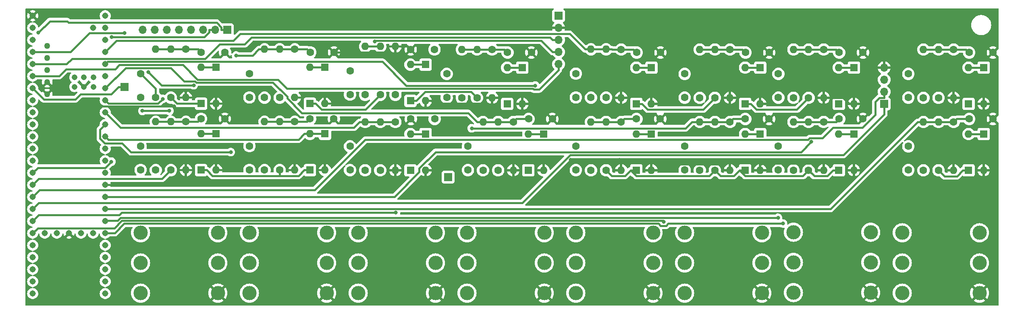
<source format=gbr>
%TF.GenerationSoftware,KiCad,Pcbnew,8.0.3*%
%TF.CreationDate,2024-10-18T17:58:25-04:00*%
%TF.ProjectId,drum_board,6472756d-5f62-46f6-9172-642e6b696361,rev?*%
%TF.SameCoordinates,Original*%
%TF.FileFunction,Copper,L1,Top*%
%TF.FilePolarity,Positive*%
%FSLAX46Y46*%
G04 Gerber Fmt 4.6, Leading zero omitted, Abs format (unit mm)*
G04 Created by KiCad (PCBNEW 8.0.3) date 2024-10-18 17:58:25*
%MOMM*%
%LPD*%
G01*
G04 APERTURE LIST*
%TA.AperFunction,ComponentPad*%
%ADD10C,1.600000*%
%TD*%
%TA.AperFunction,ComponentPad*%
%ADD11O,1.600000X1.600000*%
%TD*%
%TA.AperFunction,ComponentPad*%
%ADD12R,1.700000X1.700000*%
%TD*%
%TA.AperFunction,ComponentPad*%
%ADD13O,1.700000X1.700000*%
%TD*%
%TA.AperFunction,ComponentPad*%
%ADD14R,1.600000X1.600000*%
%TD*%
%TA.AperFunction,ComponentPad*%
%ADD15C,3.000000*%
%TD*%
%TA.AperFunction,ComponentPad*%
%ADD16C,1.308000*%
%TD*%
%TA.AperFunction,ComponentPad*%
%ADD17C,1.258000*%
%TD*%
%TA.AperFunction,ComponentPad*%
%ADD18C,1.208000*%
%TD*%
%TA.AperFunction,ViaPad*%
%ADD19C,0.800000*%
%TD*%
%TA.AperFunction,Conductor*%
%ADD20C,0.400000*%
%TD*%
G04 APERTURE END LIST*
D10*
%TO.P,C29,1*%
%TO.N,GND*%
X217985000Y-85249000D03*
%TO.P,C29,2*%
%TO.N,/out_ch12*%
X212985000Y-85249000D03*
%TD*%
%TO.P,R5,1*%
%TO.N,Net-(C5-Pad2)*%
X113390000Y-96044000D03*
D11*
%TO.P,R5,2*%
%TO.N,/out_ch4*%
X113390000Y-85884000D03*
%TD*%
D10*
%TO.P,R40,1*%
%TO.N,/out_ch11*%
X190045000Y-70644000D03*
D11*
%TO.P,R40,2*%
%TO.N,GND*%
X190045000Y-80804000D03*
%TD*%
D12*
%TO.P,J9,1,Pin_1*%
%TO.N,/LCD_SDA2*%
X222430000Y-82074000D03*
D13*
%TO.P,J9,2,Pin_2*%
%TO.N,/LCD_SCL2*%
X222430000Y-79534000D03*
%TO.P,J9,3,Pin_3*%
%TO.N,VCC*%
X222430000Y-76994000D03*
%TO.P,J9,4,Pin_4*%
%TO.N,GND*%
X222430000Y-74454000D03*
%TD*%
D14*
%TO.P,D19,1,K*%
%TO.N,VCC*%
X170360000Y-82074000D03*
D11*
%TO.P,D19,2,A*%
%TO.N,/out_ch9*%
X170360000Y-74454000D03*
%TD*%
D10*
%TO.P,R24,1*%
%TO.N,/out_ch3*%
X98605000Y-70604000D03*
D11*
%TO.P,R24,2*%
%TO.N,GND*%
X98605000Y-80764000D03*
%TD*%
D10*
%TO.P,R48,1*%
%TO.N,/out_ch15*%
X237035000Y-70644000D03*
D11*
%TO.P,R48,2*%
%TO.N,GND*%
X237035000Y-80804000D03*
%TD*%
D10*
%TO.P,C11,1*%
%TO.N,/in_ch10*%
X180520000Y-96004000D03*
%TO.P,C11,2*%
%TO.N,Net-(C11-Pad2)*%
X180520000Y-91004000D03*
%TD*%
D15*
%TO.P,J5,R*%
%TO.N,/in_ch9*%
X173890000Y-115525000D03*
%TO.P,J5,RN*%
%TO.N,unconnected-(J5-PadRN)*%
X157660000Y-115525000D03*
%TO.P,J5,S*%
%TO.N,GND*%
X173890000Y-121875000D03*
%TO.P,J5,SN*%
%TO.N,unconnected-(J5-PadSN)*%
X157660000Y-121875000D03*
%TO.P,J5,T*%
%TO.N,/in_ch8*%
X173890000Y-109175000D03*
%TO.P,J5,TN*%
%TO.N,unconnected-(J5-PadTN)*%
X157660000Y-109175000D03*
%TD*%
D10*
%TO.P,C1,1*%
%TO.N,/in_ch0*%
X66220000Y-95964000D03*
%TO.P,C1,2*%
%TO.N,Net-(C1-Pad2)*%
X66220000Y-90964000D03*
%TD*%
%TO.P,C20,1*%
%TO.N,GND*%
X106860000Y-71239000D03*
%TO.P,C20,2*%
%TO.N,/out_ch3*%
X101860000Y-71239000D03*
%TD*%
%TO.P,R10,1*%
%TO.N,Net-(C10-Pad2)*%
X160835000Y-80764000D03*
D11*
%TO.P,R10,2*%
%TO.N,/out_ch9*%
X160835000Y-70604000D03*
%TD*%
D14*
%TO.P,D24,1,K*%
%TO.N,/out_ch11*%
X196395000Y-74454000D03*
D11*
%TO.P,D24,2,A*%
%TO.N,GND*%
X196395000Y-82074000D03*
%TD*%
D14*
%TO.P,D31,1,K*%
%TO.N,VCC*%
X240170000Y-82074000D03*
D11*
%TO.P,D31,2,A*%
%TO.N,/out_ch15*%
X240170000Y-74454000D03*
%TD*%
D10*
%TO.P,R26,1*%
%TO.N,/out_ch4*%
X119740000Y-85884000D03*
D11*
%TO.P,R26,2*%
%TO.N,GND*%
X119740000Y-96044000D03*
%TD*%
D10*
%TO.P,R15,1*%
%TO.N,Net-(C15-Pad2)*%
X230685000Y-96044000D03*
D11*
%TO.P,R15,2*%
%TO.N,/out_ch14*%
X230685000Y-85884000D03*
%TD*%
D10*
%TO.P,R35,1*%
%TO.N,VCC*%
X164010000Y-80764000D03*
D11*
%TO.P,R35,2*%
%TO.N,/out_ch9*%
X164010000Y-70604000D03*
%TD*%
D15*
%TO.P,J3,R*%
%TO.N,/in_ch5*%
X128170000Y-115525000D03*
%TO.P,J3,RN*%
%TO.N,unconnected-(J3-PadRN)*%
X111940000Y-115525000D03*
%TO.P,J3,S*%
%TO.N,GND*%
X128170000Y-121875000D03*
%TO.P,J3,SN*%
%TO.N,unconnected-(J3-PadSN)*%
X111940000Y-121875000D03*
%TO.P,J3,T*%
%TO.N,/in_ch4*%
X128170000Y-109175000D03*
%TO.P,J3,TN*%
%TO.N,unconnected-(J3-PadTN)*%
X111940000Y-109175000D03*
%TD*%
D10*
%TO.P,C30,1*%
%TO.N,GND*%
X217985000Y-71279000D03*
%TO.P,C30,2*%
%TO.N,/out_ch13*%
X212985000Y-71279000D03*
%TD*%
D14*
%TO.P,D29,1,K*%
%TO.N,VCC*%
X240170000Y-96044000D03*
D11*
%TO.P,D29,2,A*%
%TO.N,/out_ch14*%
X240170000Y-88424000D03*
%TD*%
D10*
%TO.P,C7,1*%
%TO.N,/in_ch6*%
X134980000Y-96004000D03*
%TO.P,C7,2*%
%TO.N,Net-(C7-Pad2)*%
X134980000Y-91004000D03*
%TD*%
D12*
%TO.P,J12,1,Pin_1*%
%TO.N,/I2S_DOUT*%
X62820000Y-78500000D03*
%TD*%
%TO.P,J10,1,Pin_1*%
%TO.N,VCC*%
X154030000Y-63540000D03*
D13*
%TO.P,J10,2,Pin_2*%
%TO.N,GND*%
X154030000Y-66080000D03*
%TO.P,J10,3,Pin_3*%
%TO.N,/DAC_LCK*%
X154030000Y-68620000D03*
%TO.P,J10,4,Pin_4*%
%TO.N,/DAC_DIN*%
X154030000Y-71160000D03*
%TO.P,J10,5,Pin_5*%
%TO.N,/DAC_BCK*%
X154030000Y-73700000D03*
%TD*%
D14*
%TO.P,D26,1,K*%
%TO.N,/out_ch12*%
X216080000Y-88424000D03*
D11*
%TO.P,D26,2,A*%
%TO.N,GND*%
X216080000Y-96044000D03*
%TD*%
D10*
%TO.P,C12,1*%
%TO.N,/in_ch11*%
X180520000Y-80764000D03*
%TO.P,C12,2*%
%TO.N,Net-(C12-Pad2)*%
X180520000Y-75764000D03*
%TD*%
D14*
%TO.P,D9,1,K*%
%TO.N,VCC*%
X122915000Y-96044000D03*
D11*
%TO.P,D9,2,A*%
%TO.N,/out_ch4*%
X122915000Y-88424000D03*
%TD*%
D12*
%TO.P,J11,1,Pin_1*%
%TO.N,/BUTTON0*%
X84440000Y-66500000D03*
D13*
%TO.P,J11,2,Pin_2*%
%TO.N,/BUTTON1*%
X81900000Y-66500000D03*
%TO.P,J11,3,Pin_3*%
%TO.N,/BUTTON2*%
X79360000Y-66500000D03*
%TO.P,J11,4,Pin_4*%
%TO.N,/BUTTON3*%
X76820000Y-66500000D03*
%TO.P,J11,5,Pin_5*%
%TO.N,/BUTTON4*%
X74280000Y-66500000D03*
%TO.P,J11,6,Pin_6*%
%TO.N,/BUTTON5*%
X71740000Y-66500000D03*
%TO.P,J11,7,Pin_7*%
%TO.N,/BUTTON6*%
X69200000Y-66500000D03*
%TO.P,J11,8,Pin_8*%
%TO.N,/BUTTON7*%
X66660000Y-66500000D03*
%TD*%
D12*
%TO.P,J13,1,Pin_1*%
%TO.N,/in_ch6*%
X130820000Y-97500000D03*
%TD*%
D10*
%TO.P,C28,1*%
%TO.N,GND*%
X198300000Y-71279000D03*
%TO.P,C28,2*%
%TO.N,/out_ch11*%
X193300000Y-71279000D03*
%TD*%
%TO.P,R4,1*%
%TO.N,Net-(C4-Pad2)*%
X92255000Y-80764000D03*
D11*
%TO.P,R4,2*%
%TO.N,/out_ch3*%
X92255000Y-70604000D03*
%TD*%
D10*
%TO.P,C16,1*%
%TO.N,/in_ch15*%
X227510000Y-80764000D03*
%TO.P,C16,2*%
%TO.N,Net-(C16-Pad2)*%
X227510000Y-75764000D03*
%TD*%
%TO.P,R7,1*%
%TO.N,Net-(C7-Pad2)*%
X138155000Y-96044000D03*
D11*
%TO.P,R7,2*%
%TO.N,/out_ch6*%
X138155000Y-85884000D03*
%TD*%
D10*
%TO.P,R41,1*%
%TO.N,VCC*%
X206555000Y-96044000D03*
D11*
%TO.P,R41,2*%
%TO.N,/out_ch12*%
X206555000Y-85884000D03*
%TD*%
D10*
%TO.P,R44,1*%
%TO.N,/out_ch13*%
X209730000Y-70644000D03*
D11*
%TO.P,R44,2*%
%TO.N,GND*%
X209730000Y-80804000D03*
%TD*%
D10*
%TO.P,R20,1*%
%TO.N,/out_ch1*%
X75745000Y-70604000D03*
D11*
%TO.P,R20,2*%
%TO.N,GND*%
X75745000Y-80764000D03*
%TD*%
D10*
%TO.P,R12,1*%
%TO.N,Net-(C12-Pad2)*%
X183695000Y-80804000D03*
D11*
%TO.P,R12,2*%
%TO.N,/out_ch11*%
X183695000Y-70644000D03*
%TD*%
D10*
%TO.P,R36,1*%
%TO.N,/out_ch9*%
X167185000Y-70644000D03*
D11*
%TO.P,R36,2*%
%TO.N,GND*%
X167185000Y-80804000D03*
%TD*%
D15*
%TO.P,J1,R*%
%TO.N,/in_ch1*%
X82450000Y-115525000D03*
%TO.P,J1,RN*%
%TO.N,unconnected-(J1-PadRN)*%
X66220000Y-115525000D03*
%TO.P,J1,S*%
%TO.N,GND*%
X82450000Y-121875000D03*
%TO.P,J1,SN*%
%TO.N,unconnected-(J1-PadSN)*%
X66220000Y-121875000D03*
%TO.P,J1,T*%
%TO.N,/in_ch0*%
X82450000Y-109175000D03*
%TO.P,J1,TN*%
%TO.N,unconnected-(J1-PadTN)*%
X66220000Y-109175000D03*
%TD*%
D10*
%TO.P,R27,1*%
%TO.N,VCC*%
X116565000Y-80169000D03*
D11*
%TO.P,R27,2*%
%TO.N,/out_ch5*%
X116565000Y-70009000D03*
%TD*%
D10*
%TO.P,R9,1*%
%TO.N,Net-(C9-Pad2)*%
X160835000Y-96044000D03*
D11*
%TO.P,R9,2*%
%TO.N,/out_ch8*%
X160835000Y-85884000D03*
%TD*%
D10*
%TO.P,R33,1*%
%TO.N,VCC*%
X164010000Y-96044000D03*
D11*
%TO.P,R33,2*%
%TO.N,/out_ch8*%
X164010000Y-85884000D03*
%TD*%
D15*
%TO.P,J4,R*%
%TO.N,/in_ch7*%
X151030000Y-115525000D03*
%TO.P,J4,RN*%
%TO.N,unconnected-(J4-PadRN)*%
X134800000Y-115525000D03*
%TO.P,J4,S*%
%TO.N,GND*%
X151030000Y-121875000D03*
%TO.P,J4,SN*%
%TO.N,unconnected-(J4-PadSN)*%
X134800000Y-121875000D03*
%TO.P,J4,T*%
%TO.N,VCC*%
X151030000Y-109175000D03*
%TO.P,J4,TN*%
%TO.N,unconnected-(J4-PadTN)*%
X134800000Y-109175000D03*
%TD*%
%TO.P,J6,R*%
%TO.N,/in_ch11*%
X196750000Y-115525000D03*
%TO.P,J6,RN*%
%TO.N,unconnected-(J6-PadRN)*%
X180520000Y-115525000D03*
%TO.P,J6,S*%
%TO.N,GND*%
X196750000Y-121875000D03*
%TO.P,J6,SN*%
%TO.N,unconnected-(J6-PadSN)*%
X180520000Y-121875000D03*
%TO.P,J6,T*%
%TO.N,/in_ch10*%
X196750000Y-109175000D03*
%TO.P,J6,TN*%
%TO.N,unconnected-(J6-PadTN)*%
X180520000Y-109175000D03*
%TD*%
D10*
%TO.P,R16,1*%
%TO.N,Net-(C16-Pad2)*%
X230685000Y-80804000D03*
D11*
%TO.P,R16,2*%
%TO.N,/out_ch15*%
X230685000Y-70644000D03*
%TD*%
D10*
%TO.P,R37,1*%
%TO.N,VCC*%
X186870000Y-96044000D03*
D11*
%TO.P,R37,2*%
%TO.N,/out_ch10*%
X186870000Y-85884000D03*
%TD*%
D10*
%TO.P,R34,1*%
%TO.N,/out_ch8*%
X167185000Y-85884000D03*
D11*
%TO.P,R34,2*%
%TO.N,GND*%
X167185000Y-96044000D03*
%TD*%
D10*
%TO.P,C10,1*%
%TO.N,/in_ch9*%
X157660000Y-80724000D03*
%TO.P,C10,2*%
%TO.N,Net-(C10-Pad2)*%
X157660000Y-75724000D03*
%TD*%
D14*
%TO.P,D22,1,K*%
%TO.N,/out_ch10*%
X196395000Y-88424000D03*
D11*
%TO.P,D22,2,A*%
%TO.N,GND*%
X196395000Y-96044000D03*
%TD*%
D10*
%TO.P,R45,1*%
%TO.N,VCC*%
X233860000Y-96044000D03*
D11*
%TO.P,R45,2*%
%TO.N,/out_ch14*%
X233860000Y-85884000D03*
%TD*%
D14*
%TO.P,D18,1,K*%
%TO.N,/out_ch8*%
X173535000Y-88424000D03*
D11*
%TO.P,D18,2,A*%
%TO.N,GND*%
X173535000Y-96044000D03*
%TD*%
D14*
%TO.P,D14,1,K*%
%TO.N,/out_ch6*%
X150855000Y-88424000D03*
D11*
%TO.P,D14,2,A*%
%TO.N,GND*%
X150855000Y-96044000D03*
%TD*%
D14*
%TO.P,D16,1,K*%
%TO.N,/out_ch7*%
X146410000Y-74454000D03*
D11*
%TO.P,D16,2,A*%
%TO.N,GND*%
X146410000Y-82074000D03*
%TD*%
D10*
%TO.P,R2,1*%
%TO.N,Net-(C2-Pad2)*%
X69395000Y-80764000D03*
D11*
%TO.P,R2,2*%
%TO.N,/out_ch1*%
X69395000Y-70604000D03*
%TD*%
D10*
%TO.P,R1,1*%
%TO.N,Net-(C1-Pad2)*%
X69395000Y-96004000D03*
D11*
%TO.P,R1,2*%
%TO.N,/out_ch0*%
X69395000Y-85844000D03*
%TD*%
D14*
%TO.P,D10,1,K*%
%TO.N,/out_ch4*%
X126090000Y-88424000D03*
D11*
%TO.P,D10,2,A*%
%TO.N,GND*%
X126090000Y-96044000D03*
%TD*%
D14*
%TO.P,D30,1,K*%
%TO.N,/out_ch14*%
X243345000Y-88424000D03*
D11*
%TO.P,D30,2,A*%
%TO.N,GND*%
X243345000Y-96044000D03*
%TD*%
D14*
%TO.P,D17,1,K*%
%TO.N,VCC*%
X170360000Y-96044000D03*
D11*
%TO.P,D17,2,A*%
%TO.N,/out_ch8*%
X170360000Y-88424000D03*
%TD*%
D10*
%TO.P,R47,1*%
%TO.N,VCC*%
X233860000Y-80804000D03*
D11*
%TO.P,R47,2*%
%TO.N,/out_ch15*%
X233860000Y-70644000D03*
%TD*%
D10*
%TO.P,R42,1*%
%TO.N,/out_ch12*%
X209730000Y-85884000D03*
D11*
%TO.P,R42,2*%
%TO.N,GND*%
X209730000Y-96044000D03*
%TD*%
D10*
%TO.P,R17,1*%
%TO.N,VCC*%
X72570000Y-96004000D03*
D11*
%TO.P,R17,2*%
%TO.N,/out_ch0*%
X72570000Y-85844000D03*
%TD*%
D14*
%TO.P,D32,1,K*%
%TO.N,/out_ch15*%
X243345000Y-74454000D03*
D11*
%TO.P,D32,2,A*%
%TO.N,GND*%
X243345000Y-82074000D03*
%TD*%
D10*
%TO.P,C8,1*%
%TO.N,/in_ch7*%
X130535000Y-80764000D03*
%TO.P,C8,2*%
%TO.N,Net-(C8-Pad2)*%
X130535000Y-75764000D03*
%TD*%
D16*
%TO.P,U1,0,RX1*%
%TO.N,unconnected-(U1-RX1-Pad0)*%
X43540000Y-66080000D03*
%TO.P,U1,1,TX1*%
%TO.N,unconnected-(U1-TX1-Pad1)*%
X43540000Y-68620000D03*
%TO.P,U1,2,OUT2*%
%TO.N,/DAC_DIN*%
X43540000Y-71160000D03*
%TO.P,U1,3,LRCLK2*%
%TO.N,/DAC_LCK*%
X43540000Y-73700000D03*
%TO.P,U1,3.3V_1,3.3V*%
%TO.N,VCC*%
X43540000Y-99100000D03*
%TO.P,U1,3.3V_2,3.3V*%
X58780000Y-68620000D03*
%TO.P,U1,3.3V_3,3.3V*%
X48620000Y-109260000D03*
%TO.P,U1,4,BCLK2*%
%TO.N,/DAC_BCK*%
X43540000Y-76240000D03*
%TO.P,U1,5,IN2*%
%TO.N,/I2S_DOUT*%
X43540000Y-78780000D03*
D17*
%TO.P,U1,5V,5V*%
%TO.N,/DAC_VCC*%
X46590000Y-69890000D03*
D16*
%TO.P,U1,6,OUT1D*%
%TO.N,unconnected-(U1-OUT1D-Pad6)*%
X43540000Y-81320000D03*
%TO.P,U1,7,RX2*%
%TO.N,unconnected-(U1-RX2-Pad7)*%
X43540000Y-83860000D03*
%TO.P,U1,8,TX2*%
%TO.N,unconnected-(U1-TX2-Pad8)*%
X43540000Y-86400000D03*
%TO.P,U1,9,OUT1C*%
%TO.N,/BUTTON0*%
X43540000Y-88940000D03*
%TO.P,U1,10,CS1*%
%TO.N,/BUTTON1*%
X43540000Y-91480000D03*
%TO.P,U1,11,MOSI*%
%TO.N,/BUTTON2*%
X43540000Y-94020000D03*
%TO.P,U1,12,MISO*%
%TO.N,/BUTTON3*%
X43540000Y-96560000D03*
%TO.P,U1,13,SCK*%
%TO.N,unconnected-(U1-SCK-Pad13)*%
X58780000Y-96560000D03*
%TO.P,U1,14,A0*%
%TO.N,/out_ch0*%
X58780000Y-94020000D03*
%TO.P,U1,15,A1*%
%TO.N,/out_ch1*%
X58780000Y-91480000D03*
%TO.P,U1,16,A2*%
%TO.N,/out_ch2*%
X58780000Y-88940000D03*
%TO.P,U1,17,A3*%
%TO.N,/out_ch3*%
X58780000Y-86400000D03*
%TO.P,U1,18,A4*%
%TO.N,/out_ch4*%
X58780000Y-83860000D03*
%TO.P,U1,19,A5*%
%TO.N,/out_ch5*%
X58780000Y-81320000D03*
%TO.P,U1,20,A6*%
%TO.N,/out_ch6*%
X58780000Y-78780000D03*
%TO.P,U1,21,A7*%
%TO.N,/out_ch7*%
X58780000Y-76240000D03*
%TO.P,U1,22,A8*%
%TO.N,/out_ch8*%
X58780000Y-73700000D03*
%TO.P,U1,23,A9*%
%TO.N,/out_ch9*%
X58780000Y-71160000D03*
%TO.P,U1,24,A10*%
%TO.N,/LCD_SCL2*%
X43540000Y-101640000D03*
%TO.P,U1,25,A11*%
%TO.N,/LCD_SDA2*%
X43540000Y-104180000D03*
%TO.P,U1,26,A12*%
%TO.N,/out_ch10*%
X43540000Y-106720000D03*
%TO.P,U1,27,A13*%
%TO.N,/out_ch11*%
X43540000Y-109260000D03*
%TO.P,U1,28,RX7*%
%TO.N,unconnected-(U1-RX7-Pad28)*%
X43540000Y-111800000D03*
%TO.P,U1,29,TX7*%
%TO.N,unconnected-(U1-TX7-Pad29)*%
X43540000Y-114340000D03*
%TO.P,U1,30,CRX3*%
%TO.N,unconnected-(U1-CRX3-Pad30)*%
X43540000Y-116880000D03*
%TO.P,U1,31,CTX3*%
%TO.N,unconnected-(U1-CTX3-Pad31)*%
X43540000Y-119420000D03*
%TO.P,U1,32,OUT1B*%
%TO.N,unconnected-(U1-OUT1B-Pad32)*%
X43540000Y-121960000D03*
%TO.P,U1,33,MCLK2*%
%TO.N,unconnected-(U1-MCLK2-Pad33)*%
X58780000Y-121960000D03*
%TO.P,U1,34,RX8*%
%TO.N,/BUTTON4*%
X58780000Y-119420000D03*
%TO.P,U1,35,TX8*%
%TO.N,/BUTTON5*%
X58780000Y-116880000D03*
%TO.P,U1,36,CS2*%
%TO.N,/BUTTON6*%
X58780000Y-114340000D03*
%TO.P,U1,37,CS3*%
%TO.N,/BUTTON7*%
X58780000Y-111800000D03*
%TO.P,U1,38,A14*%
%TO.N,/out_ch12*%
X58780000Y-109260000D03*
%TO.P,U1,39,A15*%
%TO.N,/out_ch13*%
X58780000Y-106720000D03*
%TO.P,U1,40,A16*%
%TO.N,/out_ch14*%
X58780000Y-104180000D03*
%TO.P,U1,41,A17*%
%TO.N,/out_ch15*%
X58780000Y-101640000D03*
D17*
%TO.P,U1,D+,D+*%
%TO.N,unconnected-(U1-PadD+)*%
X46590000Y-74970000D03*
%TO.P,U1,D-,D-*%
%TO.N,unconnected-(U1-PadD-)*%
X46590000Y-72430000D03*
D16*
%TO.P,U1,GND1,GND*%
%TO.N,GND*%
X43540000Y-63540000D03*
%TO.P,U1,GND2,GND*%
X58780000Y-99100000D03*
%TO.P,U1,GND3,GND*%
X58780000Y-66080000D03*
%TO.P,U1,GND4,GND*%
X51160000Y-109260000D03*
D18*
%TO.P,U1,GND5,GND*%
X54330000Y-78510000D03*
%TO.P,U1,LED,LED*%
%TO.N,unconnected-(U1-PadLED)*%
X54330000Y-76510000D03*
D16*
%TO.P,U1,ON/OFF,ON/OFF*%
%TO.N,unconnected-(U1-PadON{slash}OFF)*%
X56240000Y-109260000D03*
%TO.P,U1,PROGRAM,PROGRAM*%
%TO.N,unconnected-(U1-PadPROGRAM)*%
X53700000Y-109260000D03*
D18*
%TO.P,U1,R+,R+*%
%TO.N,unconnected-(U1-PadR+)*%
X56330000Y-76510000D03*
%TO.P,U1,R-,R-*%
%TO.N,unconnected-(U1-PadR-)*%
X56330000Y-78510000D03*
%TO.P,U1,T+,T+*%
%TO.N,unconnected-(U1-PadT+)*%
X52330000Y-78510000D03*
%TO.P,U1,T-,T-*%
%TO.N,unconnected-(U1-PadT-)*%
X52330000Y-76510000D03*
D17*
%TO.P,U1,USB_GND1,USB_GND*%
%TO.N,GND*%
X46590000Y-77510000D03*
%TO.P,U1,USB_GND2,USB_GND*%
X46590000Y-80050000D03*
D16*
%TO.P,U1,VBAT,VBAT*%
%TO.N,unconnected-(U1-PadVBAT)*%
X46080000Y-109260000D03*
%TO.P,U1,VIN,VIN*%
%TO.N,unconnected-(U1-PadVIN)*%
X58780000Y-63540000D03*
%TO.P,U1,VUSB,VUSB*%
%TO.N,unconnected-(U1-PadVUSB)*%
X56240000Y-66080000D03*
%TD*%
D15*
%TO.P,J7,R*%
%TO.N,/in_ch13*%
X219610000Y-115429500D03*
%TO.P,J7,RN*%
%TO.N,unconnected-(J7-PadRN)*%
X203380000Y-115429500D03*
%TO.P,J7,S*%
%TO.N,GND*%
X219610000Y-121779500D03*
%TO.P,J7,SN*%
%TO.N,unconnected-(J7-PadSN)*%
X203380000Y-121779500D03*
%TO.P,J7,T*%
%TO.N,/in_ch12*%
X219610000Y-109079500D03*
%TO.P,J7,TN*%
%TO.N,unconnected-(J7-PadTN)*%
X203380000Y-109079500D03*
%TD*%
D10*
%TO.P,R23,1*%
%TO.N,VCC*%
X95430000Y-80764000D03*
D11*
%TO.P,R23,2*%
%TO.N,/out_ch3*%
X95430000Y-70604000D03*
%TD*%
D10*
%TO.P,R28,1*%
%TO.N,/out_ch5*%
X119740000Y-80169000D03*
D11*
%TO.P,R28,2*%
%TO.N,GND*%
X119740000Y-70009000D03*
%TD*%
D10*
%TO.P,C23,1*%
%TO.N,GND*%
X152720000Y-85249000D03*
%TO.P,C23,2*%
%TO.N,/out_ch6*%
X147720000Y-85249000D03*
%TD*%
%TO.P,C22,1*%
%TO.N,GND*%
X122955000Y-70644000D03*
%TO.P,C22,2*%
%TO.N,/out_ch5*%
X127955000Y-70644000D03*
%TD*%
%TO.P,C27,1*%
%TO.N,GND*%
X198260000Y-85249000D03*
%TO.P,C27,2*%
%TO.N,/out_ch10*%
X193260000Y-85249000D03*
%TD*%
%TO.P,R14,1*%
%TO.N,Net-(C14-Pad2)*%
X203380000Y-80804000D03*
D11*
%TO.P,R14,2*%
%TO.N,/out_ch13*%
X203380000Y-70644000D03*
%TD*%
D14*
%TO.P,D21,1,K*%
%TO.N,VCC*%
X193220000Y-96044000D03*
D11*
%TO.P,D21,2,A*%
%TO.N,/out_ch10*%
X193220000Y-88424000D03*
%TD*%
D10*
%TO.P,C26,1*%
%TO.N,GND*%
X175440000Y-71279000D03*
%TO.P,C26,2*%
%TO.N,/out_ch9*%
X170440000Y-71279000D03*
%TD*%
%TO.P,C13,1*%
%TO.N,/in_ch12*%
X200205000Y-96004000D03*
%TO.P,C13,2*%
%TO.N,Net-(C13-Pad2)*%
X200205000Y-91004000D03*
%TD*%
D14*
%TO.P,D23,1,K*%
%TO.N,VCC*%
X193220000Y-82074000D03*
D11*
%TO.P,D23,2,A*%
%TO.N,/out_ch11*%
X193220000Y-74454000D03*
%TD*%
D10*
%TO.P,C3,1*%
%TO.N,/in_ch2*%
X89080000Y-95964000D03*
%TO.P,C3,2*%
%TO.N,Net-(C3-Pad2)*%
X89080000Y-90964000D03*
%TD*%
D15*
%TO.P,J8,R*%
%TO.N,/in_ch15*%
X242470000Y-115525000D03*
%TO.P,J8,RN*%
%TO.N,unconnected-(J8-PadRN)*%
X226240000Y-115525000D03*
%TO.P,J8,S*%
%TO.N,GND*%
X242470000Y-121875000D03*
%TO.P,J8,SN*%
%TO.N,unconnected-(J8-PadSN)*%
X226240000Y-121875000D03*
%TO.P,J8,T*%
%TO.N,/in_ch14*%
X242470000Y-109175000D03*
%TO.P,J8,TN*%
%TO.N,unconnected-(J8-PadTN)*%
X226240000Y-109175000D03*
%TD*%
D10*
%TO.P,R13,1*%
%TO.N,Net-(C13-Pad2)*%
X203380000Y-96044000D03*
D11*
%TO.P,R13,2*%
%TO.N,/out_ch12*%
X203380000Y-85884000D03*
%TD*%
D10*
%TO.P,R22,1*%
%TO.N,/out_ch2*%
X98605000Y-85844000D03*
D11*
%TO.P,R22,2*%
%TO.N,GND*%
X98605000Y-96004000D03*
%TD*%
D10*
%TO.P,C4,1*%
%TO.N,/in_ch3*%
X89080000Y-80724000D03*
%TO.P,C4,2*%
%TO.N,Net-(C4-Pad2)*%
X89080000Y-75724000D03*
%TD*%
D14*
%TO.P,D8,1,K*%
%TO.N,/out_ch3*%
X104955000Y-74414000D03*
D11*
%TO.P,D8,2,A*%
%TO.N,GND*%
X104955000Y-82034000D03*
%TD*%
D10*
%TO.P,C19,1*%
%TO.N,GND*%
X106820000Y-85209000D03*
%TO.P,C19,2*%
%TO.N,/out_ch2*%
X101820000Y-85209000D03*
%TD*%
D14*
%TO.P,D7,1,K*%
%TO.N,VCC*%
X101780000Y-82034000D03*
D11*
%TO.P,D7,2,A*%
%TO.N,/out_ch3*%
X101780000Y-74414000D03*
%TD*%
D14*
%TO.P,D3,1,K*%
%TO.N,VCC*%
X78920000Y-82034000D03*
D11*
%TO.P,D3,2,A*%
%TO.N,/out_ch1*%
X78920000Y-74414000D03*
%TD*%
D10*
%TO.P,C32,1*%
%TO.N,GND*%
X245290000Y-71279000D03*
%TO.P,C32,2*%
%TO.N,/out_ch15*%
X240290000Y-71279000D03*
%TD*%
%TO.P,R18,1*%
%TO.N,/out_ch0*%
X75745000Y-85844000D03*
D11*
%TO.P,R18,2*%
%TO.N,GND*%
X75745000Y-96004000D03*
%TD*%
D14*
%TO.P,D2,1,K*%
%TO.N,/out_ch0*%
X82095000Y-88384000D03*
D11*
%TO.P,D2,2,A*%
%TO.N,GND*%
X82095000Y-96004000D03*
%TD*%
D10*
%TO.P,C14,1*%
%TO.N,/in_ch13*%
X200205000Y-80764000D03*
%TO.P,C14,2*%
%TO.N,Net-(C14-Pad2)*%
X200205000Y-75764000D03*
%TD*%
D14*
%TO.P,D25,1,K*%
%TO.N,VCC*%
X212905000Y-96044000D03*
D11*
%TO.P,D25,2,A*%
%TO.N,/out_ch12*%
X212905000Y-88424000D03*
%TD*%
D14*
%TO.P,D12,1,K*%
%TO.N,/out_ch5*%
X126090000Y-73819000D03*
D11*
%TO.P,D12,2,A*%
%TO.N,GND*%
X126090000Y-81439000D03*
%TD*%
D10*
%TO.P,C18,1*%
%TO.N,GND*%
X83960000Y-71239000D03*
%TO.P,C18,2*%
%TO.N,/out_ch1*%
X78960000Y-71239000D03*
%TD*%
%TO.P,C24,1*%
%TO.N,GND*%
X148315000Y-71279000D03*
%TO.P,C24,2*%
%TO.N,/out_ch7*%
X143315000Y-71279000D03*
%TD*%
%TO.P,R30,1*%
%TO.N,/out_ch6*%
X144505000Y-85884000D03*
D11*
%TO.P,R30,2*%
%TO.N,GND*%
X144505000Y-96044000D03*
%TD*%
D10*
%TO.P,C5,1*%
%TO.N,/in_ch4*%
X110215000Y-96004000D03*
%TO.P,C5,2*%
%TO.N,Net-(C5-Pad2)*%
X110215000Y-91004000D03*
%TD*%
D14*
%TO.P,D27,1,K*%
%TO.N,VCC*%
X212905000Y-82074000D03*
D11*
%TO.P,D27,2,A*%
%TO.N,/out_ch13*%
X212905000Y-74454000D03*
%TD*%
D10*
%TO.P,R11,1*%
%TO.N,Net-(C11-Pad2)*%
X183695000Y-96044000D03*
D11*
%TO.P,R11,2*%
%TO.N,/out_ch10*%
X183695000Y-85884000D03*
%TD*%
D15*
%TO.P,J2,R*%
%TO.N,/in_ch3*%
X105310000Y-115525000D03*
%TO.P,J2,RN*%
%TO.N,unconnected-(J2-PadRN)*%
X89080000Y-115525000D03*
%TO.P,J2,S*%
%TO.N,GND*%
X105310000Y-121875000D03*
%TO.P,J2,SN*%
%TO.N,unconnected-(J2-PadSN)*%
X89080000Y-121875000D03*
%TO.P,J2,T*%
%TO.N,/in_ch2*%
X105310000Y-109175000D03*
%TO.P,J2,TN*%
%TO.N,unconnected-(J2-PadTN)*%
X89080000Y-109175000D03*
%TD*%
D10*
%TO.P,R8,1*%
%TO.N,Net-(C8-Pad2)*%
X133710000Y-80804000D03*
D11*
%TO.P,R8,2*%
%TO.N,/out_ch7*%
X133710000Y-70644000D03*
%TD*%
D10*
%TO.P,R6,1*%
%TO.N,Net-(C6-Pad2)*%
X113390000Y-80169000D03*
D11*
%TO.P,R6,2*%
%TO.N,/out_ch5*%
X113390000Y-70009000D03*
%TD*%
D10*
%TO.P,C21,1*%
%TO.N,GND*%
X122995000Y-85249000D03*
%TO.P,C21,2*%
%TO.N,/out_ch4*%
X127995000Y-85249000D03*
%TD*%
D14*
%TO.P,D1,1,K*%
%TO.N,VCC*%
X78920000Y-96004000D03*
D11*
%TO.P,D1,2,A*%
%TO.N,/out_ch0*%
X78920000Y-88384000D03*
%TD*%
D10*
%TO.P,R43,1*%
%TO.N,VCC*%
X206555000Y-80804000D03*
D11*
%TO.P,R43,2*%
%TO.N,/out_ch13*%
X206555000Y-70644000D03*
%TD*%
D10*
%TO.P,R32,1*%
%TO.N,/out_ch7*%
X140060000Y-70644000D03*
D11*
%TO.P,R32,2*%
%TO.N,GND*%
X140060000Y-80804000D03*
%TD*%
D14*
%TO.P,D4,1,K*%
%TO.N,/out_ch1*%
X82095000Y-74414000D03*
D11*
%TO.P,D4,2,A*%
%TO.N,GND*%
X82095000Y-82034000D03*
%TD*%
D10*
%TO.P,R19,1*%
%TO.N,VCC*%
X72570000Y-80764000D03*
D11*
%TO.P,R19,2*%
%TO.N,/out_ch1*%
X72570000Y-70604000D03*
%TD*%
D10*
%TO.P,R3,1*%
%TO.N,Net-(C3-Pad2)*%
X92255000Y-96004000D03*
D11*
%TO.P,R3,2*%
%TO.N,/out_ch2*%
X92255000Y-85844000D03*
%TD*%
D10*
%TO.P,C25,1*%
%TO.N,GND*%
X175400000Y-85249000D03*
%TO.P,C25,2*%
%TO.N,/out_ch8*%
X170400000Y-85249000D03*
%TD*%
%TO.P,C31,1*%
%TO.N,GND*%
X245290000Y-85249000D03*
%TO.P,C31,2*%
%TO.N,/out_ch14*%
X240290000Y-85249000D03*
%TD*%
%TO.P,C2,1*%
%TO.N,/in_ch1*%
X66220000Y-80724000D03*
%TO.P,C2,2*%
%TO.N,Net-(C2-Pad2)*%
X66220000Y-75724000D03*
%TD*%
%TO.P,R38,1*%
%TO.N,/out_ch10*%
X190045000Y-85884000D03*
D11*
%TO.P,R38,2*%
%TO.N,GND*%
X190045000Y-96044000D03*
%TD*%
D10*
%TO.P,R39,1*%
%TO.N,VCC*%
X186870000Y-80804000D03*
D11*
%TO.P,R39,2*%
%TO.N,/out_ch11*%
X186870000Y-70644000D03*
%TD*%
D14*
%TO.P,D20,1,K*%
%TO.N,/out_ch9*%
X173535000Y-74454000D03*
D11*
%TO.P,D20,2,A*%
%TO.N,GND*%
X173535000Y-82074000D03*
%TD*%
D10*
%TO.P,C15,1*%
%TO.N,/in_ch14*%
X227510000Y-96004000D03*
%TO.P,C15,2*%
%TO.N,Net-(C15-Pad2)*%
X227510000Y-91004000D03*
%TD*%
%TO.P,C9,1*%
%TO.N,/in_ch8*%
X157660000Y-96004000D03*
%TO.P,C9,2*%
%TO.N,Net-(C9-Pad2)*%
X157660000Y-91004000D03*
%TD*%
%TO.P,C17,1*%
%TO.N,GND*%
X83920000Y-85209000D03*
%TO.P,C17,2*%
%TO.N,/out_ch0*%
X78920000Y-85209000D03*
%TD*%
D14*
%TO.P,D5,1,K*%
%TO.N,VCC*%
X101780000Y-96004000D03*
D11*
%TO.P,D5,2,A*%
%TO.N,/out_ch2*%
X101780000Y-88384000D03*
%TD*%
D10*
%TO.P,R46,1*%
%TO.N,/out_ch14*%
X237035000Y-85884000D03*
D11*
%TO.P,R46,2*%
%TO.N,GND*%
X237035000Y-96044000D03*
%TD*%
D10*
%TO.P,R25,1*%
%TO.N,VCC*%
X116565000Y-96044000D03*
D11*
%TO.P,R25,2*%
%TO.N,/out_ch4*%
X116565000Y-85884000D03*
%TD*%
D10*
%TO.P,R21,1*%
%TO.N,VCC*%
X95430000Y-96004000D03*
D11*
%TO.P,R21,2*%
%TO.N,/out_ch2*%
X95430000Y-85844000D03*
%TD*%
D14*
%TO.P,D13,1,K*%
%TO.N,VCC*%
X147680000Y-96044000D03*
D11*
%TO.P,D13,2,A*%
%TO.N,/out_ch6*%
X147680000Y-88424000D03*
%TD*%
D10*
%TO.P,R31,1*%
%TO.N,VCC*%
X136885000Y-80804000D03*
D11*
%TO.P,R31,2*%
%TO.N,/out_ch7*%
X136885000Y-70644000D03*
%TD*%
D14*
%TO.P,D11,1,K*%
%TO.N,VCC*%
X122915000Y-81439000D03*
D11*
%TO.P,D11,2,A*%
%TO.N,/out_ch5*%
X122915000Y-73819000D03*
%TD*%
D10*
%TO.P,C6,1*%
%TO.N,/in_ch5*%
X110215000Y-80129000D03*
%TO.P,C6,2*%
%TO.N,Net-(C6-Pad2)*%
X110215000Y-75129000D03*
%TD*%
D14*
%TO.P,D6,1,K*%
%TO.N,/out_ch2*%
X104955000Y-88384000D03*
D11*
%TO.P,D6,2,A*%
%TO.N,GND*%
X104955000Y-96004000D03*
%TD*%
D14*
%TO.P,D28,1,K*%
%TO.N,/out_ch13*%
X216080000Y-74454000D03*
D11*
%TO.P,D28,2,A*%
%TO.N,GND*%
X216080000Y-82074000D03*
%TD*%
D14*
%TO.P,D15,1,K*%
%TO.N,VCC*%
X143235000Y-82074000D03*
D11*
%TO.P,D15,2,A*%
%TO.N,/out_ch7*%
X143235000Y-74454000D03*
%TD*%
D10*
%TO.P,R29,1*%
%TO.N,VCC*%
X141330000Y-96044000D03*
D11*
%TO.P,R29,2*%
%TO.N,/out_ch6*%
X141330000Y-85884000D03*
%TD*%
D19*
%TO.N,/DAC_DIN*%
X115457700Y-68930000D03*
X62816400Y-67149800D03*
%TO.N,/BUTTON0*%
X44710200Y-67125100D03*
%TO.N,/BUTTON3*%
X60081200Y-94237800D03*
%TO.N,/BUTTON4*%
X77362200Y-78162600D03*
X67850100Y-75404000D03*
%TO.N,/BUTTON1*%
X60155000Y-68047500D03*
%TO.N,GND*%
X52806400Y-82621300D03*
X75745000Y-79337100D03*
X156598200Y-93824800D03*
X73242800Y-82621300D03*
X73618400Y-98133700D03*
X196717200Y-94587900D03*
X166821200Y-93824800D03*
X117889600Y-71239000D03*
%TO.N,/in_ch1*%
X72269300Y-83544900D03*
X66592600Y-83544900D03*
%TO.N,/out_ch3*%
X85166100Y-92222900D03*
X86271900Y-71901800D03*
%TO.N,/out_ch5*%
X70848200Y-81031100D03*
%TO.N,/out_ch8*%
X149130300Y-78228900D03*
%TO.N,/out_ch10*%
X119845200Y-104962800D03*
X135781700Y-87209500D03*
%TO.N,/out_ch11*%
X176122000Y-106887600D03*
%TO.N,/out_ch12*%
X201173000Y-107249700D03*
%TO.N,/out_ch13*%
X200128600Y-106041800D03*
%TO.N,/out_ch15*%
X207112800Y-90071700D03*
%TD*%
D20*
%TO.N,/LCD_SCL2*%
X220576600Y-81622100D02*
X220576600Y-84397400D01*
X211704800Y-87084200D02*
X209519000Y-89270000D01*
X113422700Y-89625700D02*
X102842000Y-100206400D01*
X221413000Y-80785700D02*
X220576600Y-81622100D01*
X217889800Y-87084200D02*
X211704800Y-87084200D01*
X220576600Y-84397400D02*
X217889800Y-87084200D01*
X102842000Y-100206400D02*
X44973500Y-100206400D01*
X206780900Y-89270000D02*
X206425200Y-89625700D01*
X206425200Y-89625700D02*
X113422700Y-89625700D01*
X222430000Y-79534000D02*
X222430000Y-80785700D01*
X209519000Y-89270000D02*
X206780900Y-89270000D01*
X222430000Y-80785700D02*
X221413000Y-80785700D01*
X44973500Y-100206400D02*
X44973500Y-100206500D01*
X44973500Y-100206500D02*
X43540000Y-101640000D01*
%TO.N,/DAC_BCK*%
X50564100Y-74759100D02*
X49083200Y-76240000D01*
X78145400Y-76960700D02*
X75086900Y-73902200D01*
X154030000Y-74951700D02*
X149923700Y-79058000D01*
X95081000Y-76960700D02*
X78145400Y-76960700D01*
X75086900Y-73902200D02*
X61739000Y-73902200D01*
X96980600Y-78860300D02*
X95081000Y-76960700D01*
X49083200Y-76240000D02*
X43540000Y-76240000D01*
X148626500Y-78860300D02*
X96980600Y-78860300D01*
X60882100Y-74759100D02*
X50564100Y-74759100D01*
X148824200Y-79058000D02*
X148626500Y-78860300D01*
X154030000Y-73700000D02*
X154030000Y-74951700D01*
X149923700Y-79058000D02*
X148824200Y-79058000D01*
X61739000Y-73902200D02*
X60882100Y-74759100D01*
%TO.N,/LCD_SDA2*%
X213902400Y-92807400D02*
X222430000Y-84279800D01*
X222430000Y-84279800D02*
X222430000Y-82074000D01*
X43540000Y-104180000D02*
X44810000Y-102910000D01*
X44810000Y-102910000D02*
X146379000Y-102910000D01*
X156481600Y-92807400D02*
X213902400Y-92807400D01*
X146379000Y-102910000D02*
X156481600Y-92807400D01*
%TO.N,/DAC_LCK*%
X88028000Y-69555600D02*
X82821800Y-69555600D01*
X51802400Y-72564600D02*
X50667000Y-73700000D01*
X82821800Y-69555600D02*
X79812800Y-72564600D01*
X154030000Y-68620000D02*
X152778300Y-68620000D01*
X152778300Y-68620000D02*
X152264700Y-68106400D01*
X50667000Y-73700000D02*
X43540000Y-73700000D01*
X89477200Y-68106400D02*
X88028000Y-69555600D01*
X79812800Y-72564600D02*
X51802400Y-72564600D01*
X152264700Y-68106400D02*
X89477200Y-68106400D01*
%TO.N,/I2S_DOUT*%
X45883700Y-81123700D02*
X43540000Y-78780000D01*
X62820000Y-78500000D02*
X61568300Y-78500000D01*
X61568300Y-78500000D02*
X60018300Y-80050000D01*
X53594600Y-80050000D02*
X52520900Y-81123700D01*
X60018300Y-80050000D02*
X53594600Y-80050000D01*
X52520900Y-81123700D02*
X45883700Y-81123700D01*
%TO.N,/DAC_DIN*%
X43540000Y-71160000D02*
X51469000Y-71160000D01*
X55479200Y-67149800D02*
X62816400Y-67149800D01*
X51469000Y-71160000D02*
X55479200Y-67149800D01*
X115457700Y-68930000D02*
X115617700Y-68770000D01*
X115617700Y-68770000D02*
X150388300Y-68770000D01*
X154030000Y-71160000D02*
X152778300Y-71160000D01*
X150388300Y-68770000D02*
X152778300Y-71160000D01*
%TO.N,/BUTTON0*%
X83188300Y-66500000D02*
X83188300Y-65952400D01*
X82207100Y-64971200D02*
X51090024Y-64971200D01*
X51090024Y-64971200D02*
X50816290Y-64697466D01*
X50816290Y-64697466D02*
X47137834Y-64697466D01*
X83188300Y-65952400D02*
X82207100Y-64971200D01*
X47137834Y-64697466D02*
X44710200Y-67125100D01*
X84440000Y-66500000D02*
X83188300Y-66500000D01*
%TO.N,/BUTTON3*%
X44595700Y-95504300D02*
X58814700Y-95504300D01*
X43540000Y-96560000D02*
X44595700Y-95504300D01*
X58814700Y-95504300D02*
X60081200Y-94237800D01*
%TO.N,/BUTTON4*%
X77362200Y-78162600D02*
X70608700Y-78162600D01*
X70608700Y-78162600D02*
X67850100Y-75404000D01*
%TO.N,/BUTTON1*%
X80648300Y-67018700D02*
X79619500Y-68047500D01*
X80648300Y-66500000D02*
X80648300Y-67018700D01*
X79619500Y-68047500D02*
X60155000Y-68047500D01*
X81900000Y-66500000D02*
X80648300Y-66500000D01*
%TO.N,GND*%
X216080000Y-82074000D02*
X214878300Y-82074000D01*
X187601600Y-94802300D02*
X175978400Y-94802300D01*
X127862500Y-82009800D02*
X127291700Y-81439000D01*
X196717200Y-94587900D02*
X196462800Y-94842300D01*
X73242800Y-82621300D02*
X52806400Y-82621300D01*
X188843300Y-96044000D02*
X187601600Y-94802300D01*
X214878300Y-81848700D02*
X213833600Y-80804000D01*
X138858300Y-80804000D02*
X137652500Y-82009800D01*
X214878300Y-82074000D02*
X214878300Y-81848700D01*
X190045000Y-96044000D02*
X188843300Y-96044000D01*
X213833600Y-80804000D02*
X209730000Y-80804000D01*
X119740000Y-70009000D02*
X122320000Y-70009000D01*
X122320000Y-70009000D02*
X122955000Y-70644000D01*
X75745000Y-80764000D02*
X75745000Y-79337100D01*
X196395000Y-96044000D02*
X196395000Y-94842300D01*
X126090000Y-81439000D02*
X127291700Y-81439000D01*
X175978400Y-94802300D02*
X174736700Y-96044000D01*
X58780000Y-99100000D02*
X72652100Y-99100000D01*
X173535000Y-96044000D02*
X174736700Y-96044000D01*
X72652100Y-99100000D02*
X73618400Y-98133700D01*
X196462800Y-94842300D02*
X196395000Y-94842300D01*
X140060000Y-80804000D02*
X138858300Y-80804000D01*
X208528300Y-96044000D02*
X207072200Y-94587900D01*
X156598200Y-93824800D02*
X166821200Y-93824800D01*
X207072200Y-94587900D02*
X196717200Y-94587900D01*
X209730000Y-96044000D02*
X208528300Y-96044000D01*
X137652500Y-82009800D02*
X127862500Y-82009800D01*
X106860000Y-71239000D02*
X117889600Y-71239000D01*
%TO.N,VCC*%
X126018500Y-79537200D02*
X124116700Y-81439000D01*
X172763400Y-83275700D02*
X171561700Y-82074000D01*
X113447300Y-83286700D02*
X104234400Y-83286700D01*
X167956600Y-97245700D02*
X165211700Y-97245700D01*
X204083300Y-83275700D02*
X195623400Y-83275700D01*
X207758900Y-97247900D02*
X206555000Y-96044000D01*
X169158300Y-96044000D02*
X170360000Y-97245700D01*
X185668300Y-97245700D02*
X186870000Y-96044000D01*
X206555000Y-80804000D02*
X204083300Y-83275700D01*
X165211700Y-97245700D02*
X164010000Y-96044000D01*
X122915000Y-81439000D02*
X124116700Y-81439000D01*
X100578300Y-96004000D02*
X99376600Y-97205700D01*
X186870000Y-80804000D02*
X184398300Y-83275700D01*
X193220000Y-82074000D02*
X194421700Y-82074000D01*
X238968300Y-96044000D02*
X237721200Y-97291100D01*
X73840000Y-82034000D02*
X72570000Y-80764000D01*
X205353300Y-97245700D02*
X206555000Y-96044000D01*
X44810000Y-97830000D02*
X43540000Y-99100000D01*
X240170000Y-96044000D02*
X238968300Y-96044000D01*
X190816600Y-97245700D02*
X188071700Y-97245700D01*
X136885000Y-80804000D02*
X135618200Y-79537200D01*
X170360000Y-82074000D02*
X171561700Y-82074000D01*
X104234400Y-83286700D02*
X102981700Y-82034000D01*
X101780000Y-96004000D02*
X100578300Y-96004000D01*
X81323400Y-97205700D02*
X80121700Y-96004000D01*
X95430000Y-97205700D02*
X81323400Y-97205700D01*
X211703300Y-96044000D02*
X210499400Y-97247900D01*
X116565000Y-80169000D02*
X113447300Y-83286700D01*
X99376600Y-97205700D02*
X95430000Y-97205700D01*
X192018300Y-96044000D02*
X193220000Y-97245700D01*
X78920000Y-96004000D02*
X80121700Y-96004000D01*
X237721200Y-97291100D02*
X235107100Y-97291100D01*
X212905000Y-96044000D02*
X211703300Y-96044000D01*
X70744000Y-97830000D02*
X44810000Y-97830000D01*
X95430000Y-96004000D02*
X95430000Y-97205700D01*
X210499400Y-97247900D02*
X207758900Y-97247900D01*
X170360000Y-96044000D02*
X169158300Y-96044000D01*
X72570000Y-96004000D02*
X70744000Y-97830000D01*
X193220000Y-96044000D02*
X192018300Y-96044000D01*
X169158300Y-96044000D02*
X167956600Y-97245700D01*
X184398300Y-83275700D02*
X172763400Y-83275700D01*
X192018300Y-96044000D02*
X190816600Y-97245700D01*
X78920000Y-82034000D02*
X73840000Y-82034000D01*
X193220000Y-97245700D02*
X205353300Y-97245700D01*
X170360000Y-97245700D02*
X185668300Y-97245700D01*
X235107100Y-97291100D02*
X233860000Y-96044000D01*
X188071700Y-97245700D02*
X186870000Y-96044000D01*
X195623400Y-83275700D02*
X194421700Y-82074000D01*
X101780000Y-82034000D02*
X102981700Y-82034000D01*
X135618200Y-79537200D02*
X126018500Y-79537200D01*
%TO.N,/in_ch1*%
X72269300Y-83544900D02*
X66592600Y-83544900D01*
%TO.N,Net-(C2-Pad2)*%
X66220000Y-75724000D02*
X69395000Y-78899000D01*
X69395000Y-78899000D02*
X69395000Y-80764000D01*
%TO.N,/out_ch0*%
X82095000Y-88384000D02*
X78920000Y-88384000D01*
X78285000Y-85844000D02*
X78920000Y-85209000D01*
X72570000Y-85844000D02*
X75745000Y-85844000D01*
X72570000Y-85844000D02*
X69395000Y-85844000D01*
X75745000Y-85844000D02*
X78285000Y-85844000D01*
%TO.N,/out_ch1*%
X72570000Y-70604000D02*
X69395000Y-70604000D01*
X78325000Y-70604000D02*
X78960000Y-71239000D01*
X82095000Y-74414000D02*
X78920000Y-74414000D01*
X75745000Y-70604000D02*
X78325000Y-70604000D01*
X72570000Y-70604000D02*
X75745000Y-70604000D01*
%TO.N,/out_ch2*%
X101185000Y-85844000D02*
X101820000Y-85209000D01*
X59425700Y-89585700D02*
X99376600Y-89585700D01*
X95430000Y-85844000D02*
X98605000Y-85844000D01*
X98605000Y-85844000D02*
X101185000Y-85844000D01*
X101780000Y-88384000D02*
X100578300Y-88384000D01*
X95430000Y-85844000D02*
X92255000Y-85844000D01*
X99376600Y-89585700D02*
X100578300Y-88384000D01*
X58780000Y-88940000D02*
X59425700Y-89585700D01*
X104955000Y-88384000D02*
X101780000Y-88384000D01*
%TO.N,/out_ch3*%
X62317500Y-90364200D02*
X64176200Y-92222900D01*
X57663600Y-87516400D02*
X57663600Y-89365500D01*
X101225000Y-70604000D02*
X101860000Y-71239000D01*
X92255000Y-70604000D02*
X91053300Y-70604000D01*
X89755500Y-71901800D02*
X91053300Y-70604000D01*
X64176200Y-92222900D02*
X85166100Y-92222900D01*
X57663600Y-89365500D02*
X58662300Y-90364200D01*
X95430000Y-70604000D02*
X98605000Y-70604000D01*
X58662300Y-90364200D02*
X62317500Y-90364200D01*
X95430000Y-70604000D02*
X92255000Y-70604000D01*
X86271900Y-71901800D02*
X89755500Y-71901800D01*
X104955000Y-74414000D02*
X101780000Y-74414000D01*
X58780000Y-86400000D02*
X57663600Y-87516400D01*
X98605000Y-70604000D02*
X101225000Y-70604000D01*
%TO.N,/out_ch4*%
X62005600Y-87085600D02*
X110986700Y-87085600D01*
X113390000Y-85884000D02*
X112188300Y-85884000D01*
X116565000Y-85884000D02*
X113390000Y-85884000D01*
X110986700Y-87085600D02*
X112188300Y-85884000D01*
X119740000Y-85884000D02*
X116565000Y-85884000D01*
X58780000Y-83860000D02*
X62005600Y-87085600D01*
X126090000Y-88424000D02*
X122915000Y-88424000D01*
%TO.N,/out_ch5*%
X126090000Y-73819000D02*
X122915000Y-73819000D01*
X58780000Y-81320000D02*
X59431600Y-81971600D01*
X69907700Y-81971600D02*
X70848200Y-81031100D01*
X113390000Y-70009000D02*
X116565000Y-70009000D01*
X59431600Y-81971600D02*
X69907700Y-81971600D01*
%TO.N,/out_ch6*%
X136953300Y-85884000D02*
X135061200Y-83991900D01*
X72538300Y-74508900D02*
X63051100Y-74508900D01*
X77694500Y-77360600D02*
X75390000Y-77360600D01*
X135061200Y-83991900D02*
X100078500Y-83991900D01*
X97017500Y-80579100D02*
X94000800Y-77562400D01*
X145140000Y-85249000D02*
X147720000Y-85249000D01*
X150855000Y-88424000D02*
X147680000Y-88424000D01*
X77896300Y-77562400D02*
X77694500Y-77360600D01*
X144505000Y-85884000D02*
X141330000Y-85884000D01*
X97017500Y-80930900D02*
X97017500Y-80579100D01*
X63051100Y-74508900D02*
X58780000Y-78780000D01*
X100078500Y-83991900D02*
X97017500Y-80930900D01*
X141330000Y-85884000D02*
X138155000Y-85884000D01*
X75390000Y-77360600D02*
X72538300Y-74508900D01*
X94000800Y-77562400D02*
X77896300Y-77562400D01*
X144505000Y-85884000D02*
X145140000Y-85249000D01*
X138155000Y-85884000D02*
X136953300Y-85884000D01*
%TO.N,/out_ch7*%
X136885000Y-70644000D02*
X140060000Y-70644000D01*
X136885000Y-70644000D02*
X133710000Y-70644000D01*
X146410000Y-74454000D02*
X143235000Y-74454000D01*
X140060000Y-70644000D02*
X142680000Y-70644000D01*
X142680000Y-70644000D02*
X143315000Y-71279000D01*
%TO.N,/out_ch8*%
X164010000Y-85884000D02*
X162036700Y-85884000D01*
X116984200Y-73181400D02*
X122031700Y-78228900D01*
X167185000Y-85884000D02*
X164010000Y-85884000D01*
X58780000Y-73700000D02*
X59298600Y-73181400D01*
X122031700Y-78228900D02*
X149130300Y-78228900D01*
X167820000Y-85249000D02*
X170400000Y-85249000D01*
X59298600Y-73181400D02*
X116984200Y-73181400D01*
X160835000Y-85884000D02*
X162036700Y-85884000D01*
X167185000Y-85884000D02*
X167820000Y-85249000D01*
X173535000Y-88424000D02*
X170360000Y-88424000D01*
%TO.N,/out_ch9*%
X87149000Y-67350000D02*
X156379300Y-67350000D01*
X164610900Y-70604000D02*
X165211700Y-70604000D01*
X165251700Y-70644000D02*
X167185000Y-70644000D01*
X85688700Y-68810300D02*
X87149000Y-67350000D01*
X164610900Y-70604000D02*
X164010000Y-70604000D01*
X167185000Y-70644000D02*
X169805000Y-70644000D01*
X58780000Y-71160000D02*
X61129700Y-68810300D01*
X156379300Y-67350000D02*
X159633300Y-70604000D01*
X160835000Y-70604000D02*
X159633300Y-70604000D01*
X169805000Y-70644000D02*
X170440000Y-71279000D01*
X61129700Y-68810300D02*
X85688700Y-68810300D01*
X164010000Y-70604000D02*
X160835000Y-70604000D01*
X173535000Y-74454000D02*
X170360000Y-74454000D01*
X165211700Y-70604000D02*
X165251700Y-70644000D01*
%TO.N,/out_ch10*%
X185282500Y-85884000D02*
X186870000Y-85884000D01*
X119845200Y-104962800D02*
X62223200Y-104962800D01*
X61736000Y-105450000D02*
X44810000Y-105450000D01*
X185282500Y-85884000D02*
X185247300Y-85848800D01*
X44810000Y-105450000D02*
X43540000Y-106720000D01*
X183695000Y-85884000D02*
X185282500Y-85884000D01*
X185247300Y-85848800D02*
X182051900Y-85848800D01*
X196395000Y-88424000D02*
X193220000Y-88424000D01*
X190680000Y-85249000D02*
X193260000Y-85249000D01*
X190045000Y-85884000D02*
X190680000Y-85249000D01*
X62223200Y-104962800D02*
X61736000Y-105450000D01*
X190045000Y-85884000D02*
X186870000Y-85884000D01*
X182051900Y-85848800D02*
X180691200Y-87209500D01*
X180691200Y-87209500D02*
X135781700Y-87209500D01*
%TO.N,/out_ch11*%
X192665000Y-70644000D02*
X193300000Y-71279000D01*
X186870000Y-70644000D02*
X190045000Y-70644000D01*
X62244100Y-106643500D02*
X175877900Y-106643500D01*
X60683300Y-108204300D02*
X62244100Y-106643500D01*
X175877900Y-106643500D02*
X176122000Y-106887600D01*
X186870000Y-70644000D02*
X183695000Y-70644000D01*
X196395000Y-74454000D02*
X193220000Y-74454000D01*
X43540000Y-109260000D02*
X44595700Y-108204300D01*
X190045000Y-70644000D02*
X192665000Y-70644000D01*
X44595700Y-108204300D02*
X60683300Y-108204300D01*
%TO.N,/out_ch12*%
X175453000Y-107699600D02*
X176609800Y-107699600D01*
X177059700Y-107249700D02*
X201173000Y-107249700D01*
X58780000Y-109260000D02*
X60778400Y-109260000D01*
X60778400Y-109260000D02*
X62793200Y-107245200D01*
X176609800Y-107699600D02*
X177059700Y-107249700D01*
X212350000Y-85884000D02*
X212985000Y-85249000D01*
X62793200Y-107245200D02*
X174998600Y-107245200D01*
X203380000Y-85884000D02*
X206555000Y-85884000D01*
X216080000Y-88424000D02*
X212905000Y-88424000D01*
X174998600Y-107245200D02*
X175453000Y-107699600D01*
X206555000Y-85884000D02*
X209730000Y-85884000D01*
X209730000Y-85884000D02*
X212350000Y-85884000D01*
%TO.N,/out_ch13*%
X209730000Y-70644000D02*
X212350000Y-70644000D01*
X212350000Y-70644000D02*
X212985000Y-71279000D01*
X206555000Y-70644000D02*
X209730000Y-70644000D01*
X58780000Y-106720000D02*
X58904500Y-106595500D01*
X61995000Y-106041800D02*
X200128600Y-106041800D01*
X206555000Y-70644000D02*
X203380000Y-70644000D01*
X216080000Y-74454000D02*
X212905000Y-74454000D01*
X58904500Y-106595500D02*
X61441300Y-106595500D01*
X61441300Y-106595500D02*
X61995000Y-106041800D01*
%TO.N,/out_ch14*%
X58798900Y-104161100D02*
X58780000Y-104180000D01*
X237035000Y-85884000D02*
X237670000Y-85249000D01*
X233860000Y-85884000D02*
X231886700Y-85884000D01*
X229483300Y-85884000D02*
X211206200Y-104161100D01*
X230685000Y-85884000D02*
X231886700Y-85884000D01*
X237035000Y-85884000D02*
X233860000Y-85884000D01*
X243345000Y-88424000D02*
X240170000Y-88424000D01*
X237670000Y-85249000D02*
X240290000Y-85249000D01*
X230685000Y-85884000D02*
X229483300Y-85884000D01*
X211206200Y-104161100D02*
X58798900Y-104161100D01*
%TO.N,/out_ch15*%
X58780000Y-101640000D02*
X119543500Y-101640000D01*
X237035000Y-70644000D02*
X239655000Y-70644000D01*
X119543500Y-101640000D02*
X124766100Y-96417400D01*
X124766100Y-96417400D02*
X124766100Y-95610600D01*
X233860000Y-70644000D02*
X237035000Y-70644000D01*
X243345000Y-74454000D02*
X240170000Y-74454000D01*
X128171000Y-92205700D02*
X204978800Y-92205700D01*
X124766100Y-95610600D02*
X128171000Y-92205700D01*
X204978800Y-92205700D02*
X207112800Y-90071700D01*
X233860000Y-70644000D02*
X230685000Y-70644000D01*
X239655000Y-70644000D02*
X240290000Y-71279000D01*
%TD*%
%TA.AperFunction,Conductor*%
%TO.N,GND*%
G36*
X152976179Y-62020185D02*
G01*
X153021934Y-62072989D01*
X153031878Y-62142147D01*
X153002853Y-62205703D01*
X152952473Y-62240682D01*
X152937671Y-62246202D01*
X152937664Y-62246206D01*
X152822455Y-62332452D01*
X152822452Y-62332455D01*
X152736206Y-62447664D01*
X152736202Y-62447671D01*
X152685908Y-62582517D01*
X152682444Y-62614742D01*
X152679501Y-62642123D01*
X152679500Y-62642135D01*
X152679500Y-64437870D01*
X152679501Y-64437876D01*
X152685908Y-64497483D01*
X152736202Y-64632328D01*
X152736206Y-64632335D01*
X152822452Y-64747544D01*
X152822455Y-64747547D01*
X152937664Y-64833793D01*
X152937671Y-64833797D01*
X152937674Y-64833798D01*
X153069598Y-64883002D01*
X153125531Y-64924873D01*
X153149949Y-64990337D01*
X153135098Y-65058610D01*
X153113947Y-65086865D01*
X152991886Y-65208926D01*
X152856400Y-65402420D01*
X152856399Y-65402422D01*
X152756570Y-65616507D01*
X152756567Y-65616513D01*
X152699364Y-65829999D01*
X152699364Y-65830000D01*
X153596988Y-65830000D01*
X153564075Y-65887007D01*
X153530000Y-66014174D01*
X153530000Y-66145826D01*
X153564075Y-66272993D01*
X153596988Y-66330000D01*
X152699364Y-66330000D01*
X152743149Y-66493406D01*
X152741486Y-66563256D01*
X152702324Y-66621119D01*
X152638095Y-66648623D01*
X152623374Y-66649500D01*
X87080004Y-66649500D01*
X86944677Y-66676418D01*
X86944667Y-66676421D01*
X86817192Y-66729222D01*
X86702454Y-66805887D01*
X86000498Y-67507843D01*
X85939175Y-67541328D01*
X85869483Y-67536344D01*
X85813550Y-67494472D01*
X85789133Y-67429008D01*
X85789527Y-67406916D01*
X85790500Y-67397873D01*
X85790499Y-65602128D01*
X85784091Y-65542517D01*
X85768233Y-65500000D01*
X85733797Y-65407671D01*
X85733793Y-65407664D01*
X85647547Y-65292455D01*
X85647544Y-65292452D01*
X85532335Y-65206206D01*
X85532328Y-65206202D01*
X85397482Y-65155908D01*
X85397483Y-65155908D01*
X85337883Y-65149501D01*
X85337881Y-65149500D01*
X85337873Y-65149500D01*
X85337864Y-65149500D01*
X83542129Y-65149500D01*
X83542123Y-65149501D01*
X83482515Y-65155909D01*
X83474971Y-65157692D01*
X83474557Y-65155940D01*
X83414602Y-65160221D01*
X83353295Y-65126739D01*
X82653646Y-64427088D01*
X82653645Y-64427087D01*
X82538907Y-64350422D01*
X82411432Y-64297621D01*
X82411422Y-64297618D01*
X82276096Y-64270700D01*
X82276094Y-64270700D01*
X82276093Y-64270700D01*
X59906131Y-64270700D01*
X59839092Y-64251015D01*
X59793337Y-64198211D01*
X59783393Y-64129053D01*
X59795131Y-64091429D01*
X59861148Y-63958846D01*
X59861153Y-63958835D01*
X59919703Y-63753050D01*
X59919704Y-63753047D01*
X59919713Y-63752956D01*
X59939446Y-63540000D01*
X59919704Y-63326952D01*
X59879727Y-63186446D01*
X59861153Y-63121164D01*
X59861150Y-63121158D01*
X59765781Y-62929630D01*
X59636841Y-62758886D01*
X59478722Y-62614742D01*
X59478716Y-62614738D01*
X59478713Y-62614736D01*
X59296813Y-62502108D01*
X59296807Y-62502106D01*
X59097297Y-62424815D01*
X58886980Y-62385500D01*
X58673020Y-62385500D01*
X58462703Y-62424815D01*
X58336533Y-62473693D01*
X58263192Y-62502106D01*
X58263186Y-62502108D01*
X58081286Y-62614736D01*
X58081283Y-62614738D01*
X58081279Y-62614740D01*
X58081278Y-62614742D01*
X57923159Y-62758886D01*
X57923158Y-62758887D01*
X57794219Y-62929629D01*
X57698849Y-63121158D01*
X57698846Y-63121164D01*
X57640296Y-63326949D01*
X57640295Y-63326952D01*
X57620554Y-63539999D01*
X57620554Y-63540000D01*
X57640295Y-63753047D01*
X57640296Y-63753050D01*
X57698846Y-63958835D01*
X57698851Y-63958846D01*
X57764869Y-64091429D01*
X57777130Y-64160214D01*
X57750257Y-64224709D01*
X57692781Y-64264436D01*
X57653869Y-64270700D01*
X51431543Y-64270700D01*
X51364504Y-64251015D01*
X51343866Y-64234385D01*
X51262833Y-64153352D01*
X51148101Y-64076691D01*
X51148102Y-64076691D01*
X51148097Y-64076688D01*
X51020622Y-64023887D01*
X51020612Y-64023884D01*
X50885286Y-63996966D01*
X50885284Y-63996966D01*
X50885283Y-63996966D01*
X47206828Y-63996966D01*
X47068840Y-63996966D01*
X47068838Y-63996966D01*
X46933511Y-64023884D01*
X46933501Y-64023887D01*
X46806026Y-64076688D01*
X46691288Y-64153353D01*
X44891754Y-65952887D01*
X44830431Y-65986372D01*
X44760739Y-65981388D01*
X44704806Y-65939516D01*
X44680602Y-65876644D01*
X44679704Y-65866952D01*
X44663550Y-65810175D01*
X44621153Y-65661164D01*
X44621150Y-65661158D01*
X44525781Y-65469630D01*
X44396841Y-65298886D01*
X44238722Y-65154742D01*
X44238716Y-65154738D01*
X44238713Y-65154736D01*
X44056813Y-65042108D01*
X44056807Y-65042106D01*
X43857297Y-64964815D01*
X43722395Y-64939597D01*
X43679795Y-64931634D01*
X43617514Y-64899965D01*
X43582241Y-64839653D01*
X43585175Y-64769845D01*
X43625384Y-64712705D01*
X43679795Y-64687856D01*
X43857163Y-64654700D01*
X44056585Y-64577444D01*
X44056589Y-64577442D01*
X44159911Y-64513466D01*
X44159911Y-64513465D01*
X43586448Y-63940000D01*
X43592661Y-63940000D01*
X43694394Y-63912741D01*
X43785606Y-63860080D01*
X43860080Y-63785606D01*
X43912741Y-63694394D01*
X43940000Y-63592661D01*
X43940000Y-63586446D01*
X44516018Y-64162464D01*
X44516019Y-64162464D01*
X44525352Y-64150107D01*
X44525355Y-64150102D01*
X44620678Y-63958669D01*
X44620684Y-63958654D01*
X44679210Y-63752956D01*
X44679211Y-63752954D01*
X44698944Y-63540000D01*
X44698944Y-63539999D01*
X44679211Y-63327045D01*
X44679210Y-63327043D01*
X44620684Y-63121345D01*
X44620678Y-63121330D01*
X44525357Y-62929901D01*
X44525355Y-62929898D01*
X44516018Y-62917534D01*
X43940000Y-63493552D01*
X43940000Y-63487339D01*
X43912741Y-63385606D01*
X43860080Y-63294394D01*
X43785606Y-63219920D01*
X43694394Y-63167259D01*
X43592661Y-63140000D01*
X43586447Y-63140000D01*
X44159912Y-62566533D01*
X44056586Y-62502556D01*
X44056585Y-62502555D01*
X43857162Y-62425299D01*
X43646932Y-62386000D01*
X43433068Y-62386000D01*
X43222837Y-62425299D01*
X43023416Y-62502554D01*
X43023410Y-62502557D01*
X42920087Y-62566532D01*
X42920086Y-62566533D01*
X43493554Y-63140000D01*
X43487339Y-63140000D01*
X43385606Y-63167259D01*
X43294394Y-63219920D01*
X43219920Y-63294394D01*
X43167259Y-63385606D01*
X43140000Y-63487339D01*
X43140000Y-63493553D01*
X42563980Y-62917533D01*
X42554646Y-62929893D01*
X42459321Y-63121330D01*
X42459315Y-63121345D01*
X42400789Y-63327043D01*
X42400788Y-63327045D01*
X42381056Y-63539999D01*
X42381056Y-63540000D01*
X42400788Y-63752954D01*
X42400789Y-63752956D01*
X42459315Y-63958654D01*
X42459321Y-63958669D01*
X42554642Y-64150099D01*
X42554647Y-64150107D01*
X42563980Y-64162465D01*
X43140000Y-63586445D01*
X43140000Y-63592661D01*
X43167259Y-63694394D01*
X43219920Y-63785606D01*
X43294394Y-63860080D01*
X43385606Y-63912741D01*
X43487339Y-63940000D01*
X43493553Y-63940000D01*
X42920086Y-64513465D01*
X43023413Y-64577443D01*
X43023414Y-64577444D01*
X43222836Y-64654700D01*
X43400204Y-64687856D01*
X43462485Y-64719524D01*
X43497758Y-64779836D01*
X43494824Y-64849644D01*
X43454616Y-64906785D01*
X43400205Y-64931634D01*
X43313851Y-64947776D01*
X43222703Y-64964815D01*
X43096533Y-65013693D01*
X43023192Y-65042106D01*
X43023186Y-65042108D01*
X42841286Y-65154736D01*
X42841283Y-65154738D01*
X42841279Y-65154740D01*
X42841278Y-65154742D01*
X42684167Y-65297967D01*
X42683158Y-65298887D01*
X42554219Y-65469629D01*
X42458849Y-65661158D01*
X42458846Y-65661164D01*
X42400296Y-65866949D01*
X42400295Y-65866952D01*
X42380554Y-66079999D01*
X42380554Y-66080000D01*
X42400295Y-66293047D01*
X42400296Y-66293050D01*
X42458846Y-66498835D01*
X42458849Y-66498841D01*
X42533868Y-66649500D01*
X42554219Y-66690370D01*
X42683159Y-66861114D01*
X42841278Y-67005258D01*
X42841283Y-67005261D01*
X42841286Y-67005263D01*
X43023186Y-67117891D01*
X43023187Y-67117891D01*
X43023190Y-67117893D01*
X43222703Y-67195185D01*
X43398845Y-67228111D01*
X43461125Y-67259779D01*
X43496398Y-67320092D01*
X43493464Y-67389900D01*
X43453255Y-67447040D01*
X43398845Y-67471888D01*
X43222703Y-67504815D01*
X43096533Y-67553693D01*
X43023192Y-67582106D01*
X43023186Y-67582108D01*
X42841286Y-67694736D01*
X42841283Y-67694738D01*
X42841279Y-67694740D01*
X42841278Y-67694742D01*
X42728022Y-67797988D01*
X42683158Y-67838887D01*
X42554219Y-68009629D01*
X42458849Y-68201158D01*
X42458846Y-68201164D01*
X42400296Y-68406949D01*
X42400295Y-68406952D01*
X42380554Y-68619999D01*
X42380554Y-68620000D01*
X42400295Y-68833047D01*
X42400296Y-68833050D01*
X42458846Y-69038835D01*
X42458849Y-69038841D01*
X42524088Y-69169858D01*
X42554219Y-69230370D01*
X42683159Y-69401114D01*
X42841278Y-69545258D01*
X42841283Y-69545261D01*
X42841286Y-69545263D01*
X43023186Y-69657891D01*
X43023187Y-69657891D01*
X43023190Y-69657893D01*
X43222703Y-69735185D01*
X43398845Y-69768111D01*
X43461125Y-69799779D01*
X43496398Y-69860092D01*
X43493464Y-69929900D01*
X43453255Y-69987040D01*
X43398845Y-70011888D01*
X43222703Y-70044815D01*
X43183793Y-70059889D01*
X43023192Y-70122106D01*
X43023186Y-70122108D01*
X42841286Y-70234736D01*
X42841283Y-70234738D01*
X42841279Y-70234740D01*
X42841278Y-70234742D01*
X42743454Y-70323920D01*
X42683158Y-70378887D01*
X42554219Y-70549629D01*
X42458849Y-70741158D01*
X42458846Y-70741164D01*
X42400296Y-70946949D01*
X42400295Y-70946952D01*
X42380554Y-71159999D01*
X42380554Y-71160000D01*
X42400295Y-71373047D01*
X42400296Y-71373050D01*
X42458846Y-71578835D01*
X42458849Y-71578841D01*
X42531875Y-71725497D01*
X42554219Y-71770370D01*
X42683159Y-71941114D01*
X42841278Y-72085258D01*
X42841283Y-72085261D01*
X42841286Y-72085263D01*
X43023186Y-72197891D01*
X43023187Y-72197891D01*
X43023190Y-72197893D01*
X43222703Y-72275185D01*
X43398845Y-72308111D01*
X43461125Y-72339779D01*
X43496398Y-72400092D01*
X43493464Y-72469900D01*
X43453255Y-72527040D01*
X43398845Y-72551888D01*
X43222703Y-72584815D01*
X43096533Y-72633693D01*
X43023192Y-72662106D01*
X43023186Y-72662108D01*
X42841286Y-72774736D01*
X42841283Y-72774738D01*
X42841279Y-72774740D01*
X42841278Y-72774742D01*
X42683159Y-72918886D01*
X42683158Y-72918887D01*
X42554219Y-73089629D01*
X42458849Y-73281158D01*
X42458846Y-73281164D01*
X42400296Y-73486949D01*
X42400295Y-73486952D01*
X42380554Y-73699999D01*
X42380554Y-73700000D01*
X42400295Y-73913047D01*
X42400296Y-73913050D01*
X42458846Y-74118835D01*
X42458849Y-74118841D01*
X42531875Y-74265497D01*
X42554219Y-74310370D01*
X42683159Y-74481114D01*
X42841278Y-74625258D01*
X42841283Y-74625261D01*
X42841286Y-74625263D01*
X43023186Y-74737891D01*
X43023187Y-74737891D01*
X43023190Y-74737893D01*
X43222703Y-74815185D01*
X43398845Y-74848111D01*
X43461125Y-74879779D01*
X43496398Y-74940092D01*
X43493464Y-75009900D01*
X43453255Y-75067040D01*
X43398845Y-75091888D01*
X43222703Y-75124815D01*
X43112838Y-75167377D01*
X43023192Y-75202106D01*
X43023186Y-75202108D01*
X42841286Y-75314736D01*
X42841283Y-75314738D01*
X42841279Y-75314740D01*
X42841278Y-75314742D01*
X42732345Y-75414047D01*
X42683158Y-75458887D01*
X42554219Y-75629629D01*
X42458849Y-75821158D01*
X42458846Y-75821164D01*
X42400296Y-76026949D01*
X42400295Y-76026952D01*
X42380554Y-76239999D01*
X42380554Y-76240000D01*
X42400295Y-76453047D01*
X42400296Y-76453050D01*
X42458846Y-76658835D01*
X42458849Y-76658841D01*
X42554219Y-76850370D01*
X42683159Y-77021114D01*
X42841278Y-77165258D01*
X42841283Y-77165261D01*
X42841286Y-77165263D01*
X43023186Y-77277891D01*
X43023187Y-77277891D01*
X43023190Y-77277893D01*
X43222703Y-77355185D01*
X43398845Y-77388111D01*
X43461125Y-77419779D01*
X43496398Y-77480092D01*
X43493464Y-77549900D01*
X43453255Y-77607040D01*
X43398845Y-77631888D01*
X43222703Y-77664815D01*
X43096533Y-77713693D01*
X43023192Y-77742106D01*
X43023186Y-77742108D01*
X42841286Y-77854736D01*
X42841283Y-77854738D01*
X42841279Y-77854740D01*
X42841278Y-77854742D01*
X42763040Y-77926065D01*
X42683158Y-77998887D01*
X42554219Y-78169629D01*
X42458849Y-78361158D01*
X42458846Y-78361164D01*
X42400296Y-78566949D01*
X42400295Y-78566952D01*
X42380554Y-78779999D01*
X42380554Y-78780000D01*
X42400295Y-78993047D01*
X42400296Y-78993050D01*
X42458846Y-79198835D01*
X42458849Y-79198841D01*
X42533868Y-79349500D01*
X42554219Y-79390370D01*
X42683159Y-79561114D01*
X42841278Y-79705258D01*
X42841283Y-79705261D01*
X42841286Y-79705263D01*
X43023186Y-79817891D01*
X43023187Y-79817891D01*
X43023190Y-79817893D01*
X43222703Y-79895185D01*
X43398845Y-79928111D01*
X43461125Y-79959779D01*
X43496398Y-80020092D01*
X43493464Y-80089900D01*
X43453255Y-80147040D01*
X43398845Y-80171888D01*
X43222703Y-80204815D01*
X43127784Y-80241587D01*
X43023192Y-80282106D01*
X43023186Y-80282108D01*
X42841286Y-80394736D01*
X42841283Y-80394738D01*
X42841279Y-80394740D01*
X42841278Y-80394742D01*
X42684897Y-80537302D01*
X42683158Y-80538887D01*
X42554219Y-80709629D01*
X42458849Y-80901158D01*
X42458848Y-80901161D01*
X42400296Y-81106949D01*
X42400295Y-81106952D01*
X42380554Y-81319999D01*
X42380554Y-81320000D01*
X42400295Y-81533047D01*
X42400296Y-81533050D01*
X42458846Y-81738835D01*
X42458849Y-81738841D01*
X42516474Y-81854567D01*
X42554219Y-81930370D01*
X42683159Y-82101114D01*
X42841278Y-82245258D01*
X42841283Y-82245261D01*
X42841286Y-82245263D01*
X43023186Y-82357891D01*
X43023187Y-82357891D01*
X43023190Y-82357893D01*
X43222703Y-82435185D01*
X43398845Y-82468111D01*
X43461125Y-82499779D01*
X43496398Y-82560092D01*
X43493464Y-82629900D01*
X43453255Y-82687040D01*
X43398845Y-82711888D01*
X43222703Y-82744815D01*
X43096533Y-82793693D01*
X43023192Y-82822106D01*
X43023186Y-82822108D01*
X42841286Y-82934736D01*
X42841283Y-82934738D01*
X42841279Y-82934740D01*
X42841278Y-82934742D01*
X42735159Y-83031482D01*
X42683158Y-83078887D01*
X42554219Y-83249629D01*
X42458849Y-83441158D01*
X42458846Y-83441164D01*
X42400296Y-83646949D01*
X42400295Y-83646952D01*
X42380554Y-83859999D01*
X42380554Y-83860000D01*
X42400295Y-84073047D01*
X42400296Y-84073050D01*
X42458846Y-84278835D01*
X42458849Y-84278841D01*
X42524088Y-84409858D01*
X42554219Y-84470370D01*
X42683159Y-84641114D01*
X42841278Y-84785258D01*
X42841283Y-84785261D01*
X42841286Y-84785263D01*
X43023186Y-84897891D01*
X43023187Y-84897891D01*
X43023190Y-84897893D01*
X43222703Y-84975185D01*
X43398845Y-85008111D01*
X43461125Y-85039779D01*
X43496398Y-85100092D01*
X43493464Y-85169900D01*
X43453255Y-85227040D01*
X43398845Y-85251888D01*
X43222703Y-85284815D01*
X43096533Y-85333693D01*
X43023192Y-85362106D01*
X43023186Y-85362108D01*
X42841286Y-85474736D01*
X42841283Y-85474738D01*
X42841279Y-85474740D01*
X42841278Y-85474742D01*
X42684897Y-85617302D01*
X42683158Y-85618887D01*
X42554219Y-85789629D01*
X42458849Y-85981158D01*
X42458846Y-85981164D01*
X42400296Y-86186949D01*
X42400295Y-86186952D01*
X42380554Y-86399999D01*
X42380554Y-86400000D01*
X42400295Y-86613047D01*
X42400296Y-86613050D01*
X42458846Y-86818835D01*
X42458849Y-86818841D01*
X42517416Y-86936460D01*
X42554219Y-87010370D01*
X42683159Y-87181114D01*
X42841278Y-87325258D01*
X42841283Y-87325261D01*
X42841286Y-87325263D01*
X43023186Y-87437891D01*
X43023187Y-87437891D01*
X43023190Y-87437893D01*
X43222703Y-87515185D01*
X43398845Y-87548111D01*
X43461125Y-87579779D01*
X43496398Y-87640092D01*
X43493464Y-87709900D01*
X43453255Y-87767040D01*
X43398845Y-87791888D01*
X43222703Y-87824815D01*
X43096533Y-87873693D01*
X43023192Y-87902106D01*
X43023186Y-87902108D01*
X42841286Y-88014736D01*
X42841283Y-88014738D01*
X42841279Y-88014740D01*
X42841278Y-88014742D01*
X42736785Y-88110000D01*
X42683158Y-88158887D01*
X42554219Y-88329629D01*
X42458849Y-88521158D01*
X42458846Y-88521164D01*
X42400296Y-88726949D01*
X42400295Y-88726952D01*
X42380554Y-88939999D01*
X42380554Y-88940000D01*
X42400295Y-89153047D01*
X42400296Y-89153050D01*
X42458846Y-89358835D01*
X42458849Y-89358841D01*
X42492455Y-89426331D01*
X42554219Y-89550370D01*
X42683159Y-89721114D01*
X42841278Y-89865258D01*
X42841283Y-89865261D01*
X42841286Y-89865263D01*
X43023186Y-89977891D01*
X43023187Y-89977891D01*
X43023190Y-89977893D01*
X43222703Y-90055185D01*
X43398845Y-90088111D01*
X43461125Y-90119779D01*
X43496398Y-90180092D01*
X43493464Y-90249900D01*
X43453255Y-90307040D01*
X43398845Y-90331888D01*
X43222703Y-90364815D01*
X43096533Y-90413693D01*
X43023192Y-90442106D01*
X43023186Y-90442108D01*
X42841286Y-90554736D01*
X42841283Y-90554738D01*
X42841279Y-90554740D01*
X42841278Y-90554742D01*
X42683159Y-90698886D01*
X42683158Y-90698887D01*
X42554219Y-90869629D01*
X42458849Y-91061158D01*
X42458846Y-91061164D01*
X42400296Y-91266949D01*
X42400295Y-91266952D01*
X42380554Y-91479999D01*
X42380554Y-91480000D01*
X42400295Y-91693047D01*
X42400296Y-91693050D01*
X42458846Y-91898835D01*
X42458849Y-91898841D01*
X42526355Y-92034411D01*
X42554219Y-92090370D01*
X42683159Y-92261114D01*
X42841278Y-92405258D01*
X42841283Y-92405261D01*
X42841286Y-92405263D01*
X43023186Y-92517891D01*
X43023187Y-92517891D01*
X43023190Y-92517893D01*
X43222703Y-92595185D01*
X43398845Y-92628111D01*
X43461125Y-92659779D01*
X43496398Y-92720092D01*
X43493464Y-92789900D01*
X43453255Y-92847040D01*
X43398845Y-92871888D01*
X43222703Y-92904815D01*
X43125378Y-92942519D01*
X43023192Y-92982106D01*
X43023186Y-92982108D01*
X42841286Y-93094736D01*
X42841283Y-93094738D01*
X42841279Y-93094740D01*
X42841278Y-93094742D01*
X42823002Y-93111403D01*
X42683158Y-93238887D01*
X42554219Y-93409629D01*
X42458849Y-93601158D01*
X42458846Y-93601164D01*
X42400296Y-93806949D01*
X42400295Y-93806952D01*
X42380554Y-94019999D01*
X42380554Y-94020000D01*
X42400295Y-94233047D01*
X42400296Y-94233050D01*
X42458846Y-94438835D01*
X42458849Y-94438840D01*
X42554219Y-94630370D01*
X42683159Y-94801114D01*
X42841278Y-94945258D01*
X42841283Y-94945261D01*
X42841286Y-94945263D01*
X43023186Y-95057891D01*
X43023187Y-95057891D01*
X43023190Y-95057893D01*
X43222703Y-95135185D01*
X43398845Y-95168111D01*
X43461125Y-95199779D01*
X43496398Y-95260092D01*
X43493464Y-95329900D01*
X43453255Y-95387040D01*
X43398845Y-95411888D01*
X43222703Y-95444815D01*
X43096533Y-95493693D01*
X43023192Y-95522106D01*
X43023186Y-95522108D01*
X42841286Y-95634736D01*
X42841283Y-95634738D01*
X42841279Y-95634740D01*
X42841278Y-95634742D01*
X42785339Y-95685737D01*
X42683158Y-95778887D01*
X42554219Y-95949629D01*
X42458849Y-96141158D01*
X42458846Y-96141164D01*
X42400296Y-96346949D01*
X42400295Y-96346952D01*
X42380554Y-96559999D01*
X42380554Y-96560000D01*
X42400295Y-96773047D01*
X42400296Y-96773050D01*
X42458846Y-96978835D01*
X42458849Y-96978841D01*
X42533711Y-97129184D01*
X42554219Y-97170370D01*
X42683159Y-97341114D01*
X42841278Y-97485258D01*
X42841283Y-97485261D01*
X42841286Y-97485263D01*
X43023186Y-97597891D01*
X43023187Y-97597891D01*
X43023190Y-97597893D01*
X43222703Y-97675185D01*
X43398845Y-97708111D01*
X43461125Y-97739779D01*
X43496398Y-97800092D01*
X43493464Y-97869900D01*
X43453255Y-97927040D01*
X43398845Y-97951888D01*
X43222703Y-97984815D01*
X43096533Y-98033693D01*
X43023192Y-98062106D01*
X43023186Y-98062108D01*
X42841286Y-98174736D01*
X42841283Y-98174738D01*
X42841279Y-98174740D01*
X42841278Y-98174742D01*
X42683159Y-98318886D01*
X42683158Y-98318887D01*
X42554219Y-98489629D01*
X42458849Y-98681158D01*
X42458846Y-98681164D01*
X42400296Y-98886949D01*
X42400295Y-98886952D01*
X42380554Y-99099999D01*
X42380554Y-99100000D01*
X42400295Y-99313047D01*
X42400296Y-99313050D01*
X42458846Y-99518835D01*
X42458849Y-99518841D01*
X42554219Y-99710370D01*
X42683159Y-99881114D01*
X42841278Y-100025258D01*
X42841283Y-100025261D01*
X42841286Y-100025263D01*
X43023186Y-100137891D01*
X43023187Y-100137891D01*
X43023190Y-100137893D01*
X43222703Y-100215185D01*
X43398845Y-100248111D01*
X43461125Y-100279779D01*
X43496398Y-100340092D01*
X43493464Y-100409900D01*
X43453255Y-100467040D01*
X43398845Y-100491888D01*
X43222703Y-100524815D01*
X43096533Y-100573693D01*
X43023192Y-100602106D01*
X43023186Y-100602108D01*
X42841286Y-100714736D01*
X42841283Y-100714738D01*
X42841279Y-100714740D01*
X42841278Y-100714742D01*
X42683159Y-100858886D01*
X42683158Y-100858887D01*
X42554219Y-101029629D01*
X42458849Y-101221158D01*
X42458846Y-101221164D01*
X42400296Y-101426949D01*
X42400295Y-101426952D01*
X42380554Y-101639999D01*
X42380554Y-101640000D01*
X42400295Y-101853047D01*
X42400296Y-101853050D01*
X42458846Y-102058835D01*
X42458849Y-102058841D01*
X42533868Y-102209500D01*
X42554219Y-102250370D01*
X42683159Y-102421114D01*
X42841278Y-102565258D01*
X42841283Y-102565261D01*
X42841286Y-102565263D01*
X43023186Y-102677891D01*
X43023187Y-102677891D01*
X43023190Y-102677893D01*
X43222703Y-102755185D01*
X43398845Y-102788111D01*
X43461125Y-102819779D01*
X43496398Y-102880092D01*
X43493464Y-102949900D01*
X43453255Y-103007040D01*
X43398845Y-103031888D01*
X43222703Y-103064815D01*
X43096533Y-103113693D01*
X43023192Y-103142106D01*
X43023186Y-103142108D01*
X42841286Y-103254736D01*
X42841283Y-103254738D01*
X42841279Y-103254740D01*
X42841278Y-103254742D01*
X42770842Y-103318953D01*
X42683158Y-103398887D01*
X42554219Y-103569629D01*
X42458849Y-103761158D01*
X42458846Y-103761164D01*
X42400296Y-103966949D01*
X42400295Y-103966952D01*
X42380554Y-104179999D01*
X42380554Y-104180000D01*
X42400295Y-104393047D01*
X42400296Y-104393050D01*
X42458846Y-104598835D01*
X42458849Y-104598841D01*
X42533868Y-104749500D01*
X42554219Y-104790370D01*
X42683159Y-104961114D01*
X42841278Y-105105258D01*
X42841283Y-105105261D01*
X42841286Y-105105263D01*
X43023186Y-105217891D01*
X43023187Y-105217891D01*
X43023190Y-105217893D01*
X43222703Y-105295185D01*
X43398845Y-105328111D01*
X43461125Y-105359779D01*
X43496398Y-105420092D01*
X43493464Y-105489900D01*
X43453255Y-105547040D01*
X43398845Y-105571888D01*
X43222703Y-105604815D01*
X43096533Y-105653693D01*
X43023192Y-105682106D01*
X43023186Y-105682108D01*
X42841286Y-105794736D01*
X42841283Y-105794738D01*
X42841279Y-105794740D01*
X42841278Y-105794742D01*
X42776775Y-105853544D01*
X42683158Y-105938887D01*
X42554219Y-106109629D01*
X42458849Y-106301158D01*
X42458846Y-106301164D01*
X42400296Y-106506949D01*
X42400295Y-106506952D01*
X42380554Y-106719999D01*
X42380554Y-106720000D01*
X42400295Y-106933047D01*
X42400296Y-106933050D01*
X42458846Y-107138835D01*
X42458849Y-107138841D01*
X42537105Y-107296000D01*
X42554219Y-107330370D01*
X42683159Y-107501114D01*
X42841278Y-107645258D01*
X42841283Y-107645261D01*
X42841286Y-107645263D01*
X43023186Y-107757891D01*
X43023187Y-107757891D01*
X43023190Y-107757893D01*
X43222703Y-107835185D01*
X43398845Y-107868111D01*
X43461125Y-107899779D01*
X43496398Y-107960092D01*
X43493464Y-108029900D01*
X43453255Y-108087040D01*
X43398845Y-108111888D01*
X43222703Y-108144815D01*
X43158109Y-108169839D01*
X43023192Y-108222106D01*
X43023186Y-108222108D01*
X42841286Y-108334736D01*
X42841283Y-108334738D01*
X42841279Y-108334740D01*
X42841278Y-108334742D01*
X42766475Y-108402934D01*
X42683158Y-108478887D01*
X42554219Y-108649629D01*
X42458849Y-108841158D01*
X42458846Y-108841164D01*
X42400296Y-109046949D01*
X42400295Y-109046952D01*
X42380554Y-109259999D01*
X42380554Y-109260000D01*
X42400295Y-109473047D01*
X42400296Y-109473050D01*
X42458846Y-109678835D01*
X42458849Y-109678841D01*
X42554084Y-109870099D01*
X42554219Y-109870370D01*
X42683159Y-110041114D01*
X42841278Y-110185258D01*
X42841283Y-110185261D01*
X42841286Y-110185263D01*
X43023186Y-110297891D01*
X43023187Y-110297891D01*
X43023190Y-110297893D01*
X43222703Y-110375185D01*
X43398845Y-110408111D01*
X43461125Y-110439779D01*
X43496398Y-110500092D01*
X43493464Y-110569900D01*
X43453255Y-110627040D01*
X43398845Y-110651888D01*
X43222703Y-110684815D01*
X43096533Y-110733693D01*
X43023192Y-110762106D01*
X43023186Y-110762108D01*
X42841286Y-110874736D01*
X42841283Y-110874738D01*
X42841279Y-110874740D01*
X42841278Y-110874742D01*
X42699632Y-111003869D01*
X42683158Y-111018887D01*
X42554219Y-111189629D01*
X42458849Y-111381158D01*
X42458846Y-111381164D01*
X42400296Y-111586949D01*
X42400295Y-111586952D01*
X42380554Y-111799999D01*
X42380554Y-111800000D01*
X42400295Y-112013047D01*
X42400296Y-112013050D01*
X42458846Y-112218835D01*
X42458849Y-112218840D01*
X42554219Y-112410370D01*
X42683159Y-112581114D01*
X42841278Y-112725258D01*
X42841283Y-112725261D01*
X42841286Y-112725263D01*
X43023186Y-112837891D01*
X43023187Y-112837891D01*
X43023190Y-112837893D01*
X43222703Y-112915185D01*
X43398845Y-112948111D01*
X43461125Y-112979779D01*
X43496398Y-113040092D01*
X43493464Y-113109900D01*
X43453255Y-113167040D01*
X43398845Y-113191888D01*
X43222703Y-113224815D01*
X43096533Y-113273693D01*
X43023192Y-113302106D01*
X43023186Y-113302108D01*
X42841286Y-113414736D01*
X42841283Y-113414738D01*
X42841279Y-113414740D01*
X42841278Y-113414742D01*
X42808850Y-113444304D01*
X42683158Y-113558887D01*
X42554219Y-113729629D01*
X42458849Y-113921158D01*
X42458846Y-113921164D01*
X42400296Y-114126949D01*
X42400295Y-114126952D01*
X42380554Y-114339999D01*
X42380554Y-114340000D01*
X42400295Y-114553047D01*
X42400296Y-114553050D01*
X42458846Y-114758835D01*
X42458849Y-114758840D01*
X42554219Y-114950370D01*
X42683159Y-115121114D01*
X42841278Y-115265258D01*
X42841283Y-115265261D01*
X42841286Y-115265263D01*
X43023186Y-115377891D01*
X43023187Y-115377891D01*
X43023190Y-115377893D01*
X43222703Y-115455185D01*
X43398845Y-115488111D01*
X43461125Y-115519779D01*
X43496398Y-115580092D01*
X43493464Y-115649900D01*
X43453255Y-115707040D01*
X43398845Y-115731888D01*
X43222703Y-115764815D01*
X43104963Y-115810428D01*
X43023192Y-115842106D01*
X43023186Y-115842108D01*
X42841286Y-115954736D01*
X42841283Y-115954738D01*
X42841279Y-115954740D01*
X42841278Y-115954742D01*
X42797625Y-115994537D01*
X42683158Y-116098887D01*
X42554219Y-116269629D01*
X42458849Y-116461158D01*
X42458846Y-116461164D01*
X42400296Y-116666949D01*
X42400295Y-116666952D01*
X42380554Y-116879999D01*
X42380554Y-116880000D01*
X42400295Y-117093047D01*
X42400296Y-117093050D01*
X42458846Y-117298835D01*
X42458849Y-117298841D01*
X42516538Y-117414696D01*
X42554219Y-117490370D01*
X42683159Y-117661114D01*
X42841278Y-117805258D01*
X42841283Y-117805261D01*
X42841286Y-117805263D01*
X43023186Y-117917891D01*
X43023187Y-117917891D01*
X43023190Y-117917893D01*
X43222703Y-117995185D01*
X43398845Y-118028111D01*
X43461125Y-118059779D01*
X43496398Y-118120092D01*
X43493464Y-118189900D01*
X43453255Y-118247040D01*
X43398845Y-118271888D01*
X43222703Y-118304815D01*
X43096533Y-118353693D01*
X43023192Y-118382106D01*
X43023186Y-118382108D01*
X42841286Y-118494736D01*
X42841283Y-118494738D01*
X42841279Y-118494740D01*
X42841278Y-118494742D01*
X42683159Y-118638886D01*
X42683158Y-118638887D01*
X42554219Y-118809629D01*
X42458849Y-119001158D01*
X42458846Y-119001164D01*
X42400296Y-119206949D01*
X42400295Y-119206952D01*
X42380554Y-119419999D01*
X42380554Y-119420000D01*
X42400295Y-119633047D01*
X42400296Y-119633050D01*
X42458846Y-119838835D01*
X42458849Y-119838841D01*
X42516984Y-119955591D01*
X42554219Y-120030370D01*
X42683159Y-120201114D01*
X42841278Y-120345258D01*
X42841283Y-120345261D01*
X42841286Y-120345263D01*
X43023186Y-120457891D01*
X43023187Y-120457891D01*
X43023190Y-120457893D01*
X43222703Y-120535185D01*
X43398845Y-120568111D01*
X43461125Y-120599779D01*
X43496398Y-120660092D01*
X43493464Y-120729900D01*
X43453255Y-120787040D01*
X43398845Y-120811888D01*
X43222703Y-120844815D01*
X43096533Y-120893693D01*
X43023192Y-120922106D01*
X43023186Y-120922108D01*
X42841286Y-121034736D01*
X42841283Y-121034738D01*
X42841279Y-121034740D01*
X42841278Y-121034742D01*
X42792181Y-121079500D01*
X42683158Y-121178887D01*
X42554219Y-121349629D01*
X42458849Y-121541158D01*
X42458846Y-121541164D01*
X42400296Y-121746949D01*
X42400295Y-121746952D01*
X42380554Y-121959999D01*
X42380554Y-121960000D01*
X42400295Y-122173047D01*
X42400296Y-122173050D01*
X42458846Y-122378835D01*
X42458849Y-122378841D01*
X42495576Y-122452599D01*
X42554219Y-122570370D01*
X42683159Y-122741114D01*
X42841278Y-122885258D01*
X42841283Y-122885261D01*
X42841286Y-122885263D01*
X43023186Y-122997891D01*
X43023187Y-122997891D01*
X43023190Y-122997893D01*
X43222703Y-123075185D01*
X43433020Y-123114500D01*
X43433022Y-123114500D01*
X43646978Y-123114500D01*
X43646980Y-123114500D01*
X43857297Y-123075185D01*
X44056810Y-122997893D01*
X44238722Y-122885258D01*
X44396841Y-122741114D01*
X44525781Y-122570370D01*
X44621151Y-122378840D01*
X44621151Y-122378837D01*
X44621153Y-122378835D01*
X44679703Y-122173050D01*
X44679704Y-122173047D01*
X44680880Y-122160362D01*
X44699446Y-121960000D01*
X44679704Y-121746952D01*
X44658042Y-121670818D01*
X44621153Y-121541164D01*
X44621150Y-121541158D01*
X44574726Y-121447926D01*
X44525781Y-121349630D01*
X44396841Y-121178886D01*
X44238722Y-121034742D01*
X44238716Y-121034738D01*
X44238713Y-121034736D01*
X44056813Y-120922108D01*
X44056807Y-120922106D01*
X43857297Y-120844815D01*
X43681153Y-120811888D01*
X43618874Y-120780221D01*
X43583601Y-120719908D01*
X43586535Y-120650100D01*
X43626744Y-120592960D01*
X43681152Y-120568112D01*
X43857297Y-120535185D01*
X44056810Y-120457893D01*
X44238722Y-120345258D01*
X44396841Y-120201114D01*
X44525781Y-120030370D01*
X44621151Y-119838840D01*
X44621151Y-119838837D01*
X44621153Y-119838835D01*
X44679703Y-119633050D01*
X44679704Y-119633047D01*
X44699446Y-119420000D01*
X44699446Y-119419999D01*
X44679704Y-119206952D01*
X44679703Y-119206949D01*
X44621153Y-119001164D01*
X44621150Y-119001158D01*
X44525781Y-118809630D01*
X44396841Y-118638886D01*
X44238722Y-118494742D01*
X44238716Y-118494738D01*
X44238713Y-118494736D01*
X44056813Y-118382108D01*
X44056807Y-118382106D01*
X43857297Y-118304815D01*
X43681153Y-118271888D01*
X43618874Y-118240221D01*
X43583601Y-118179908D01*
X43586535Y-118110100D01*
X43626744Y-118052960D01*
X43681152Y-118028112D01*
X43857297Y-117995185D01*
X44056810Y-117917893D01*
X44238722Y-117805258D01*
X44396841Y-117661114D01*
X44525781Y-117490370D01*
X44621151Y-117298840D01*
X44621151Y-117298837D01*
X44621153Y-117298835D01*
X44672967Y-117116726D01*
X44679704Y-117093048D01*
X44699446Y-116880000D01*
X44686740Y-116742887D01*
X44679704Y-116666952D01*
X44679703Y-116666949D01*
X44621153Y-116461164D01*
X44621150Y-116461158D01*
X44569864Y-116358161D01*
X44525781Y-116269630D01*
X44396841Y-116098886D01*
X44238722Y-115954742D01*
X44238716Y-115954738D01*
X44238713Y-115954736D01*
X44056813Y-115842108D01*
X44056807Y-115842106D01*
X43857297Y-115764815D01*
X43681153Y-115731888D01*
X43618874Y-115700221D01*
X43583601Y-115639908D01*
X43586535Y-115570100D01*
X43626744Y-115512960D01*
X43681152Y-115488112D01*
X43857297Y-115455185D01*
X44056810Y-115377893D01*
X44238722Y-115265258D01*
X44396841Y-115121114D01*
X44525781Y-114950370D01*
X44621151Y-114758840D01*
X44621151Y-114758837D01*
X44621153Y-114758835D01*
X44654679Y-114641000D01*
X44679704Y-114553048D01*
X44699446Y-114340000D01*
X44679704Y-114126952D01*
X44646216Y-114009254D01*
X44621153Y-113921164D01*
X44621150Y-113921158D01*
X44532077Y-113742275D01*
X44525781Y-113729630D01*
X44396841Y-113558886D01*
X44238722Y-113414742D01*
X44238716Y-113414738D01*
X44238713Y-113414736D01*
X44056813Y-113302108D01*
X44056807Y-113302106D01*
X43857297Y-113224815D01*
X43681153Y-113191888D01*
X43618874Y-113160221D01*
X43583601Y-113099908D01*
X43586535Y-113030100D01*
X43626744Y-112972960D01*
X43681152Y-112948112D01*
X43857297Y-112915185D01*
X44056810Y-112837893D01*
X44238722Y-112725258D01*
X44396841Y-112581114D01*
X44525781Y-112410370D01*
X44621151Y-112218840D01*
X44621151Y-112218837D01*
X44621153Y-112218835D01*
X44679703Y-112013050D01*
X44679704Y-112013047D01*
X44699446Y-111800000D01*
X44699446Y-111799999D01*
X44679704Y-111586952D01*
X44679703Y-111586949D01*
X44621153Y-111381164D01*
X44621150Y-111381158D01*
X44525781Y-111189630D01*
X44396841Y-111018886D01*
X44238722Y-110874742D01*
X44238716Y-110874738D01*
X44238713Y-110874736D01*
X44056813Y-110762108D01*
X44056807Y-110762106D01*
X43857297Y-110684815D01*
X43681153Y-110651888D01*
X43618874Y-110620221D01*
X43583601Y-110559908D01*
X43586535Y-110490100D01*
X43626744Y-110432960D01*
X43681152Y-110408112D01*
X43857297Y-110375185D01*
X44056810Y-110297893D01*
X44238722Y-110185258D01*
X44396841Y-110041114D01*
X44525781Y-109870370D01*
X44621151Y-109678840D01*
X44621151Y-109678837D01*
X44621153Y-109678835D01*
X44679703Y-109473050D01*
X44679704Y-109473047D01*
X44679713Y-109472956D01*
X44686529Y-109399394D01*
X44712315Y-109334457D01*
X44769116Y-109293770D01*
X44838897Y-109290250D01*
X44899503Y-109325015D01*
X44931693Y-109387028D01*
X44933471Y-109399395D01*
X44940295Y-109473047D01*
X44940296Y-109473050D01*
X44998846Y-109678835D01*
X44998849Y-109678841D01*
X45094084Y-109870099D01*
X45094219Y-109870370D01*
X45223159Y-110041114D01*
X45381278Y-110185258D01*
X45381283Y-110185261D01*
X45381286Y-110185263D01*
X45563186Y-110297891D01*
X45563187Y-110297891D01*
X45563190Y-110297893D01*
X45762703Y-110375185D01*
X45973020Y-110414500D01*
X45973022Y-110414500D01*
X46186978Y-110414500D01*
X46186980Y-110414500D01*
X46397297Y-110375185D01*
X46596810Y-110297893D01*
X46778722Y-110185258D01*
X46936841Y-110041114D01*
X47065781Y-109870370D01*
X47161151Y-109678840D01*
X47161151Y-109678837D01*
X47161153Y-109678835D01*
X47219703Y-109473050D01*
X47219704Y-109473047D01*
X47219713Y-109472956D01*
X47226529Y-109399394D01*
X47252315Y-109334457D01*
X47309116Y-109293770D01*
X47378897Y-109290250D01*
X47439503Y-109325015D01*
X47471693Y-109387028D01*
X47473471Y-109399395D01*
X47480295Y-109473047D01*
X47480296Y-109473050D01*
X47538846Y-109678835D01*
X47538849Y-109678841D01*
X47634084Y-109870099D01*
X47634219Y-109870370D01*
X47763159Y-110041114D01*
X47921278Y-110185258D01*
X47921283Y-110185261D01*
X47921286Y-110185263D01*
X48103186Y-110297891D01*
X48103187Y-110297891D01*
X48103190Y-110297893D01*
X48302703Y-110375185D01*
X48513020Y-110414500D01*
X48513022Y-110414500D01*
X48726978Y-110414500D01*
X48726980Y-110414500D01*
X48937297Y-110375185D01*
X49136810Y-110297893D01*
X49318722Y-110185258D01*
X49476841Y-110041114D01*
X49605781Y-109870370D01*
X49701151Y-109678840D01*
X49701151Y-109678837D01*
X49701153Y-109678835D01*
X49759703Y-109473050D01*
X49759704Y-109473048D01*
X49766780Y-109396686D01*
X49792564Y-109331751D01*
X49849364Y-109291063D01*
X49919145Y-109287543D01*
X49979752Y-109322307D01*
X50011943Y-109384320D01*
X50013721Y-109396687D01*
X50020788Y-109472954D01*
X50020789Y-109472956D01*
X50079315Y-109678654D01*
X50079321Y-109678669D01*
X50174642Y-109870099D01*
X50174647Y-109870107D01*
X50183980Y-109882465D01*
X50760000Y-109306445D01*
X50760000Y-109312661D01*
X50787259Y-109414394D01*
X50839920Y-109505606D01*
X50914394Y-109580080D01*
X51005606Y-109632741D01*
X51107339Y-109660000D01*
X51113553Y-109660000D01*
X50540086Y-110233465D01*
X50643413Y-110297443D01*
X50643414Y-110297444D01*
X50842837Y-110374700D01*
X51053068Y-110414000D01*
X51266932Y-110414000D01*
X51477162Y-110374700D01*
X51676585Y-110297444D01*
X51676589Y-110297442D01*
X51779911Y-110233466D01*
X51779911Y-110233465D01*
X51206448Y-109660000D01*
X51212661Y-109660000D01*
X51314394Y-109632741D01*
X51405606Y-109580080D01*
X51480080Y-109505606D01*
X51532741Y-109414394D01*
X51560000Y-109312661D01*
X51560000Y-109306446D01*
X52136018Y-109882464D01*
X52136019Y-109882464D01*
X52145352Y-109870107D01*
X52145355Y-109870102D01*
X52240678Y-109678669D01*
X52240684Y-109678654D01*
X52299210Y-109472956D01*
X52299211Y-109472954D01*
X52306278Y-109396688D01*
X52332064Y-109331751D01*
X52388864Y-109291063D01*
X52458645Y-109287543D01*
X52519252Y-109322308D01*
X52551442Y-109384321D01*
X52553220Y-109396687D01*
X52560296Y-109473048D01*
X52560296Y-109473050D01*
X52618846Y-109678835D01*
X52618849Y-109678841D01*
X52714084Y-109870099D01*
X52714219Y-109870370D01*
X52843159Y-110041114D01*
X53001278Y-110185258D01*
X53001283Y-110185261D01*
X53001286Y-110185263D01*
X53183186Y-110297891D01*
X53183187Y-110297891D01*
X53183190Y-110297893D01*
X53382703Y-110375185D01*
X53593020Y-110414500D01*
X53593022Y-110414500D01*
X53806978Y-110414500D01*
X53806980Y-110414500D01*
X54017297Y-110375185D01*
X54216810Y-110297893D01*
X54398722Y-110185258D01*
X54556841Y-110041114D01*
X54685781Y-109870370D01*
X54781151Y-109678840D01*
X54781151Y-109678837D01*
X54781153Y-109678835D01*
X54839703Y-109473050D01*
X54839704Y-109473047D01*
X54839713Y-109472956D01*
X54846529Y-109399394D01*
X54872315Y-109334457D01*
X54929116Y-109293770D01*
X54998897Y-109290250D01*
X55059503Y-109325015D01*
X55091693Y-109387028D01*
X55093471Y-109399395D01*
X55100295Y-109473047D01*
X55100296Y-109473050D01*
X55158846Y-109678835D01*
X55158849Y-109678841D01*
X55254084Y-109870099D01*
X55254219Y-109870370D01*
X55383159Y-110041114D01*
X55541278Y-110185258D01*
X55541283Y-110185261D01*
X55541286Y-110185263D01*
X55723186Y-110297891D01*
X55723187Y-110297891D01*
X55723190Y-110297893D01*
X55922703Y-110375185D01*
X56133020Y-110414500D01*
X56133022Y-110414500D01*
X56346978Y-110414500D01*
X56346980Y-110414500D01*
X56557297Y-110375185D01*
X56756810Y-110297893D01*
X56938722Y-110185258D01*
X57096841Y-110041114D01*
X57225781Y-109870370D01*
X57321151Y-109678840D01*
X57321151Y-109678837D01*
X57321153Y-109678835D01*
X57379703Y-109473050D01*
X57379704Y-109473047D01*
X57379713Y-109472956D01*
X57386529Y-109399394D01*
X57412315Y-109334457D01*
X57469116Y-109293770D01*
X57538897Y-109290250D01*
X57599503Y-109325015D01*
X57631693Y-109387028D01*
X57633471Y-109399395D01*
X57640295Y-109473047D01*
X57640296Y-109473050D01*
X57698846Y-109678835D01*
X57698849Y-109678841D01*
X57794084Y-109870099D01*
X57794219Y-109870370D01*
X57923159Y-110041114D01*
X58081278Y-110185258D01*
X58081283Y-110185261D01*
X58081286Y-110185263D01*
X58263186Y-110297891D01*
X58263187Y-110297891D01*
X58263190Y-110297893D01*
X58462703Y-110375185D01*
X58638845Y-110408111D01*
X58701125Y-110439779D01*
X58736398Y-110500092D01*
X58733464Y-110569900D01*
X58693255Y-110627040D01*
X58638845Y-110651888D01*
X58462703Y-110684815D01*
X58336533Y-110733693D01*
X58263192Y-110762106D01*
X58263186Y-110762108D01*
X58081286Y-110874736D01*
X58081283Y-110874738D01*
X58081279Y-110874740D01*
X58081278Y-110874742D01*
X57939632Y-111003869D01*
X57923158Y-111018887D01*
X57794219Y-111189629D01*
X57698849Y-111381158D01*
X57698846Y-111381164D01*
X57640296Y-111586949D01*
X57640295Y-111586952D01*
X57620554Y-111799999D01*
X57620554Y-111800000D01*
X57640295Y-112013047D01*
X57640296Y-112013050D01*
X57698846Y-112218835D01*
X57698849Y-112218840D01*
X57794219Y-112410370D01*
X57923159Y-112581114D01*
X58081278Y-112725258D01*
X58081283Y-112725261D01*
X58081286Y-112725263D01*
X58263186Y-112837891D01*
X58263187Y-112837891D01*
X58263190Y-112837893D01*
X58462703Y-112915185D01*
X58638845Y-112948111D01*
X58701125Y-112979779D01*
X58736398Y-113040092D01*
X58733464Y-113109900D01*
X58693255Y-113167040D01*
X58638845Y-113191888D01*
X58462703Y-113224815D01*
X58336533Y-113273693D01*
X58263192Y-113302106D01*
X58263186Y-113302108D01*
X58081286Y-113414736D01*
X58081283Y-113414738D01*
X58081279Y-113414740D01*
X58081278Y-113414742D01*
X58048850Y-113444304D01*
X57923158Y-113558887D01*
X57794219Y-113729629D01*
X57698849Y-113921158D01*
X57698846Y-113921164D01*
X57640296Y-114126949D01*
X57640295Y-114126952D01*
X57620554Y-114339999D01*
X57620554Y-114340000D01*
X57640295Y-114553047D01*
X57640296Y-114553050D01*
X57698846Y-114758835D01*
X57698849Y-114758840D01*
X57794219Y-114950370D01*
X57923159Y-115121114D01*
X58081278Y-115265258D01*
X58081283Y-115265261D01*
X58081286Y-115265263D01*
X58263186Y-115377891D01*
X58263187Y-115377891D01*
X58263190Y-115377893D01*
X58462703Y-115455185D01*
X58638845Y-115488111D01*
X58701125Y-115519779D01*
X58736398Y-115580092D01*
X58733464Y-115649900D01*
X58693255Y-115707040D01*
X58638845Y-115731888D01*
X58462703Y-115764815D01*
X58344963Y-115810428D01*
X58263192Y-115842106D01*
X58263186Y-115842108D01*
X58081286Y-115954736D01*
X58081283Y-115954738D01*
X58081279Y-115954740D01*
X58081278Y-115954742D01*
X58037625Y-115994537D01*
X57923158Y-116098887D01*
X57794219Y-116269629D01*
X57698849Y-116461158D01*
X57698846Y-116461164D01*
X57640296Y-116666949D01*
X57640295Y-116666952D01*
X57620554Y-116879999D01*
X57620554Y-116880000D01*
X57640295Y-117093047D01*
X57640296Y-117093050D01*
X57698846Y-117298835D01*
X57698849Y-117298841D01*
X57756538Y-117414696D01*
X57794219Y-117490370D01*
X57923159Y-117661114D01*
X58081278Y-117805258D01*
X58081283Y-117805261D01*
X58081286Y-117805263D01*
X58263186Y-117917891D01*
X58263187Y-117917891D01*
X58263190Y-117917893D01*
X58462703Y-117995185D01*
X58638845Y-118028111D01*
X58701125Y-118059779D01*
X58736398Y-118120092D01*
X58733464Y-118189900D01*
X58693255Y-118247040D01*
X58638845Y-118271888D01*
X58462703Y-118304815D01*
X58336533Y-118353693D01*
X58263192Y-118382106D01*
X58263186Y-118382108D01*
X58081286Y-118494736D01*
X58081283Y-118494738D01*
X58081279Y-118494740D01*
X58081278Y-118494742D01*
X57923159Y-118638886D01*
X57923158Y-118638887D01*
X57794219Y-118809629D01*
X57698849Y-119001158D01*
X57698846Y-119001164D01*
X57640296Y-119206949D01*
X57640295Y-119206952D01*
X57620554Y-119419999D01*
X57620554Y-119420000D01*
X57640295Y-119633047D01*
X57640296Y-119633050D01*
X57698846Y-119838835D01*
X57698849Y-119838841D01*
X57756984Y-119955591D01*
X57794219Y-120030370D01*
X57923159Y-120201114D01*
X58081278Y-120345258D01*
X58081283Y-120345261D01*
X58081286Y-120345263D01*
X58263186Y-120457891D01*
X58263187Y-120457891D01*
X58263190Y-120457893D01*
X58462703Y-120535185D01*
X58638845Y-120568111D01*
X58701125Y-120599779D01*
X58736398Y-120660092D01*
X58733464Y-120729900D01*
X58693255Y-120787040D01*
X58638845Y-120811888D01*
X58462703Y-120844815D01*
X58336533Y-120893693D01*
X58263192Y-120922106D01*
X58263186Y-120922108D01*
X58081286Y-121034736D01*
X58081283Y-121034738D01*
X58081279Y-121034740D01*
X58081278Y-121034742D01*
X58032181Y-121079500D01*
X57923158Y-121178887D01*
X57794219Y-121349629D01*
X57698849Y-121541158D01*
X57698846Y-121541164D01*
X57640296Y-121746949D01*
X57640295Y-121746952D01*
X57620554Y-121959999D01*
X57620554Y-121960000D01*
X57640295Y-122173047D01*
X57640296Y-122173050D01*
X57698846Y-122378835D01*
X57698849Y-122378841D01*
X57735576Y-122452599D01*
X57794219Y-122570370D01*
X57923159Y-122741114D01*
X58081278Y-122885258D01*
X58081283Y-122885261D01*
X58081286Y-122885263D01*
X58263186Y-122997891D01*
X58263187Y-122997891D01*
X58263190Y-122997893D01*
X58462703Y-123075185D01*
X58673020Y-123114500D01*
X58673022Y-123114500D01*
X58886978Y-123114500D01*
X58886980Y-123114500D01*
X59097297Y-123075185D01*
X59296810Y-122997893D01*
X59478722Y-122885258D01*
X59636841Y-122741114D01*
X59765781Y-122570370D01*
X59861151Y-122378840D01*
X59861151Y-122378837D01*
X59861153Y-122378835D01*
X59919703Y-122173050D01*
X59919704Y-122173047D01*
X59920880Y-122160362D01*
X59939446Y-121960000D01*
X59931569Y-121874998D01*
X64214390Y-121874998D01*
X64214390Y-121875001D01*
X64234804Y-122160433D01*
X64295628Y-122440037D01*
X64295630Y-122440043D01*
X64295631Y-122440046D01*
X64359938Y-122612458D01*
X64395635Y-122708166D01*
X64532770Y-122959309D01*
X64532775Y-122959317D01*
X64704254Y-123188387D01*
X64704270Y-123188405D01*
X64906594Y-123390729D01*
X64906612Y-123390745D01*
X65135682Y-123562224D01*
X65135690Y-123562229D01*
X65386833Y-123699364D01*
X65386832Y-123699364D01*
X65386836Y-123699365D01*
X65386839Y-123699367D01*
X65654954Y-123799369D01*
X65654960Y-123799370D01*
X65654962Y-123799371D01*
X65934566Y-123860195D01*
X65934568Y-123860195D01*
X65934572Y-123860196D01*
X66188220Y-123878337D01*
X66219999Y-123880610D01*
X66220000Y-123880610D01*
X66220001Y-123880610D01*
X66248595Y-123878564D01*
X66505428Y-123860196D01*
X66785046Y-123799369D01*
X67053161Y-123699367D01*
X67304315Y-123562226D01*
X67533395Y-123390739D01*
X67735739Y-123188395D01*
X67907226Y-122959315D01*
X68044367Y-122708161D01*
X68144369Y-122440046D01*
X68205196Y-122160428D01*
X68225610Y-121875000D01*
X68225610Y-121874998D01*
X80444891Y-121874998D01*
X80444891Y-121875001D01*
X80465300Y-122160362D01*
X80526109Y-122439895D01*
X80626091Y-122707958D01*
X80763191Y-122959038D01*
X80763196Y-122959046D01*
X80869882Y-123101561D01*
X80869883Y-123101562D01*
X81810689Y-122160756D01*
X81829668Y-122206574D01*
X81906274Y-122321224D01*
X82003776Y-122418726D01*
X82118426Y-122495332D01*
X82164242Y-122514309D01*
X81223436Y-123455115D01*
X81365960Y-123561807D01*
X81365961Y-123561808D01*
X81617042Y-123698908D01*
X81617041Y-123698908D01*
X81885104Y-123798890D01*
X82164637Y-123859699D01*
X82449999Y-123880109D01*
X82450001Y-123880109D01*
X82735362Y-123859699D01*
X83014895Y-123798890D01*
X83282958Y-123698908D01*
X83534047Y-123561803D01*
X83676561Y-123455116D01*
X83676562Y-123455115D01*
X82735757Y-122514309D01*
X82781574Y-122495332D01*
X82896224Y-122418726D01*
X82993726Y-122321224D01*
X83070332Y-122206574D01*
X83089309Y-122160756D01*
X84030115Y-123101562D01*
X84030116Y-123101561D01*
X84136803Y-122959047D01*
X84273908Y-122707958D01*
X84373890Y-122439895D01*
X84434699Y-122160362D01*
X84455109Y-121875001D01*
X84455109Y-121874998D01*
X87074390Y-121874998D01*
X87074390Y-121875001D01*
X87094804Y-122160433D01*
X87155628Y-122440037D01*
X87155630Y-122440043D01*
X87155631Y-122440046D01*
X87219938Y-122612458D01*
X87255635Y-122708166D01*
X87392770Y-122959309D01*
X87392775Y-122959317D01*
X87564254Y-123188387D01*
X87564270Y-123188405D01*
X87766594Y-123390729D01*
X87766612Y-123390745D01*
X87995682Y-123562224D01*
X87995690Y-123562229D01*
X88246833Y-123699364D01*
X88246832Y-123699364D01*
X88246836Y-123699365D01*
X88246839Y-123699367D01*
X88514954Y-123799369D01*
X88514960Y-123799370D01*
X88514962Y-123799371D01*
X88794566Y-123860195D01*
X88794568Y-123860195D01*
X88794572Y-123860196D01*
X89048220Y-123878337D01*
X89079999Y-123880610D01*
X89080000Y-123880610D01*
X89080001Y-123880610D01*
X89108595Y-123878564D01*
X89365428Y-123860196D01*
X89645046Y-123799369D01*
X89913161Y-123699367D01*
X90164315Y-123562226D01*
X90393395Y-123390739D01*
X90595739Y-123188395D01*
X90767226Y-122959315D01*
X90904367Y-122708161D01*
X91004369Y-122440046D01*
X91065196Y-122160428D01*
X91085610Y-121875000D01*
X91085610Y-121874998D01*
X103304891Y-121874998D01*
X103304891Y-121875001D01*
X103325300Y-122160362D01*
X103386109Y-122439895D01*
X103486091Y-122707958D01*
X103623191Y-122959038D01*
X103623196Y-122959046D01*
X103729882Y-123101561D01*
X103729883Y-123101562D01*
X104670689Y-122160756D01*
X104689668Y-122206574D01*
X104766274Y-122321224D01*
X104863776Y-122418726D01*
X104978426Y-122495332D01*
X105024242Y-122514309D01*
X104083436Y-123455115D01*
X104225960Y-123561807D01*
X104225961Y-123561808D01*
X104477042Y-123698908D01*
X104477041Y-123698908D01*
X104745104Y-123798890D01*
X105024637Y-123859699D01*
X105309999Y-123880109D01*
X105310001Y-123880109D01*
X105595362Y-123859699D01*
X105874895Y-123798890D01*
X106142958Y-123698908D01*
X106394047Y-123561803D01*
X106536561Y-123455116D01*
X106536562Y-123455115D01*
X105595757Y-122514309D01*
X105641574Y-122495332D01*
X105756224Y-122418726D01*
X105853726Y-122321224D01*
X105930332Y-122206574D01*
X105949309Y-122160756D01*
X106890115Y-123101562D01*
X106890116Y-123101561D01*
X106996803Y-122959047D01*
X107133908Y-122707958D01*
X107233890Y-122439895D01*
X107294699Y-122160362D01*
X107315109Y-121875001D01*
X107315109Y-121874998D01*
X109934390Y-121874998D01*
X109934390Y-121875001D01*
X109954804Y-122160433D01*
X110015628Y-122440037D01*
X110015630Y-122440043D01*
X110015631Y-122440046D01*
X110079938Y-122612458D01*
X110115635Y-122708166D01*
X110252770Y-122959309D01*
X110252775Y-122959317D01*
X110424254Y-123188387D01*
X110424270Y-123188405D01*
X110626594Y-123390729D01*
X110626612Y-123390745D01*
X110855682Y-123562224D01*
X110855690Y-123562229D01*
X111106833Y-123699364D01*
X111106832Y-123699364D01*
X111106836Y-123699365D01*
X111106839Y-123699367D01*
X111374954Y-123799369D01*
X111374960Y-123799370D01*
X111374962Y-123799371D01*
X111654566Y-123860195D01*
X111654568Y-123860195D01*
X111654572Y-123860196D01*
X111908220Y-123878337D01*
X111939999Y-123880610D01*
X111940000Y-123880610D01*
X111940001Y-123880610D01*
X111968595Y-123878564D01*
X112225428Y-123860196D01*
X112505046Y-123799369D01*
X112773161Y-123699367D01*
X113024315Y-123562226D01*
X113253395Y-123390739D01*
X113455739Y-123188395D01*
X113627226Y-122959315D01*
X113764367Y-122708161D01*
X113864369Y-122440046D01*
X113925196Y-122160428D01*
X113945610Y-121875000D01*
X113945610Y-121874998D01*
X126164891Y-121874998D01*
X126164891Y-121875001D01*
X126185300Y-122160362D01*
X126246109Y-122439895D01*
X126346091Y-122707958D01*
X126483191Y-122959038D01*
X126483196Y-122959046D01*
X126589882Y-123101561D01*
X126589883Y-123101562D01*
X127530689Y-122160756D01*
X127549668Y-122206574D01*
X127626274Y-122321224D01*
X127723776Y-122418726D01*
X127838426Y-122495332D01*
X127884242Y-122514309D01*
X126943436Y-123455115D01*
X127085960Y-123561807D01*
X127085961Y-123561808D01*
X127337042Y-123698908D01*
X127337041Y-123698908D01*
X127605104Y-123798890D01*
X127884637Y-123859699D01*
X128169999Y-123880109D01*
X128170001Y-123880109D01*
X128455362Y-123859699D01*
X128734895Y-123798890D01*
X129002958Y-123698908D01*
X129254047Y-123561803D01*
X129396561Y-123455116D01*
X129396562Y-123455115D01*
X128455757Y-122514309D01*
X128501574Y-122495332D01*
X128616224Y-122418726D01*
X128713726Y-122321224D01*
X128790332Y-122206574D01*
X128809309Y-122160756D01*
X129750115Y-123101562D01*
X129750116Y-123101561D01*
X129856803Y-122959047D01*
X129993908Y-122707958D01*
X130093890Y-122439895D01*
X130154699Y-122160362D01*
X130175109Y-121875001D01*
X130175109Y-121874998D01*
X132794390Y-121874998D01*
X132794390Y-121875001D01*
X132814804Y-122160433D01*
X132875628Y-122440037D01*
X132875630Y-122440043D01*
X132875631Y-122440046D01*
X132939938Y-122612458D01*
X132975635Y-122708166D01*
X133112770Y-122959309D01*
X133112775Y-122959317D01*
X133284254Y-123188387D01*
X133284270Y-123188405D01*
X133486594Y-123390729D01*
X133486612Y-123390745D01*
X133715682Y-123562224D01*
X133715690Y-123562229D01*
X133966833Y-123699364D01*
X133966832Y-123699364D01*
X133966836Y-123699365D01*
X133966839Y-123699367D01*
X134234954Y-123799369D01*
X134234960Y-123799370D01*
X134234962Y-123799371D01*
X134514566Y-123860195D01*
X134514568Y-123860195D01*
X134514572Y-123860196D01*
X134768220Y-123878337D01*
X134799999Y-123880610D01*
X134800000Y-123880610D01*
X134800001Y-123880610D01*
X134828595Y-123878564D01*
X135085428Y-123860196D01*
X135365046Y-123799369D01*
X135633161Y-123699367D01*
X135884315Y-123562226D01*
X136113395Y-123390739D01*
X136315739Y-123188395D01*
X136487226Y-122959315D01*
X136624367Y-122708161D01*
X136724369Y-122440046D01*
X136785196Y-122160428D01*
X136805610Y-121875000D01*
X136805610Y-121874998D01*
X149024891Y-121874998D01*
X149024891Y-121875001D01*
X149045300Y-122160362D01*
X149106109Y-122439895D01*
X149206091Y-122707958D01*
X149343191Y-122959038D01*
X149343196Y-122959046D01*
X149449882Y-123101561D01*
X149449883Y-123101562D01*
X150390689Y-122160756D01*
X150409668Y-122206574D01*
X150486274Y-122321224D01*
X150583776Y-122418726D01*
X150698426Y-122495332D01*
X150744242Y-122514309D01*
X149803436Y-123455115D01*
X149945960Y-123561807D01*
X149945961Y-123561808D01*
X150197042Y-123698908D01*
X150197041Y-123698908D01*
X150465104Y-123798890D01*
X150744637Y-123859699D01*
X151029999Y-123880109D01*
X151030001Y-123880109D01*
X151315362Y-123859699D01*
X151594895Y-123798890D01*
X151862958Y-123698908D01*
X152114047Y-123561803D01*
X152256561Y-123455116D01*
X152256562Y-123455115D01*
X151315757Y-122514309D01*
X151361574Y-122495332D01*
X151476224Y-122418726D01*
X151573726Y-122321224D01*
X151650332Y-122206574D01*
X151669309Y-122160756D01*
X152610115Y-123101562D01*
X152610116Y-123101561D01*
X152716803Y-122959047D01*
X152853908Y-122707958D01*
X152953890Y-122439895D01*
X153014699Y-122160362D01*
X153035109Y-121875001D01*
X153035109Y-121874998D01*
X155654390Y-121874998D01*
X155654390Y-121875001D01*
X155674804Y-122160433D01*
X155735628Y-122440037D01*
X155735630Y-122440043D01*
X155735631Y-122440046D01*
X155799938Y-122612458D01*
X155835635Y-122708166D01*
X155972770Y-122959309D01*
X155972775Y-122959317D01*
X156144254Y-123188387D01*
X156144270Y-123188405D01*
X156346594Y-123390729D01*
X156346612Y-123390745D01*
X156575682Y-123562224D01*
X156575690Y-123562229D01*
X156826833Y-123699364D01*
X156826832Y-123699364D01*
X156826836Y-123699365D01*
X156826839Y-123699367D01*
X157094954Y-123799369D01*
X157094960Y-123799370D01*
X157094962Y-123799371D01*
X157374566Y-123860195D01*
X157374568Y-123860195D01*
X157374572Y-123860196D01*
X157628220Y-123878337D01*
X157659999Y-123880610D01*
X157660000Y-123880610D01*
X157660001Y-123880610D01*
X157688595Y-123878564D01*
X157945428Y-123860196D01*
X158225046Y-123799369D01*
X158493161Y-123699367D01*
X158744315Y-123562226D01*
X158973395Y-123390739D01*
X159175739Y-123188395D01*
X159347226Y-122959315D01*
X159484367Y-122708161D01*
X159584369Y-122440046D01*
X159645196Y-122160428D01*
X159665610Y-121875000D01*
X159665610Y-121874998D01*
X171884891Y-121874998D01*
X171884891Y-121875001D01*
X171905300Y-122160362D01*
X171966109Y-122439895D01*
X172066091Y-122707958D01*
X172203191Y-122959038D01*
X172203196Y-122959046D01*
X172309882Y-123101561D01*
X172309883Y-123101562D01*
X173250689Y-122160756D01*
X173269668Y-122206574D01*
X173346274Y-122321224D01*
X173443776Y-122418726D01*
X173558426Y-122495332D01*
X173604242Y-122514309D01*
X172663436Y-123455115D01*
X172805960Y-123561807D01*
X172805961Y-123561808D01*
X173057042Y-123698908D01*
X173057041Y-123698908D01*
X173325104Y-123798890D01*
X173604637Y-123859699D01*
X173889999Y-123880109D01*
X173890001Y-123880109D01*
X174175362Y-123859699D01*
X174454895Y-123798890D01*
X174722958Y-123698908D01*
X174974047Y-123561803D01*
X175116561Y-123455116D01*
X175116562Y-123455115D01*
X174175757Y-122514309D01*
X174221574Y-122495332D01*
X174336224Y-122418726D01*
X174433726Y-122321224D01*
X174510332Y-122206574D01*
X174529309Y-122160756D01*
X175470115Y-123101562D01*
X175470116Y-123101561D01*
X175576803Y-122959047D01*
X175713908Y-122707958D01*
X175813890Y-122439895D01*
X175874699Y-122160362D01*
X175895109Y-121875001D01*
X175895109Y-121874998D01*
X178514390Y-121874998D01*
X178514390Y-121875001D01*
X178534804Y-122160433D01*
X178595628Y-122440037D01*
X178595630Y-122440043D01*
X178595631Y-122440046D01*
X178659938Y-122612458D01*
X178695635Y-122708166D01*
X178832770Y-122959309D01*
X178832775Y-122959317D01*
X179004254Y-123188387D01*
X179004270Y-123188405D01*
X179206594Y-123390729D01*
X179206612Y-123390745D01*
X179435682Y-123562224D01*
X179435690Y-123562229D01*
X179686833Y-123699364D01*
X179686832Y-123699364D01*
X179686836Y-123699365D01*
X179686839Y-123699367D01*
X179954954Y-123799369D01*
X179954960Y-123799370D01*
X179954962Y-123799371D01*
X180234566Y-123860195D01*
X180234568Y-123860195D01*
X180234572Y-123860196D01*
X180488220Y-123878337D01*
X180519999Y-123880610D01*
X180520000Y-123880610D01*
X180520001Y-123880610D01*
X180548595Y-123878564D01*
X180805428Y-123860196D01*
X181085046Y-123799369D01*
X181353161Y-123699367D01*
X181604315Y-123562226D01*
X181833395Y-123390739D01*
X182035739Y-123188395D01*
X182207226Y-122959315D01*
X182344367Y-122708161D01*
X182444369Y-122440046D01*
X182505196Y-122160428D01*
X182525610Y-121875000D01*
X182525610Y-121874998D01*
X194744891Y-121874998D01*
X194744891Y-121875001D01*
X194765300Y-122160362D01*
X194826109Y-122439895D01*
X194926091Y-122707958D01*
X195063191Y-122959038D01*
X195063196Y-122959046D01*
X195169882Y-123101561D01*
X195169883Y-123101562D01*
X196110689Y-122160756D01*
X196129668Y-122206574D01*
X196206274Y-122321224D01*
X196303776Y-122418726D01*
X196418426Y-122495332D01*
X196464242Y-122514309D01*
X195523436Y-123455115D01*
X195665960Y-123561807D01*
X195665961Y-123561808D01*
X195917042Y-123698908D01*
X195917041Y-123698908D01*
X196185104Y-123798890D01*
X196464637Y-123859699D01*
X196749999Y-123880109D01*
X196750001Y-123880109D01*
X197035362Y-123859699D01*
X197314895Y-123798890D01*
X197582958Y-123698908D01*
X197834047Y-123561803D01*
X197976561Y-123455116D01*
X197976562Y-123455115D01*
X197035757Y-122514309D01*
X197081574Y-122495332D01*
X197196224Y-122418726D01*
X197293726Y-122321224D01*
X197370332Y-122206574D01*
X197389309Y-122160756D01*
X198330115Y-123101562D01*
X198330116Y-123101561D01*
X198436803Y-122959047D01*
X198573908Y-122707958D01*
X198673890Y-122439895D01*
X198734699Y-122160362D01*
X198755109Y-121875001D01*
X198755109Y-121874998D01*
X198748279Y-121779498D01*
X201374390Y-121779498D01*
X201374390Y-121779501D01*
X201394804Y-122064933D01*
X201455628Y-122344537D01*
X201455630Y-122344543D01*
X201455631Y-122344546D01*
X201531553Y-122548099D01*
X201555635Y-122612666D01*
X201692770Y-122863809D01*
X201692775Y-122863817D01*
X201864254Y-123092887D01*
X201864270Y-123092905D01*
X202066594Y-123295229D01*
X202066612Y-123295245D01*
X202295682Y-123466724D01*
X202295690Y-123466729D01*
X202546833Y-123603864D01*
X202546832Y-123603864D01*
X202546836Y-123603865D01*
X202546839Y-123603867D01*
X202814954Y-123703869D01*
X202814960Y-123703870D01*
X202814962Y-123703871D01*
X203094566Y-123764695D01*
X203094568Y-123764695D01*
X203094572Y-123764696D01*
X203348220Y-123782837D01*
X203379999Y-123785110D01*
X203380000Y-123785110D01*
X203380001Y-123785110D01*
X203408595Y-123783064D01*
X203665428Y-123764696D01*
X203945046Y-123703869D01*
X204213161Y-123603867D01*
X204464315Y-123466726D01*
X204693395Y-123295239D01*
X204895739Y-123092895D01*
X205067226Y-122863815D01*
X205204367Y-122612661D01*
X205304369Y-122344546D01*
X205365196Y-122064928D01*
X205385610Y-121779500D01*
X205385610Y-121779498D01*
X217604891Y-121779498D01*
X217604891Y-121779501D01*
X217625300Y-122064862D01*
X217686109Y-122344395D01*
X217786091Y-122612458D01*
X217923191Y-122863538D01*
X217923196Y-122863546D01*
X218029882Y-123006061D01*
X218029883Y-123006062D01*
X218970689Y-122065256D01*
X218989668Y-122111074D01*
X219066274Y-122225724D01*
X219163776Y-122323226D01*
X219278426Y-122399832D01*
X219324242Y-122418809D01*
X218383436Y-123359615D01*
X218525960Y-123466307D01*
X218525961Y-123466308D01*
X218777042Y-123603408D01*
X218777041Y-123603408D01*
X219045104Y-123703390D01*
X219324637Y-123764199D01*
X219609999Y-123784609D01*
X219610001Y-123784609D01*
X219895362Y-123764199D01*
X220174895Y-123703390D01*
X220442958Y-123603408D01*
X220694047Y-123466303D01*
X220836561Y-123359616D01*
X220836562Y-123359615D01*
X219895757Y-122418809D01*
X219941574Y-122399832D01*
X220056224Y-122323226D01*
X220153726Y-122225724D01*
X220230332Y-122111074D01*
X220249309Y-122065256D01*
X221190115Y-123006062D01*
X221190116Y-123006061D01*
X221296803Y-122863547D01*
X221433908Y-122612458D01*
X221533890Y-122344395D01*
X221594699Y-122064862D01*
X221608279Y-121874998D01*
X224234390Y-121874998D01*
X224234390Y-121875001D01*
X224254804Y-122160433D01*
X224315628Y-122440037D01*
X224315630Y-122440043D01*
X224315631Y-122440046D01*
X224379938Y-122612458D01*
X224415635Y-122708166D01*
X224552770Y-122959309D01*
X224552775Y-122959317D01*
X224724254Y-123188387D01*
X224724270Y-123188405D01*
X224926594Y-123390729D01*
X224926612Y-123390745D01*
X225155682Y-123562224D01*
X225155690Y-123562229D01*
X225406833Y-123699364D01*
X225406832Y-123699364D01*
X225406836Y-123699365D01*
X225406839Y-123699367D01*
X225674954Y-123799369D01*
X225674960Y-123799370D01*
X225674962Y-123799371D01*
X225954566Y-123860195D01*
X225954568Y-123860195D01*
X225954572Y-123860196D01*
X226208220Y-123878337D01*
X226239999Y-123880610D01*
X226240000Y-123880610D01*
X226240001Y-123880610D01*
X226268595Y-123878564D01*
X226525428Y-123860196D01*
X226805046Y-123799369D01*
X227073161Y-123699367D01*
X227324315Y-123562226D01*
X227553395Y-123390739D01*
X227755739Y-123188395D01*
X227927226Y-122959315D01*
X228064367Y-122708161D01*
X228164369Y-122440046D01*
X228225196Y-122160428D01*
X228245610Y-121875000D01*
X228245610Y-121874998D01*
X240464891Y-121874998D01*
X240464891Y-121875001D01*
X240485300Y-122160362D01*
X240546109Y-122439895D01*
X240646091Y-122707958D01*
X240783191Y-122959038D01*
X240783196Y-122959046D01*
X240889882Y-123101561D01*
X240889883Y-123101562D01*
X241830689Y-122160756D01*
X241849668Y-122206574D01*
X241926274Y-122321224D01*
X242023776Y-122418726D01*
X242138426Y-122495332D01*
X242184242Y-122514309D01*
X241243436Y-123455115D01*
X241385960Y-123561807D01*
X241385961Y-123561808D01*
X241637042Y-123698908D01*
X241637041Y-123698908D01*
X241905104Y-123798890D01*
X242184637Y-123859699D01*
X242469999Y-123880109D01*
X242470001Y-123880109D01*
X242755362Y-123859699D01*
X243034895Y-123798890D01*
X243302958Y-123698908D01*
X243554047Y-123561803D01*
X243696561Y-123455116D01*
X243696562Y-123455115D01*
X242755757Y-122514309D01*
X242801574Y-122495332D01*
X242916224Y-122418726D01*
X243013726Y-122321224D01*
X243090332Y-122206574D01*
X243109309Y-122160756D01*
X244050115Y-123101562D01*
X244050116Y-123101561D01*
X244156803Y-122959047D01*
X244293908Y-122707958D01*
X244393890Y-122439895D01*
X244454699Y-122160362D01*
X244475109Y-121875001D01*
X244475109Y-121874998D01*
X244454699Y-121589637D01*
X244393890Y-121310104D01*
X244293908Y-121042041D01*
X244156808Y-120790961D01*
X244156807Y-120790960D01*
X244050115Y-120648436D01*
X243109309Y-121589242D01*
X243090332Y-121543426D01*
X243013726Y-121428776D01*
X242916224Y-121331274D01*
X242801574Y-121254668D01*
X242755756Y-121235689D01*
X243696562Y-120294883D01*
X243696561Y-120294882D01*
X243554046Y-120188196D01*
X243554038Y-120188191D01*
X243302957Y-120051091D01*
X243302958Y-120051091D01*
X243034895Y-119951109D01*
X242755362Y-119890300D01*
X242470001Y-119869891D01*
X242469999Y-119869891D01*
X242184637Y-119890300D01*
X241905104Y-119951109D01*
X241637041Y-120051091D01*
X241385961Y-120188191D01*
X241385953Y-120188196D01*
X241243437Y-120294882D01*
X241243436Y-120294883D01*
X242184243Y-121235689D01*
X242138426Y-121254668D01*
X242023776Y-121331274D01*
X241926274Y-121428776D01*
X241849668Y-121543426D01*
X241830690Y-121589243D01*
X240889883Y-120648436D01*
X240889882Y-120648437D01*
X240783196Y-120790953D01*
X240783191Y-120790961D01*
X240646091Y-121042041D01*
X240546109Y-121310104D01*
X240485300Y-121589637D01*
X240464891Y-121874998D01*
X228245610Y-121874998D01*
X228225196Y-121589572D01*
X228222095Y-121575318D01*
X228164371Y-121309962D01*
X228164370Y-121309960D01*
X228164369Y-121309954D01*
X228064367Y-121041839D01*
X228060488Y-121034736D01*
X227927229Y-120790690D01*
X227927224Y-120790682D01*
X227755745Y-120561612D01*
X227755729Y-120561594D01*
X227553405Y-120359270D01*
X227553387Y-120359254D01*
X227324317Y-120187775D01*
X227324309Y-120187770D01*
X227073166Y-120050635D01*
X227073167Y-120050635D01*
X226965915Y-120010632D01*
X226805046Y-119950631D01*
X226805043Y-119950630D01*
X226805037Y-119950628D01*
X226525433Y-119889804D01*
X226240001Y-119869390D01*
X226239999Y-119869390D01*
X225954566Y-119889804D01*
X225674962Y-119950628D01*
X225406833Y-120050635D01*
X225155690Y-120187770D01*
X225155682Y-120187775D01*
X224926612Y-120359254D01*
X224926594Y-120359270D01*
X224724270Y-120561594D01*
X224724254Y-120561612D01*
X224552775Y-120790682D01*
X224552770Y-120790690D01*
X224415635Y-121041833D01*
X224315628Y-121309962D01*
X224254804Y-121589566D01*
X224234390Y-121874998D01*
X221608279Y-121874998D01*
X221615109Y-121779501D01*
X221615109Y-121779498D01*
X221594699Y-121494137D01*
X221533890Y-121214604D01*
X221433908Y-120946541D01*
X221296808Y-120695461D01*
X221296807Y-120695460D01*
X221190115Y-120552936D01*
X220249309Y-121493742D01*
X220230332Y-121447926D01*
X220153726Y-121333276D01*
X220056224Y-121235774D01*
X219941574Y-121159168D01*
X219895756Y-121140189D01*
X220836562Y-120199383D01*
X220836561Y-120199382D01*
X220694046Y-120092696D01*
X220694038Y-120092691D01*
X220442957Y-119955591D01*
X220442958Y-119955591D01*
X220174895Y-119855609D01*
X219895362Y-119794800D01*
X219610001Y-119774391D01*
X219609999Y-119774391D01*
X219324637Y-119794800D01*
X219045104Y-119855609D01*
X218777041Y-119955591D01*
X218525961Y-120092691D01*
X218525953Y-120092696D01*
X218383437Y-120199382D01*
X218383436Y-120199383D01*
X219324243Y-121140189D01*
X219278426Y-121159168D01*
X219163776Y-121235774D01*
X219066274Y-121333276D01*
X218989668Y-121447926D01*
X218970690Y-121493743D01*
X218029883Y-120552936D01*
X218029882Y-120552937D01*
X217923196Y-120695453D01*
X217923191Y-120695461D01*
X217786091Y-120946541D01*
X217686109Y-121214604D01*
X217625300Y-121494137D01*
X217604891Y-121779498D01*
X205385610Y-121779498D01*
X205365196Y-121494072D01*
X205333774Y-121349629D01*
X205304371Y-121214462D01*
X205304370Y-121214460D01*
X205304369Y-121214454D01*
X205204367Y-120946339D01*
X205191135Y-120922107D01*
X205067229Y-120695190D01*
X205067224Y-120695182D01*
X204895745Y-120466112D01*
X204895729Y-120466094D01*
X204693405Y-120263770D01*
X204693387Y-120263754D01*
X204464317Y-120092275D01*
X204464309Y-120092270D01*
X204213166Y-119955135D01*
X204213167Y-119955135D01*
X204039337Y-119890300D01*
X203945046Y-119855131D01*
X203945043Y-119855130D01*
X203945037Y-119855128D01*
X203665433Y-119794304D01*
X203380001Y-119773890D01*
X203379999Y-119773890D01*
X203094566Y-119794304D01*
X202814962Y-119855128D01*
X202546833Y-119955135D01*
X202295690Y-120092270D01*
X202295682Y-120092275D01*
X202066612Y-120263754D01*
X202066594Y-120263770D01*
X201864270Y-120466094D01*
X201864254Y-120466112D01*
X201692775Y-120695182D01*
X201692770Y-120695190D01*
X201555635Y-120946333D01*
X201455628Y-121214462D01*
X201394804Y-121494066D01*
X201374390Y-121779498D01*
X198748279Y-121779498D01*
X198734699Y-121589637D01*
X198673890Y-121310104D01*
X198573908Y-121042041D01*
X198436808Y-120790961D01*
X198436807Y-120790960D01*
X198330115Y-120648436D01*
X197389309Y-121589242D01*
X197370332Y-121543426D01*
X197293726Y-121428776D01*
X197196224Y-121331274D01*
X197081574Y-121254668D01*
X197035756Y-121235689D01*
X197976562Y-120294883D01*
X197976561Y-120294882D01*
X197834046Y-120188196D01*
X197834038Y-120188191D01*
X197582957Y-120051091D01*
X197582958Y-120051091D01*
X197314895Y-119951109D01*
X197035362Y-119890300D01*
X196750001Y-119869891D01*
X196749999Y-119869891D01*
X196464637Y-119890300D01*
X196185104Y-119951109D01*
X195917041Y-120051091D01*
X195665961Y-120188191D01*
X195665953Y-120188196D01*
X195523437Y-120294882D01*
X195523436Y-120294883D01*
X196464243Y-121235689D01*
X196418426Y-121254668D01*
X196303776Y-121331274D01*
X196206274Y-121428776D01*
X196129668Y-121543426D01*
X196110690Y-121589243D01*
X195169883Y-120648436D01*
X195169882Y-120648437D01*
X195063196Y-120790953D01*
X195063191Y-120790961D01*
X194926091Y-121042041D01*
X194826109Y-121310104D01*
X194765300Y-121589637D01*
X194744891Y-121874998D01*
X182525610Y-121874998D01*
X182505196Y-121589572D01*
X182502095Y-121575318D01*
X182444371Y-121309962D01*
X182444370Y-121309960D01*
X182444369Y-121309954D01*
X182344367Y-121041839D01*
X182340488Y-121034736D01*
X182207229Y-120790690D01*
X182207224Y-120790682D01*
X182035745Y-120561612D01*
X182035729Y-120561594D01*
X181833405Y-120359270D01*
X181833387Y-120359254D01*
X181604317Y-120187775D01*
X181604309Y-120187770D01*
X181353166Y-120050635D01*
X181353167Y-120050635D01*
X181245915Y-120010632D01*
X181085046Y-119950631D01*
X181085043Y-119950630D01*
X181085037Y-119950628D01*
X180805433Y-119889804D01*
X180520001Y-119869390D01*
X180519999Y-119869390D01*
X180234566Y-119889804D01*
X179954962Y-119950628D01*
X179686833Y-120050635D01*
X179435690Y-120187770D01*
X179435682Y-120187775D01*
X179206612Y-120359254D01*
X179206594Y-120359270D01*
X179004270Y-120561594D01*
X179004254Y-120561612D01*
X178832775Y-120790682D01*
X178832770Y-120790690D01*
X178695635Y-121041833D01*
X178595628Y-121309962D01*
X178534804Y-121589566D01*
X178514390Y-121874998D01*
X175895109Y-121874998D01*
X175874699Y-121589637D01*
X175813890Y-121310104D01*
X175713908Y-121042041D01*
X175576808Y-120790961D01*
X175576807Y-120790960D01*
X175470115Y-120648436D01*
X174529309Y-121589242D01*
X174510332Y-121543426D01*
X174433726Y-121428776D01*
X174336224Y-121331274D01*
X174221574Y-121254668D01*
X174175756Y-121235689D01*
X175116562Y-120294883D01*
X175116561Y-120294882D01*
X174974046Y-120188196D01*
X174974038Y-120188191D01*
X174722957Y-120051091D01*
X174722958Y-120051091D01*
X174454895Y-119951109D01*
X174175362Y-119890300D01*
X173890001Y-119869891D01*
X173889999Y-119869891D01*
X173604637Y-119890300D01*
X173325104Y-119951109D01*
X173057041Y-120051091D01*
X172805961Y-120188191D01*
X172805953Y-120188196D01*
X172663437Y-120294882D01*
X172663436Y-120294883D01*
X173604243Y-121235689D01*
X173558426Y-121254668D01*
X173443776Y-121331274D01*
X173346274Y-121428776D01*
X173269668Y-121543426D01*
X173250690Y-121589243D01*
X172309883Y-120648436D01*
X172309882Y-120648437D01*
X172203196Y-120790953D01*
X172203191Y-120790961D01*
X172066091Y-121042041D01*
X171966109Y-121310104D01*
X171905300Y-121589637D01*
X171884891Y-121874998D01*
X159665610Y-121874998D01*
X159645196Y-121589572D01*
X159642095Y-121575318D01*
X159584371Y-121309962D01*
X159584370Y-121309960D01*
X159584369Y-121309954D01*
X159484367Y-121041839D01*
X159480488Y-121034736D01*
X159347229Y-120790690D01*
X159347224Y-120790682D01*
X159175745Y-120561612D01*
X159175729Y-120561594D01*
X158973405Y-120359270D01*
X158973387Y-120359254D01*
X158744317Y-120187775D01*
X158744309Y-120187770D01*
X158493166Y-120050635D01*
X158493167Y-120050635D01*
X158385915Y-120010632D01*
X158225046Y-119950631D01*
X158225043Y-119950630D01*
X158225037Y-119950628D01*
X157945433Y-119889804D01*
X157660001Y-119869390D01*
X157659999Y-119869390D01*
X157374566Y-119889804D01*
X157094962Y-119950628D01*
X156826833Y-120050635D01*
X156575690Y-120187770D01*
X156575682Y-120187775D01*
X156346612Y-120359254D01*
X156346594Y-120359270D01*
X156144270Y-120561594D01*
X156144254Y-120561612D01*
X155972775Y-120790682D01*
X155972770Y-120790690D01*
X155835635Y-121041833D01*
X155735628Y-121309962D01*
X155674804Y-121589566D01*
X155654390Y-121874998D01*
X153035109Y-121874998D01*
X153014699Y-121589637D01*
X152953890Y-121310104D01*
X152853908Y-121042041D01*
X152716808Y-120790961D01*
X152716807Y-120790960D01*
X152610115Y-120648436D01*
X151669309Y-121589242D01*
X151650332Y-121543426D01*
X151573726Y-121428776D01*
X151476224Y-121331274D01*
X151361574Y-121254668D01*
X151315756Y-121235689D01*
X152256562Y-120294883D01*
X152256561Y-120294882D01*
X152114046Y-120188196D01*
X152114038Y-120188191D01*
X151862957Y-120051091D01*
X151862958Y-120051091D01*
X151594895Y-119951109D01*
X151315362Y-119890300D01*
X151030001Y-119869891D01*
X151029999Y-119869891D01*
X150744637Y-119890300D01*
X150465104Y-119951109D01*
X150197041Y-120051091D01*
X149945961Y-120188191D01*
X149945953Y-120188196D01*
X149803437Y-120294882D01*
X149803436Y-120294883D01*
X150744243Y-121235689D01*
X150698426Y-121254668D01*
X150583776Y-121331274D01*
X150486274Y-121428776D01*
X150409668Y-121543426D01*
X150390690Y-121589243D01*
X149449883Y-120648436D01*
X149449882Y-120648437D01*
X149343196Y-120790953D01*
X149343191Y-120790961D01*
X149206091Y-121042041D01*
X149106109Y-121310104D01*
X149045300Y-121589637D01*
X149024891Y-121874998D01*
X136805610Y-121874998D01*
X136785196Y-121589572D01*
X136782095Y-121575318D01*
X136724371Y-121309962D01*
X136724370Y-121309960D01*
X136724369Y-121309954D01*
X136624367Y-121041839D01*
X136620488Y-121034736D01*
X136487229Y-120790690D01*
X136487224Y-120790682D01*
X136315745Y-120561612D01*
X136315729Y-120561594D01*
X136113405Y-120359270D01*
X136113387Y-120359254D01*
X135884317Y-120187775D01*
X135884309Y-120187770D01*
X135633166Y-120050635D01*
X135633167Y-120050635D01*
X135525915Y-120010632D01*
X135365046Y-119950631D01*
X135365043Y-119950630D01*
X135365037Y-119950628D01*
X135085433Y-119889804D01*
X134800001Y-119869390D01*
X134799999Y-119869390D01*
X134514566Y-119889804D01*
X134234962Y-119950628D01*
X133966833Y-120050635D01*
X133715690Y-120187770D01*
X133715682Y-120187775D01*
X133486612Y-120359254D01*
X133486594Y-120359270D01*
X133284270Y-120561594D01*
X133284254Y-120561612D01*
X133112775Y-120790682D01*
X133112770Y-120790690D01*
X132975635Y-121041833D01*
X132875628Y-121309962D01*
X132814804Y-121589566D01*
X132794390Y-121874998D01*
X130175109Y-121874998D01*
X130154699Y-121589637D01*
X130093890Y-121310104D01*
X129993908Y-121042041D01*
X129856808Y-120790961D01*
X129856807Y-120790960D01*
X129750115Y-120648436D01*
X128809309Y-121589242D01*
X128790332Y-121543426D01*
X128713726Y-121428776D01*
X128616224Y-121331274D01*
X128501574Y-121254668D01*
X128455756Y-121235689D01*
X129396562Y-120294883D01*
X129396561Y-120294882D01*
X129254046Y-120188196D01*
X129254038Y-120188191D01*
X129002957Y-120051091D01*
X129002958Y-120051091D01*
X128734895Y-119951109D01*
X128455362Y-119890300D01*
X128170001Y-119869891D01*
X128169999Y-119869891D01*
X127884637Y-119890300D01*
X127605104Y-119951109D01*
X127337041Y-120051091D01*
X127085961Y-120188191D01*
X127085953Y-120188196D01*
X126943437Y-120294882D01*
X126943436Y-120294883D01*
X127884243Y-121235689D01*
X127838426Y-121254668D01*
X127723776Y-121331274D01*
X127626274Y-121428776D01*
X127549668Y-121543426D01*
X127530690Y-121589243D01*
X126589883Y-120648436D01*
X126589882Y-120648437D01*
X126483196Y-120790953D01*
X126483191Y-120790961D01*
X126346091Y-121042041D01*
X126246109Y-121310104D01*
X126185300Y-121589637D01*
X126164891Y-121874998D01*
X113945610Y-121874998D01*
X113925196Y-121589572D01*
X113922095Y-121575318D01*
X113864371Y-121309962D01*
X113864370Y-121309960D01*
X113864369Y-121309954D01*
X113764367Y-121041839D01*
X113760488Y-121034736D01*
X113627229Y-120790690D01*
X113627224Y-120790682D01*
X113455745Y-120561612D01*
X113455729Y-120561594D01*
X113253405Y-120359270D01*
X113253387Y-120359254D01*
X113024317Y-120187775D01*
X113024309Y-120187770D01*
X112773166Y-120050635D01*
X112773167Y-120050635D01*
X112665915Y-120010632D01*
X112505046Y-119950631D01*
X112505043Y-119950630D01*
X112505037Y-119950628D01*
X112225433Y-119889804D01*
X111940001Y-119869390D01*
X111939999Y-119869390D01*
X111654566Y-119889804D01*
X111374962Y-119950628D01*
X111106833Y-120050635D01*
X110855690Y-120187770D01*
X110855682Y-120187775D01*
X110626612Y-120359254D01*
X110626594Y-120359270D01*
X110424270Y-120561594D01*
X110424254Y-120561612D01*
X110252775Y-120790682D01*
X110252770Y-120790690D01*
X110115635Y-121041833D01*
X110015628Y-121309962D01*
X109954804Y-121589566D01*
X109934390Y-121874998D01*
X107315109Y-121874998D01*
X107294699Y-121589637D01*
X107233890Y-121310104D01*
X107133908Y-121042041D01*
X106996808Y-120790961D01*
X106996807Y-120790960D01*
X106890115Y-120648436D01*
X105949309Y-121589242D01*
X105930332Y-121543426D01*
X105853726Y-121428776D01*
X105756224Y-121331274D01*
X105641574Y-121254668D01*
X105595756Y-121235689D01*
X106536562Y-120294883D01*
X106536561Y-120294882D01*
X106394046Y-120188196D01*
X106394038Y-120188191D01*
X106142957Y-120051091D01*
X106142958Y-120051091D01*
X105874895Y-119951109D01*
X105595362Y-119890300D01*
X105310001Y-119869891D01*
X105309999Y-119869891D01*
X105024637Y-119890300D01*
X104745104Y-119951109D01*
X104477041Y-120051091D01*
X104225961Y-120188191D01*
X104225953Y-120188196D01*
X104083437Y-120294882D01*
X104083436Y-120294883D01*
X105024243Y-121235689D01*
X104978426Y-121254668D01*
X104863776Y-121331274D01*
X104766274Y-121428776D01*
X104689668Y-121543426D01*
X104670690Y-121589243D01*
X103729883Y-120648436D01*
X103729882Y-120648437D01*
X103623196Y-120790953D01*
X103623191Y-120790961D01*
X103486091Y-121042041D01*
X103386109Y-121310104D01*
X103325300Y-121589637D01*
X103304891Y-121874998D01*
X91085610Y-121874998D01*
X91065196Y-121589572D01*
X91062095Y-121575318D01*
X91004371Y-121309962D01*
X91004370Y-121309960D01*
X91004369Y-121309954D01*
X90904367Y-121041839D01*
X90900488Y-121034736D01*
X90767229Y-120790690D01*
X90767224Y-120790682D01*
X90595745Y-120561612D01*
X90595729Y-120561594D01*
X90393405Y-120359270D01*
X90393387Y-120359254D01*
X90164317Y-120187775D01*
X90164309Y-120187770D01*
X89913166Y-120050635D01*
X89913167Y-120050635D01*
X89805915Y-120010632D01*
X89645046Y-119950631D01*
X89645043Y-119950630D01*
X89645037Y-119950628D01*
X89365433Y-119889804D01*
X89080001Y-119869390D01*
X89079999Y-119869390D01*
X88794566Y-119889804D01*
X88514962Y-119950628D01*
X88246833Y-120050635D01*
X87995690Y-120187770D01*
X87995682Y-120187775D01*
X87766612Y-120359254D01*
X87766594Y-120359270D01*
X87564270Y-120561594D01*
X87564254Y-120561612D01*
X87392775Y-120790682D01*
X87392770Y-120790690D01*
X87255635Y-121041833D01*
X87155628Y-121309962D01*
X87094804Y-121589566D01*
X87074390Y-121874998D01*
X84455109Y-121874998D01*
X84434699Y-121589637D01*
X84373890Y-121310104D01*
X84273908Y-121042041D01*
X84136808Y-120790961D01*
X84136807Y-120790960D01*
X84030115Y-120648436D01*
X83089309Y-121589242D01*
X83070332Y-121543426D01*
X82993726Y-121428776D01*
X82896224Y-121331274D01*
X82781574Y-121254668D01*
X82735756Y-121235689D01*
X83676562Y-120294883D01*
X83676561Y-120294882D01*
X83534046Y-120188196D01*
X83534038Y-120188191D01*
X83282957Y-120051091D01*
X83282958Y-120051091D01*
X83014895Y-119951109D01*
X82735362Y-119890300D01*
X82450001Y-119869891D01*
X82449999Y-119869891D01*
X82164637Y-119890300D01*
X81885104Y-119951109D01*
X81617041Y-120051091D01*
X81365961Y-120188191D01*
X81365953Y-120188196D01*
X81223437Y-120294882D01*
X81223436Y-120294883D01*
X82164243Y-121235689D01*
X82118426Y-121254668D01*
X82003776Y-121331274D01*
X81906274Y-121428776D01*
X81829668Y-121543426D01*
X81810690Y-121589243D01*
X80869883Y-120648436D01*
X80869882Y-120648437D01*
X80763196Y-120790953D01*
X80763191Y-120790961D01*
X80626091Y-121042041D01*
X80526109Y-121310104D01*
X80465300Y-121589637D01*
X80444891Y-121874998D01*
X68225610Y-121874998D01*
X68205196Y-121589572D01*
X68202095Y-121575318D01*
X68144371Y-121309962D01*
X68144370Y-121309960D01*
X68144369Y-121309954D01*
X68044367Y-121041839D01*
X68040488Y-121034736D01*
X67907229Y-120790690D01*
X67907224Y-120790682D01*
X67735745Y-120561612D01*
X67735729Y-120561594D01*
X67533405Y-120359270D01*
X67533387Y-120359254D01*
X67304317Y-120187775D01*
X67304309Y-120187770D01*
X67053166Y-120050635D01*
X67053167Y-120050635D01*
X66945915Y-120010632D01*
X66785046Y-119950631D01*
X66785043Y-119950630D01*
X66785037Y-119950628D01*
X66505433Y-119889804D01*
X66220001Y-119869390D01*
X66219999Y-119869390D01*
X65934566Y-119889804D01*
X65654962Y-119950628D01*
X65386833Y-120050635D01*
X65135690Y-120187770D01*
X65135682Y-120187775D01*
X64906612Y-120359254D01*
X64906594Y-120359270D01*
X64704270Y-120561594D01*
X64704254Y-120561612D01*
X64532775Y-120790682D01*
X64532770Y-120790690D01*
X64395635Y-121041833D01*
X64295628Y-121309962D01*
X64234804Y-121589566D01*
X64214390Y-121874998D01*
X59931569Y-121874998D01*
X59919704Y-121746952D01*
X59898042Y-121670818D01*
X59861153Y-121541164D01*
X59861150Y-121541158D01*
X59814726Y-121447926D01*
X59765781Y-121349630D01*
X59636841Y-121178886D01*
X59478722Y-121034742D01*
X59478716Y-121034738D01*
X59478713Y-121034736D01*
X59296813Y-120922108D01*
X59296807Y-120922106D01*
X59097297Y-120844815D01*
X58921153Y-120811888D01*
X58858874Y-120780221D01*
X58823601Y-120719908D01*
X58826535Y-120650100D01*
X58866744Y-120592960D01*
X58921152Y-120568112D01*
X59097297Y-120535185D01*
X59296810Y-120457893D01*
X59478722Y-120345258D01*
X59636841Y-120201114D01*
X59765781Y-120030370D01*
X59861151Y-119838840D01*
X59861151Y-119838837D01*
X59861153Y-119838835D01*
X59919703Y-119633050D01*
X59919704Y-119633047D01*
X59939446Y-119420000D01*
X59939446Y-119419999D01*
X59919704Y-119206952D01*
X59919703Y-119206949D01*
X59861153Y-119001164D01*
X59861150Y-119001158D01*
X59765781Y-118809630D01*
X59636841Y-118638886D01*
X59478722Y-118494742D01*
X59478716Y-118494738D01*
X59478713Y-118494736D01*
X59296813Y-118382108D01*
X59296807Y-118382106D01*
X59097297Y-118304815D01*
X58921153Y-118271888D01*
X58858874Y-118240221D01*
X58823601Y-118179908D01*
X58826535Y-118110100D01*
X58866744Y-118052960D01*
X58921152Y-118028112D01*
X59097297Y-117995185D01*
X59296810Y-117917893D01*
X59478722Y-117805258D01*
X59636841Y-117661114D01*
X59765781Y-117490370D01*
X59861151Y-117298840D01*
X59861151Y-117298837D01*
X59861153Y-117298835D01*
X59912967Y-117116726D01*
X59919704Y-117093048D01*
X59939446Y-116880000D01*
X59926740Y-116742887D01*
X59919704Y-116666952D01*
X59919703Y-116666949D01*
X59861153Y-116461164D01*
X59861150Y-116461158D01*
X59809864Y-116358161D01*
X59765781Y-116269630D01*
X59636841Y-116098886D01*
X59478722Y-115954742D01*
X59478716Y-115954738D01*
X59478713Y-115954736D01*
X59296813Y-115842108D01*
X59296807Y-115842106D01*
X59097297Y-115764815D01*
X58921153Y-115731888D01*
X58858874Y-115700221D01*
X58823601Y-115639908D01*
X58826535Y-115570100D01*
X58858273Y-115524998D01*
X64214390Y-115524998D01*
X64214390Y-115525001D01*
X64234804Y-115810433D01*
X64295628Y-116090037D01*
X64295630Y-116090043D01*
X64295631Y-116090046D01*
X64298929Y-116098887D01*
X64395635Y-116358166D01*
X64532770Y-116609309D01*
X64532775Y-116609317D01*
X64704254Y-116838387D01*
X64704270Y-116838405D01*
X64906594Y-117040729D01*
X64906612Y-117040745D01*
X65135682Y-117212224D01*
X65135690Y-117212229D01*
X65386833Y-117349364D01*
X65386832Y-117349364D01*
X65386836Y-117349365D01*
X65386839Y-117349367D01*
X65654954Y-117449369D01*
X65654960Y-117449370D01*
X65654962Y-117449371D01*
X65934566Y-117510195D01*
X65934568Y-117510195D01*
X65934572Y-117510196D01*
X66188220Y-117528337D01*
X66219999Y-117530610D01*
X66220000Y-117530610D01*
X66220001Y-117530610D01*
X66248595Y-117528564D01*
X66505428Y-117510196D01*
X66785046Y-117449369D01*
X67053161Y-117349367D01*
X67304315Y-117212226D01*
X67533395Y-117040739D01*
X67735739Y-116838395D01*
X67907226Y-116609315D01*
X68044367Y-116358161D01*
X68144369Y-116090046D01*
X68173804Y-115954736D01*
X68205195Y-115810433D01*
X68205195Y-115810432D01*
X68205196Y-115810428D01*
X68225610Y-115525000D01*
X68225610Y-115524998D01*
X80444390Y-115524998D01*
X80444390Y-115525001D01*
X80464804Y-115810433D01*
X80525628Y-116090037D01*
X80525630Y-116090043D01*
X80525631Y-116090046D01*
X80528929Y-116098887D01*
X80625635Y-116358166D01*
X80762770Y-116609309D01*
X80762775Y-116609317D01*
X80934254Y-116838387D01*
X80934270Y-116838405D01*
X81136594Y-117040729D01*
X81136612Y-117040745D01*
X81365682Y-117212224D01*
X81365690Y-117212229D01*
X81616833Y-117349364D01*
X81616832Y-117349364D01*
X81616836Y-117349365D01*
X81616839Y-117349367D01*
X81884954Y-117449369D01*
X81884960Y-117449370D01*
X81884962Y-117449371D01*
X82164566Y-117510195D01*
X82164568Y-117510195D01*
X82164572Y-117510196D01*
X82418220Y-117528337D01*
X82449999Y-117530610D01*
X82450000Y-117530610D01*
X82450001Y-117530610D01*
X82478595Y-117528564D01*
X82735428Y-117510196D01*
X83015046Y-117449369D01*
X83283161Y-117349367D01*
X83534315Y-117212226D01*
X83763395Y-117040739D01*
X83965739Y-116838395D01*
X84137226Y-116609315D01*
X84274367Y-116358161D01*
X84374369Y-116090046D01*
X84403804Y-115954736D01*
X84435195Y-115810433D01*
X84435195Y-115810432D01*
X84435196Y-115810428D01*
X84455610Y-115525000D01*
X84455610Y-115524998D01*
X87074390Y-115524998D01*
X87074390Y-115525001D01*
X87094804Y-115810433D01*
X87155628Y-116090037D01*
X87155630Y-116090043D01*
X87155631Y-116090046D01*
X87158929Y-116098887D01*
X87255635Y-116358166D01*
X87392770Y-116609309D01*
X87392775Y-116609317D01*
X87564254Y-116838387D01*
X87564270Y-116838405D01*
X87766594Y-117040729D01*
X87766612Y-117040745D01*
X87995682Y-117212224D01*
X87995690Y-117212229D01*
X88246833Y-117349364D01*
X88246832Y-117349364D01*
X88246836Y-117349365D01*
X88246839Y-117349367D01*
X88514954Y-117449369D01*
X88514960Y-117449370D01*
X88514962Y-117449371D01*
X88794566Y-117510195D01*
X88794568Y-117510195D01*
X88794572Y-117510196D01*
X89048220Y-117528337D01*
X89079999Y-117530610D01*
X89080000Y-117530610D01*
X89080001Y-117530610D01*
X89108595Y-117528564D01*
X89365428Y-117510196D01*
X89645046Y-117449369D01*
X89913161Y-117349367D01*
X90164315Y-117212226D01*
X90393395Y-117040739D01*
X90595739Y-116838395D01*
X90767226Y-116609315D01*
X90904367Y-116358161D01*
X91004369Y-116090046D01*
X91033804Y-115954736D01*
X91065195Y-115810433D01*
X91065195Y-115810432D01*
X91065196Y-115810428D01*
X91085610Y-115525000D01*
X91085610Y-115524998D01*
X103304390Y-115524998D01*
X103304390Y-115525001D01*
X103324804Y-115810433D01*
X103385628Y-116090037D01*
X103385630Y-116090043D01*
X103385631Y-116090046D01*
X103388929Y-116098887D01*
X103485635Y-116358166D01*
X103622770Y-116609309D01*
X103622775Y-116609317D01*
X103794254Y-116838387D01*
X103794270Y-116838405D01*
X103996594Y-117040729D01*
X103996612Y-117040745D01*
X104225682Y-117212224D01*
X104225690Y-117212229D01*
X104476833Y-117349364D01*
X104476832Y-117349364D01*
X104476836Y-117349365D01*
X104476839Y-117349367D01*
X104744954Y-117449369D01*
X104744960Y-117449370D01*
X104744962Y-117449371D01*
X105024566Y-117510195D01*
X105024568Y-117510195D01*
X105024572Y-117510196D01*
X105278220Y-117528337D01*
X105309999Y-117530610D01*
X105310000Y-117530610D01*
X105310001Y-117530610D01*
X105338595Y-117528564D01*
X105595428Y-117510196D01*
X105875046Y-117449369D01*
X106143161Y-117349367D01*
X106394315Y-117212226D01*
X106623395Y-117040739D01*
X106825739Y-116838395D01*
X106997226Y-116609315D01*
X107134367Y-116358161D01*
X107234369Y-116090046D01*
X107263804Y-115954736D01*
X107295195Y-115810433D01*
X107295195Y-115810432D01*
X107295196Y-115810428D01*
X107315610Y-115525000D01*
X107315610Y-115524998D01*
X109934390Y-115524998D01*
X109934390Y-115525001D01*
X109954804Y-115810433D01*
X110015628Y-116090037D01*
X110015630Y-116090043D01*
X110015631Y-116090046D01*
X110018929Y-116098887D01*
X110115635Y-116358166D01*
X110252770Y-116609309D01*
X110252775Y-116609317D01*
X110424254Y-116838387D01*
X110424270Y-116838405D01*
X110626594Y-117040729D01*
X110626612Y-117040745D01*
X110855682Y-117212224D01*
X110855690Y-117212229D01*
X111106833Y-117349364D01*
X111106832Y-117349364D01*
X111106836Y-117349365D01*
X111106839Y-117349367D01*
X111374954Y-117449369D01*
X111374960Y-117449370D01*
X111374962Y-117449371D01*
X111654566Y-117510195D01*
X111654568Y-117510195D01*
X111654572Y-117510196D01*
X111908220Y-117528337D01*
X111939999Y-117530610D01*
X111940000Y-117530610D01*
X111940001Y-117530610D01*
X111968595Y-117528564D01*
X112225428Y-117510196D01*
X112505046Y-117449369D01*
X112773161Y-117349367D01*
X113024315Y-117212226D01*
X113253395Y-117040739D01*
X113455739Y-116838395D01*
X113627226Y-116609315D01*
X113764367Y-116358161D01*
X113864369Y-116090046D01*
X113893804Y-115954736D01*
X113925195Y-115810433D01*
X113925195Y-115810432D01*
X113925196Y-115810428D01*
X113945610Y-115525000D01*
X113945610Y-115524998D01*
X126164390Y-115524998D01*
X126164390Y-115525001D01*
X126184804Y-115810433D01*
X126245628Y-116090037D01*
X126245630Y-116090043D01*
X126245631Y-116090046D01*
X126248929Y-116098887D01*
X126345635Y-116358166D01*
X126482770Y-116609309D01*
X126482775Y-116609317D01*
X126654254Y-116838387D01*
X126654270Y-116838405D01*
X126856594Y-117040729D01*
X126856612Y-117040745D01*
X127085682Y-117212224D01*
X127085690Y-117212229D01*
X127336833Y-117349364D01*
X127336832Y-117349364D01*
X127336836Y-117349365D01*
X127336839Y-117349367D01*
X127604954Y-117449369D01*
X127604960Y-117449370D01*
X127604962Y-117449371D01*
X127884566Y-117510195D01*
X127884568Y-117510195D01*
X127884572Y-117510196D01*
X128138220Y-117528337D01*
X128169999Y-117530610D01*
X128170000Y-117530610D01*
X128170001Y-117530610D01*
X128198595Y-117528564D01*
X128455428Y-117510196D01*
X128735046Y-117449369D01*
X129003161Y-117349367D01*
X129254315Y-117212226D01*
X129483395Y-117040739D01*
X129685739Y-116838395D01*
X129857226Y-116609315D01*
X129994367Y-116358161D01*
X130094369Y-116090046D01*
X130123804Y-115954736D01*
X130155195Y-115810433D01*
X130155195Y-115810432D01*
X130155196Y-115810428D01*
X130175610Y-115525000D01*
X130175610Y-115524998D01*
X132794390Y-115524998D01*
X132794390Y-115525001D01*
X132814804Y-115810433D01*
X132875628Y-116090037D01*
X132875630Y-116090043D01*
X132875631Y-116090046D01*
X132878929Y-116098887D01*
X132975635Y-116358166D01*
X133112770Y-116609309D01*
X133112775Y-116609317D01*
X133284254Y-116838387D01*
X133284270Y-116838405D01*
X133486594Y-117040729D01*
X133486612Y-117040745D01*
X133715682Y-117212224D01*
X133715690Y-117212229D01*
X133966833Y-117349364D01*
X133966832Y-117349364D01*
X133966836Y-117349365D01*
X133966839Y-117349367D01*
X134234954Y-117449369D01*
X134234960Y-117449370D01*
X134234962Y-117449371D01*
X134514566Y-117510195D01*
X134514568Y-117510195D01*
X134514572Y-117510196D01*
X134768220Y-117528337D01*
X134799999Y-117530610D01*
X134800000Y-117530610D01*
X134800001Y-117530610D01*
X134828595Y-117528564D01*
X135085428Y-117510196D01*
X135365046Y-117449369D01*
X135633161Y-117349367D01*
X135884315Y-117212226D01*
X136113395Y-117040739D01*
X136315739Y-116838395D01*
X136487226Y-116609315D01*
X136624367Y-116358161D01*
X136724369Y-116090046D01*
X136753804Y-115954736D01*
X136785195Y-115810433D01*
X136785195Y-115810432D01*
X136785196Y-115810428D01*
X136805610Y-115525000D01*
X136805610Y-115524998D01*
X149024390Y-115524998D01*
X149024390Y-115525001D01*
X149044804Y-115810433D01*
X149105628Y-116090037D01*
X149105630Y-116090043D01*
X149105631Y-116090046D01*
X149108929Y-116098887D01*
X149205635Y-116358166D01*
X149342770Y-116609309D01*
X149342775Y-116609317D01*
X149514254Y-116838387D01*
X149514270Y-116838405D01*
X149716594Y-117040729D01*
X149716612Y-117040745D01*
X149945682Y-117212224D01*
X149945690Y-117212229D01*
X150196833Y-117349364D01*
X150196832Y-117349364D01*
X150196836Y-117349365D01*
X150196839Y-117349367D01*
X150464954Y-117449369D01*
X150464960Y-117449370D01*
X150464962Y-117449371D01*
X150744566Y-117510195D01*
X150744568Y-117510195D01*
X150744572Y-117510196D01*
X150998220Y-117528337D01*
X151029999Y-117530610D01*
X151030000Y-117530610D01*
X151030001Y-117530610D01*
X151058595Y-117528564D01*
X151315428Y-117510196D01*
X151595046Y-117449369D01*
X151863161Y-117349367D01*
X152114315Y-117212226D01*
X152343395Y-117040739D01*
X152545739Y-116838395D01*
X152717226Y-116609315D01*
X152854367Y-116358161D01*
X152954369Y-116090046D01*
X152983804Y-115954736D01*
X153015195Y-115810433D01*
X153015195Y-115810432D01*
X153015196Y-115810428D01*
X153035610Y-115525000D01*
X153035610Y-115524998D01*
X155654390Y-115524998D01*
X155654390Y-115525001D01*
X155674804Y-115810433D01*
X155735628Y-116090037D01*
X155735630Y-116090043D01*
X155735631Y-116090046D01*
X155738929Y-116098887D01*
X155835635Y-116358166D01*
X155972770Y-116609309D01*
X155972775Y-116609317D01*
X156144254Y-116838387D01*
X156144270Y-116838405D01*
X156346594Y-117040729D01*
X156346612Y-117040745D01*
X156575682Y-117212224D01*
X156575690Y-117212229D01*
X156826833Y-117349364D01*
X156826832Y-117349364D01*
X156826836Y-117349365D01*
X156826839Y-117349367D01*
X157094954Y-117449369D01*
X157094960Y-117449370D01*
X157094962Y-117449371D01*
X157374566Y-117510195D01*
X157374568Y-117510195D01*
X157374572Y-117510196D01*
X157628220Y-117528337D01*
X157659999Y-117530610D01*
X157660000Y-117530610D01*
X157660001Y-117530610D01*
X157688595Y-117528564D01*
X157945428Y-117510196D01*
X158225046Y-117449369D01*
X158493161Y-117349367D01*
X158744315Y-117212226D01*
X158973395Y-117040739D01*
X159175739Y-116838395D01*
X159347226Y-116609315D01*
X159484367Y-116358161D01*
X159584369Y-116090046D01*
X159613804Y-115954736D01*
X159645195Y-115810433D01*
X159645195Y-115810432D01*
X159645196Y-115810428D01*
X159665610Y-115525000D01*
X159665610Y-115524998D01*
X171884390Y-115524998D01*
X171884390Y-115525001D01*
X171904804Y-115810433D01*
X171965628Y-116090037D01*
X171965630Y-116090043D01*
X171965631Y-116090046D01*
X171968929Y-116098887D01*
X172065635Y-116358166D01*
X172202770Y-116609309D01*
X172202775Y-116609317D01*
X172374254Y-116838387D01*
X172374270Y-116838405D01*
X172576594Y-117040729D01*
X172576612Y-117040745D01*
X172805682Y-117212224D01*
X172805690Y-117212229D01*
X173056833Y-117349364D01*
X173056832Y-117349364D01*
X173056836Y-117349365D01*
X173056839Y-117349367D01*
X173324954Y-117449369D01*
X173324960Y-117449370D01*
X173324962Y-117449371D01*
X173604566Y-117510195D01*
X173604568Y-117510195D01*
X173604572Y-117510196D01*
X173858220Y-117528337D01*
X173889999Y-117530610D01*
X173890000Y-117530610D01*
X173890001Y-117530610D01*
X173918595Y-117528564D01*
X174175428Y-117510196D01*
X174455046Y-117449369D01*
X174723161Y-117349367D01*
X174974315Y-117212226D01*
X175203395Y-117040739D01*
X175405739Y-116838395D01*
X175577226Y-116609315D01*
X175714367Y-116358161D01*
X175814369Y-116090046D01*
X175843804Y-115954736D01*
X175875195Y-115810433D01*
X175875195Y-115810432D01*
X175875196Y-115810428D01*
X175895610Y-115525000D01*
X175895610Y-115524998D01*
X178514390Y-115524998D01*
X178514390Y-115525001D01*
X178534804Y-115810433D01*
X178595628Y-116090037D01*
X178595630Y-116090043D01*
X178595631Y-116090046D01*
X178598929Y-116098887D01*
X178695635Y-116358166D01*
X178832770Y-116609309D01*
X178832775Y-116609317D01*
X179004254Y-116838387D01*
X179004270Y-116838405D01*
X179206594Y-117040729D01*
X179206612Y-117040745D01*
X179435682Y-117212224D01*
X179435690Y-117212229D01*
X179686833Y-117349364D01*
X179686832Y-117349364D01*
X179686836Y-117349365D01*
X179686839Y-117349367D01*
X179954954Y-117449369D01*
X179954960Y-117449370D01*
X179954962Y-117449371D01*
X180234566Y-117510195D01*
X180234568Y-117510195D01*
X180234572Y-117510196D01*
X180488220Y-117528337D01*
X180519999Y-117530610D01*
X180520000Y-117530610D01*
X180520001Y-117530610D01*
X180548595Y-117528564D01*
X180805428Y-117510196D01*
X181085046Y-117449369D01*
X181353161Y-117349367D01*
X181604315Y-117212226D01*
X181833395Y-117040739D01*
X182035739Y-116838395D01*
X182207226Y-116609315D01*
X182344367Y-116358161D01*
X182444369Y-116090046D01*
X182473804Y-115954736D01*
X182505195Y-115810433D01*
X182505195Y-115810432D01*
X182505196Y-115810428D01*
X182525610Y-115525000D01*
X182525610Y-115524998D01*
X194744390Y-115524998D01*
X194744390Y-115525001D01*
X194764804Y-115810433D01*
X194825628Y-116090037D01*
X194825630Y-116090043D01*
X194825631Y-116090046D01*
X194828929Y-116098887D01*
X194925635Y-116358166D01*
X195062770Y-116609309D01*
X195062775Y-116609317D01*
X195234254Y-116838387D01*
X195234270Y-116838405D01*
X195436594Y-117040729D01*
X195436612Y-117040745D01*
X195665682Y-117212224D01*
X195665690Y-117212229D01*
X195916833Y-117349364D01*
X195916832Y-117349364D01*
X195916836Y-117349365D01*
X195916839Y-117349367D01*
X196184954Y-117449369D01*
X196184960Y-117449370D01*
X196184962Y-117449371D01*
X196464566Y-117510195D01*
X196464568Y-117510195D01*
X196464572Y-117510196D01*
X196718220Y-117528337D01*
X196749999Y-117530610D01*
X196750000Y-117530610D01*
X196750001Y-117530610D01*
X196778595Y-117528564D01*
X197035428Y-117510196D01*
X197315046Y-117449369D01*
X197583161Y-117349367D01*
X197834315Y-117212226D01*
X198063395Y-117040739D01*
X198265739Y-116838395D01*
X198437226Y-116609315D01*
X198574367Y-116358161D01*
X198674369Y-116090046D01*
X198703804Y-115954736D01*
X198735195Y-115810433D01*
X198735195Y-115810432D01*
X198735196Y-115810428D01*
X198755610Y-115525000D01*
X198748780Y-115429498D01*
X201374390Y-115429498D01*
X201374390Y-115429501D01*
X201394804Y-115714933D01*
X201455628Y-115994537D01*
X201455630Y-115994543D01*
X201455631Y-115994546D01*
X201555633Y-116262661D01*
X201555635Y-116262666D01*
X201692770Y-116513809D01*
X201692775Y-116513817D01*
X201864254Y-116742887D01*
X201864270Y-116742905D01*
X202066594Y-116945229D01*
X202066612Y-116945245D01*
X202295682Y-117116724D01*
X202295690Y-117116729D01*
X202546833Y-117253864D01*
X202546832Y-117253864D01*
X202546836Y-117253865D01*
X202546839Y-117253867D01*
X202814954Y-117353869D01*
X202814960Y-117353870D01*
X202814962Y-117353871D01*
X203094566Y-117414695D01*
X203094568Y-117414695D01*
X203094572Y-117414696D01*
X203348220Y-117432837D01*
X203379999Y-117435110D01*
X203380000Y-117435110D01*
X203380001Y-117435110D01*
X203408595Y-117433064D01*
X203665428Y-117414696D01*
X203945046Y-117353869D01*
X204213161Y-117253867D01*
X204464315Y-117116726D01*
X204693395Y-116945239D01*
X204895739Y-116742895D01*
X205067226Y-116513815D01*
X205204367Y-116262661D01*
X205304369Y-115994546D01*
X205365196Y-115714928D01*
X205385610Y-115429500D01*
X205385610Y-115429498D01*
X217604390Y-115429498D01*
X217604390Y-115429501D01*
X217624804Y-115714933D01*
X217685628Y-115994537D01*
X217685630Y-115994543D01*
X217685631Y-115994546D01*
X217785633Y-116262661D01*
X217785635Y-116262666D01*
X217922770Y-116513809D01*
X217922775Y-116513817D01*
X218094254Y-116742887D01*
X218094270Y-116742905D01*
X218296594Y-116945229D01*
X218296612Y-116945245D01*
X218525682Y-117116724D01*
X218525690Y-117116729D01*
X218776833Y-117253864D01*
X218776832Y-117253864D01*
X218776836Y-117253865D01*
X218776839Y-117253867D01*
X219044954Y-117353869D01*
X219044960Y-117353870D01*
X219044962Y-117353871D01*
X219324566Y-117414695D01*
X219324568Y-117414695D01*
X219324572Y-117414696D01*
X219578220Y-117432837D01*
X219609999Y-117435110D01*
X219610000Y-117435110D01*
X219610001Y-117435110D01*
X219638595Y-117433064D01*
X219895428Y-117414696D01*
X220175046Y-117353869D01*
X220443161Y-117253867D01*
X220694315Y-117116726D01*
X220923395Y-116945239D01*
X221125739Y-116742895D01*
X221297226Y-116513815D01*
X221434367Y-116262661D01*
X221534369Y-115994546D01*
X221595196Y-115714928D01*
X221608780Y-115524998D01*
X224234390Y-115524998D01*
X224234390Y-115525001D01*
X224254804Y-115810433D01*
X224315628Y-116090037D01*
X224315630Y-116090043D01*
X224315631Y-116090046D01*
X224318929Y-116098887D01*
X224415635Y-116358166D01*
X224552770Y-116609309D01*
X224552775Y-116609317D01*
X224724254Y-116838387D01*
X224724270Y-116838405D01*
X224926594Y-117040729D01*
X224926612Y-117040745D01*
X225155682Y-117212224D01*
X225155690Y-117212229D01*
X225406833Y-117349364D01*
X225406832Y-117349364D01*
X225406836Y-117349365D01*
X225406839Y-117349367D01*
X225674954Y-117449369D01*
X225674960Y-117449370D01*
X225674962Y-117449371D01*
X225954566Y-117510195D01*
X225954568Y-117510195D01*
X225954572Y-117510196D01*
X226208220Y-117528337D01*
X226239999Y-117530610D01*
X226240000Y-117530610D01*
X226240001Y-117530610D01*
X226268595Y-117528564D01*
X226525428Y-117510196D01*
X226805046Y-117449369D01*
X227073161Y-117349367D01*
X227324315Y-117212226D01*
X227553395Y-117040739D01*
X227755739Y-116838395D01*
X227927226Y-116609315D01*
X228064367Y-116358161D01*
X228164369Y-116090046D01*
X228193804Y-115954736D01*
X228225195Y-115810433D01*
X228225195Y-115810432D01*
X228225196Y-115810428D01*
X228245610Y-115525000D01*
X228245610Y-115524998D01*
X240464390Y-115524998D01*
X240464390Y-115525001D01*
X240484804Y-115810433D01*
X240545628Y-116090037D01*
X240545630Y-116090043D01*
X240545631Y-116090046D01*
X240548929Y-116098887D01*
X240645635Y-116358166D01*
X240782770Y-116609309D01*
X240782775Y-116609317D01*
X240954254Y-116838387D01*
X240954270Y-116838405D01*
X241156594Y-117040729D01*
X241156612Y-117040745D01*
X241385682Y-117212224D01*
X241385690Y-117212229D01*
X241636833Y-117349364D01*
X241636832Y-117349364D01*
X241636836Y-117349365D01*
X241636839Y-117349367D01*
X241904954Y-117449369D01*
X241904960Y-117449370D01*
X241904962Y-117449371D01*
X242184566Y-117510195D01*
X242184568Y-117510195D01*
X242184572Y-117510196D01*
X242438220Y-117528337D01*
X242469999Y-117530610D01*
X242470000Y-117530610D01*
X242470001Y-117530610D01*
X242498595Y-117528564D01*
X242755428Y-117510196D01*
X243035046Y-117449369D01*
X243303161Y-117349367D01*
X243554315Y-117212226D01*
X243783395Y-117040739D01*
X243985739Y-116838395D01*
X244157226Y-116609315D01*
X244294367Y-116358161D01*
X244394369Y-116090046D01*
X244423804Y-115954736D01*
X244455195Y-115810433D01*
X244455195Y-115810432D01*
X244455196Y-115810428D01*
X244475610Y-115525000D01*
X244455196Y-115239572D01*
X244434421Y-115144072D01*
X244394371Y-114959962D01*
X244394370Y-114959960D01*
X244394369Y-114959954D01*
X244294367Y-114691839D01*
X244157226Y-114440685D01*
X244157224Y-114440682D01*
X243985745Y-114211612D01*
X243985729Y-114211594D01*
X243783405Y-114009270D01*
X243783387Y-114009254D01*
X243554317Y-113837775D01*
X243554309Y-113837770D01*
X243303166Y-113700635D01*
X243303167Y-113700635D01*
X243195915Y-113660632D01*
X243035046Y-113600631D01*
X243035043Y-113600630D01*
X243035037Y-113600628D01*
X242755433Y-113539804D01*
X242470001Y-113519390D01*
X242469999Y-113519390D01*
X242184566Y-113539804D01*
X241904962Y-113600628D01*
X241636833Y-113700635D01*
X241385690Y-113837770D01*
X241385682Y-113837775D01*
X241156612Y-114009254D01*
X241156594Y-114009270D01*
X240954270Y-114211594D01*
X240954254Y-114211612D01*
X240782775Y-114440682D01*
X240782770Y-114440690D01*
X240645635Y-114691833D01*
X240545628Y-114959962D01*
X240484804Y-115239566D01*
X240464390Y-115524998D01*
X228245610Y-115524998D01*
X228225196Y-115239572D01*
X228204421Y-115144072D01*
X228164371Y-114959962D01*
X228164370Y-114959960D01*
X228164369Y-114959954D01*
X228064367Y-114691839D01*
X227927226Y-114440685D01*
X227927224Y-114440682D01*
X227755745Y-114211612D01*
X227755729Y-114211594D01*
X227553405Y-114009270D01*
X227553387Y-114009254D01*
X227324317Y-113837775D01*
X227324309Y-113837770D01*
X227073166Y-113700635D01*
X227073167Y-113700635D01*
X226965915Y-113660632D01*
X226805046Y-113600631D01*
X226805043Y-113600630D01*
X226805037Y-113600628D01*
X226525433Y-113539804D01*
X226240001Y-113519390D01*
X226239999Y-113519390D01*
X225954566Y-113539804D01*
X225674962Y-113600628D01*
X225406833Y-113700635D01*
X225155690Y-113837770D01*
X225155682Y-113837775D01*
X224926612Y-114009254D01*
X224926594Y-114009270D01*
X224724270Y-114211594D01*
X224724254Y-114211612D01*
X224552775Y-114440682D01*
X224552770Y-114440690D01*
X224415635Y-114691833D01*
X224315628Y-114959962D01*
X224254804Y-115239566D01*
X224234390Y-115524998D01*
X221608780Y-115524998D01*
X221615610Y-115429500D01*
X221595196Y-115144072D01*
X221590201Y-115121112D01*
X221534371Y-114864462D01*
X221534370Y-114864460D01*
X221534369Y-114864454D01*
X221434367Y-114596339D01*
X221410729Y-114553050D01*
X221297229Y-114345190D01*
X221297224Y-114345182D01*
X221125745Y-114116112D01*
X221125729Y-114116094D01*
X220923405Y-113913770D01*
X220923387Y-113913754D01*
X220694317Y-113742275D01*
X220694309Y-113742270D01*
X220443166Y-113605135D01*
X220443167Y-113605135D01*
X220319168Y-113558886D01*
X220175046Y-113505131D01*
X220175043Y-113505130D01*
X220175037Y-113505128D01*
X219895433Y-113444304D01*
X219610001Y-113423890D01*
X219609999Y-113423890D01*
X219324566Y-113444304D01*
X219044962Y-113505128D01*
X218776833Y-113605135D01*
X218525690Y-113742270D01*
X218525682Y-113742275D01*
X218296612Y-113913754D01*
X218296594Y-113913770D01*
X218094270Y-114116094D01*
X218094254Y-114116112D01*
X217922775Y-114345182D01*
X217922770Y-114345190D01*
X217785635Y-114596333D01*
X217685628Y-114864462D01*
X217624804Y-115144066D01*
X217604390Y-115429498D01*
X205385610Y-115429498D01*
X205365196Y-115144072D01*
X205360201Y-115121112D01*
X205304371Y-114864462D01*
X205304370Y-114864460D01*
X205304369Y-114864454D01*
X205204367Y-114596339D01*
X205180729Y-114553050D01*
X205067229Y-114345190D01*
X205067224Y-114345182D01*
X204895745Y-114116112D01*
X204895729Y-114116094D01*
X204693405Y-113913770D01*
X204693387Y-113913754D01*
X204464317Y-113742275D01*
X204464309Y-113742270D01*
X204213166Y-113605135D01*
X204213167Y-113605135D01*
X204089168Y-113558886D01*
X203945046Y-113505131D01*
X203945043Y-113505130D01*
X203945037Y-113505128D01*
X203665433Y-113444304D01*
X203380001Y-113423890D01*
X203379999Y-113423890D01*
X203094566Y-113444304D01*
X202814962Y-113505128D01*
X202546833Y-113605135D01*
X202295690Y-113742270D01*
X202295682Y-113742275D01*
X202066612Y-113913754D01*
X202066594Y-113913770D01*
X201864270Y-114116094D01*
X201864254Y-114116112D01*
X201692775Y-114345182D01*
X201692770Y-114345190D01*
X201555635Y-114596333D01*
X201455628Y-114864462D01*
X201394804Y-115144066D01*
X201374390Y-115429498D01*
X198748780Y-115429498D01*
X198735196Y-115239572D01*
X198714421Y-115144072D01*
X198674371Y-114959962D01*
X198674370Y-114959960D01*
X198674369Y-114959954D01*
X198574367Y-114691839D01*
X198437226Y-114440685D01*
X198437224Y-114440682D01*
X198265745Y-114211612D01*
X198265729Y-114211594D01*
X198063405Y-114009270D01*
X198063387Y-114009254D01*
X197834317Y-113837775D01*
X197834309Y-113837770D01*
X197583166Y-113700635D01*
X197583167Y-113700635D01*
X197475915Y-113660632D01*
X197315046Y-113600631D01*
X197315043Y-113600630D01*
X197315037Y-113600628D01*
X197035433Y-113539804D01*
X196750001Y-113519390D01*
X196749999Y-113519390D01*
X196464566Y-113539804D01*
X196184962Y-113600628D01*
X195916833Y-113700635D01*
X195665690Y-113837770D01*
X195665682Y-113837775D01*
X195436612Y-114009254D01*
X195436594Y-114009270D01*
X195234270Y-114211594D01*
X195234254Y-114211612D01*
X195062775Y-114440682D01*
X195062770Y-114440690D01*
X194925635Y-114691833D01*
X194825628Y-114959962D01*
X194764804Y-115239566D01*
X194744390Y-115524998D01*
X182525610Y-115524998D01*
X182505196Y-115239572D01*
X182484421Y-115144072D01*
X182444371Y-114959962D01*
X182444370Y-114959960D01*
X182444369Y-114959954D01*
X182344367Y-114691839D01*
X182207226Y-114440685D01*
X182207224Y-114440682D01*
X182035745Y-114211612D01*
X182035729Y-114211594D01*
X181833405Y-114009270D01*
X181833387Y-114009254D01*
X181604317Y-113837775D01*
X181604309Y-113837770D01*
X181353166Y-113700635D01*
X181353167Y-113700635D01*
X181245915Y-113660632D01*
X181085046Y-113600631D01*
X181085043Y-113600630D01*
X181085037Y-113600628D01*
X180805433Y-113539804D01*
X180520001Y-113519390D01*
X180519999Y-113519390D01*
X180234566Y-113539804D01*
X179954962Y-113600628D01*
X179686833Y-113700635D01*
X179435690Y-113837770D01*
X179435682Y-113837775D01*
X179206612Y-114009254D01*
X179206594Y-114009270D01*
X179004270Y-114211594D01*
X179004254Y-114211612D01*
X178832775Y-114440682D01*
X178832770Y-114440690D01*
X178695635Y-114691833D01*
X178595628Y-114959962D01*
X178534804Y-115239566D01*
X178514390Y-115524998D01*
X175895610Y-115524998D01*
X175875196Y-115239572D01*
X175854421Y-115144072D01*
X175814371Y-114959962D01*
X175814370Y-114959960D01*
X175814369Y-114959954D01*
X175714367Y-114691839D01*
X175577226Y-114440685D01*
X175577224Y-114440682D01*
X175405745Y-114211612D01*
X175405729Y-114211594D01*
X175203405Y-114009270D01*
X175203387Y-114009254D01*
X174974317Y-113837775D01*
X174974309Y-113837770D01*
X174723166Y-113700635D01*
X174723167Y-113700635D01*
X174615915Y-113660632D01*
X174455046Y-113600631D01*
X174455043Y-113600630D01*
X174455037Y-113600628D01*
X174175433Y-113539804D01*
X173890001Y-113519390D01*
X173889999Y-113519390D01*
X173604566Y-113539804D01*
X173324962Y-113600628D01*
X173056833Y-113700635D01*
X172805690Y-113837770D01*
X172805682Y-113837775D01*
X172576612Y-114009254D01*
X172576594Y-114009270D01*
X172374270Y-114211594D01*
X172374254Y-114211612D01*
X172202775Y-114440682D01*
X172202770Y-114440690D01*
X172065635Y-114691833D01*
X171965628Y-114959962D01*
X171904804Y-115239566D01*
X171884390Y-115524998D01*
X159665610Y-115524998D01*
X159645196Y-115239572D01*
X159624421Y-115144072D01*
X159584371Y-114959962D01*
X159584370Y-114959960D01*
X159584369Y-114959954D01*
X159484367Y-114691839D01*
X159347226Y-114440685D01*
X159347224Y-114440682D01*
X159175745Y-114211612D01*
X159175729Y-114211594D01*
X158973405Y-114009270D01*
X158973387Y-114009254D01*
X158744317Y-113837775D01*
X158744309Y-113837770D01*
X158493166Y-113700635D01*
X158493167Y-113700635D01*
X158385915Y-113660632D01*
X158225046Y-113600631D01*
X158225043Y-113600630D01*
X158225037Y-113600628D01*
X157945433Y-113539804D01*
X157660001Y-113519390D01*
X157659999Y-113519390D01*
X157374566Y-113539804D01*
X157094962Y-113600628D01*
X156826833Y-113700635D01*
X156575690Y-113837770D01*
X156575682Y-113837775D01*
X156346612Y-114009254D01*
X156346594Y-114009270D01*
X156144270Y-114211594D01*
X156144254Y-114211612D01*
X155972775Y-114440682D01*
X155972770Y-114440690D01*
X155835635Y-114691833D01*
X155735628Y-114959962D01*
X155674804Y-115239566D01*
X155654390Y-115524998D01*
X153035610Y-115524998D01*
X153015196Y-115239572D01*
X152994421Y-115144072D01*
X152954371Y-114959962D01*
X152954370Y-114959960D01*
X152954369Y-114959954D01*
X152854367Y-114691839D01*
X152717226Y-114440685D01*
X152717224Y-114440682D01*
X152545745Y-114211612D01*
X152545729Y-114211594D01*
X152343405Y-114009270D01*
X152343387Y-114009254D01*
X152114317Y-113837775D01*
X152114309Y-113837770D01*
X151863166Y-113700635D01*
X151863167Y-113700635D01*
X151755915Y-113660632D01*
X151595046Y-113600631D01*
X151595043Y-113600630D01*
X151595037Y-113600628D01*
X151315433Y-113539804D01*
X151030001Y-113519390D01*
X151029999Y-113519390D01*
X150744566Y-113539804D01*
X150464962Y-113600628D01*
X150196833Y-113700635D01*
X149945690Y-113837770D01*
X149945682Y-113837775D01*
X149716612Y-114009254D01*
X149716594Y-114009270D01*
X149514270Y-114211594D01*
X149514254Y-114211612D01*
X149342775Y-114440682D01*
X149342770Y-114440690D01*
X149205635Y-114691833D01*
X149105628Y-114959962D01*
X149044804Y-115239566D01*
X149024390Y-115524998D01*
X136805610Y-115524998D01*
X136785196Y-115239572D01*
X136764421Y-115144072D01*
X136724371Y-114959962D01*
X136724370Y-114959960D01*
X136724369Y-114959954D01*
X136624367Y-114691839D01*
X136487226Y-114440685D01*
X136487224Y-114440682D01*
X136315745Y-114211612D01*
X136315729Y-114211594D01*
X136113405Y-114009270D01*
X136113387Y-114009254D01*
X135884317Y-113837775D01*
X135884309Y-113837770D01*
X135633166Y-113700635D01*
X135633167Y-113700635D01*
X135525915Y-113660632D01*
X135365046Y-113600631D01*
X135365043Y-113600630D01*
X135365037Y-113600628D01*
X135085433Y-113539804D01*
X134800001Y-113519390D01*
X134799999Y-113519390D01*
X134514566Y-113539804D01*
X134234962Y-113600628D01*
X133966833Y-113700635D01*
X133715690Y-113837770D01*
X133715682Y-113837775D01*
X133486612Y-114009254D01*
X133486594Y-114009270D01*
X133284270Y-114211594D01*
X133284254Y-114211612D01*
X133112775Y-114440682D01*
X133112770Y-114440690D01*
X132975635Y-114691833D01*
X132875628Y-114959962D01*
X132814804Y-115239566D01*
X132794390Y-115524998D01*
X130175610Y-115524998D01*
X130155196Y-115239572D01*
X130134421Y-115144072D01*
X130094371Y-114959962D01*
X130094370Y-114959960D01*
X130094369Y-114959954D01*
X129994367Y-114691839D01*
X129857226Y-114440685D01*
X129857224Y-114440682D01*
X129685745Y-114211612D01*
X129685729Y-114211594D01*
X129483405Y-114009270D01*
X129483387Y-114009254D01*
X129254317Y-113837775D01*
X129254309Y-113837770D01*
X129003166Y-113700635D01*
X129003167Y-113700635D01*
X128895915Y-113660632D01*
X128735046Y-113600631D01*
X128735043Y-113600630D01*
X128735037Y-113600628D01*
X128455433Y-113539804D01*
X128170001Y-113519390D01*
X128169999Y-113519390D01*
X127884566Y-113539804D01*
X127604962Y-113600628D01*
X127336833Y-113700635D01*
X127085690Y-113837770D01*
X127085682Y-113837775D01*
X126856612Y-114009254D01*
X126856594Y-114009270D01*
X126654270Y-114211594D01*
X126654254Y-114211612D01*
X126482775Y-114440682D01*
X126482770Y-114440690D01*
X126345635Y-114691833D01*
X126245628Y-114959962D01*
X126184804Y-115239566D01*
X126164390Y-115524998D01*
X113945610Y-115524998D01*
X113925196Y-115239572D01*
X113904421Y-115144072D01*
X113864371Y-114959962D01*
X113864370Y-114959960D01*
X113864369Y-114959954D01*
X113764367Y-114691839D01*
X113627226Y-114440685D01*
X113627224Y-114440682D01*
X113455745Y-114211612D01*
X113455729Y-114211594D01*
X113253405Y-114009270D01*
X113253387Y-114009254D01*
X113024317Y-113837775D01*
X113024309Y-113837770D01*
X112773166Y-113700635D01*
X112773167Y-113700635D01*
X112665915Y-113660632D01*
X112505046Y-113600631D01*
X112505043Y-113600630D01*
X112505037Y-113600628D01*
X112225433Y-113539804D01*
X111940001Y-113519390D01*
X111939999Y-113519390D01*
X111654566Y-113539804D01*
X111374962Y-113600628D01*
X111106833Y-113700635D01*
X110855690Y-113837770D01*
X110855682Y-113837775D01*
X110626612Y-114009254D01*
X110626594Y-114009270D01*
X110424270Y-114211594D01*
X110424254Y-114211612D01*
X110252775Y-114440682D01*
X110252770Y-114440690D01*
X110115635Y-114691833D01*
X110015628Y-114959962D01*
X109954804Y-115239566D01*
X109934390Y-115524998D01*
X107315610Y-115524998D01*
X107295196Y-115239572D01*
X107274421Y-115144072D01*
X107234371Y-114959962D01*
X107234370Y-114959960D01*
X107234369Y-114959954D01*
X107134367Y-114691839D01*
X106997226Y-114440685D01*
X106997224Y-114440682D01*
X106825745Y-114211612D01*
X106825729Y-114211594D01*
X106623405Y-114009270D01*
X106623387Y-114009254D01*
X106394317Y-113837775D01*
X106394309Y-113837770D01*
X106143166Y-113700635D01*
X106143167Y-113700635D01*
X106035915Y-113660632D01*
X105875046Y-113600631D01*
X105875043Y-113600630D01*
X105875037Y-113600628D01*
X105595433Y-113539804D01*
X105310001Y-113519390D01*
X105309999Y-113519390D01*
X105024566Y-113539804D01*
X104744962Y-113600628D01*
X104476833Y-113700635D01*
X104225690Y-113837770D01*
X104225682Y-113837775D01*
X103996612Y-114009254D01*
X103996594Y-114009270D01*
X103794270Y-114211594D01*
X103794254Y-114211612D01*
X103622775Y-114440682D01*
X103622770Y-114440690D01*
X103485635Y-114691833D01*
X103385628Y-114959962D01*
X103324804Y-115239566D01*
X103304390Y-115524998D01*
X91085610Y-115524998D01*
X91065196Y-115239572D01*
X91044421Y-115144072D01*
X91004371Y-114959962D01*
X91004370Y-114959960D01*
X91004369Y-114959954D01*
X90904367Y-114691839D01*
X90767226Y-114440685D01*
X90767224Y-114440682D01*
X90595745Y-114211612D01*
X90595729Y-114211594D01*
X90393405Y-114009270D01*
X90393387Y-114009254D01*
X90164317Y-113837775D01*
X90164309Y-113837770D01*
X89913166Y-113700635D01*
X89913167Y-113700635D01*
X89805915Y-113660632D01*
X89645046Y-113600631D01*
X89645043Y-113600630D01*
X89645037Y-113600628D01*
X89365433Y-113539804D01*
X89080001Y-113519390D01*
X89079999Y-113519390D01*
X88794566Y-113539804D01*
X88514962Y-113600628D01*
X88246833Y-113700635D01*
X87995690Y-113837770D01*
X87995682Y-113837775D01*
X87766612Y-114009254D01*
X87766594Y-114009270D01*
X87564270Y-114211594D01*
X87564254Y-114211612D01*
X87392775Y-114440682D01*
X87392770Y-114440690D01*
X87255635Y-114691833D01*
X87155628Y-114959962D01*
X87094804Y-115239566D01*
X87074390Y-115524998D01*
X84455610Y-115524998D01*
X84435196Y-115239572D01*
X84414421Y-115144072D01*
X84374371Y-114959962D01*
X84374370Y-114959960D01*
X84374369Y-114959954D01*
X84274367Y-114691839D01*
X84137226Y-114440685D01*
X84137224Y-114440682D01*
X83965745Y-114211612D01*
X83965729Y-114211594D01*
X83763405Y-114009270D01*
X83763387Y-114009254D01*
X83534317Y-113837775D01*
X83534309Y-113837770D01*
X83283166Y-113700635D01*
X83283167Y-113700635D01*
X83175915Y-113660632D01*
X83015046Y-113600631D01*
X83015043Y-113600630D01*
X83015037Y-113600628D01*
X82735433Y-113539804D01*
X82450001Y-113519390D01*
X82449999Y-113519390D01*
X82164566Y-113539804D01*
X81884962Y-113600628D01*
X81616833Y-113700635D01*
X81365690Y-113837770D01*
X81365682Y-113837775D01*
X81136612Y-114009254D01*
X81136594Y-114009270D01*
X80934270Y-114211594D01*
X80934254Y-114211612D01*
X80762775Y-114440682D01*
X80762770Y-114440690D01*
X80625635Y-114691833D01*
X80525628Y-114959962D01*
X80464804Y-115239566D01*
X80444390Y-115524998D01*
X68225610Y-115524998D01*
X68205196Y-115239572D01*
X68184421Y-115144072D01*
X68144371Y-114959962D01*
X68144370Y-114959960D01*
X68144369Y-114959954D01*
X68044367Y-114691839D01*
X67907226Y-114440685D01*
X67907224Y-114440682D01*
X67735745Y-114211612D01*
X67735729Y-114211594D01*
X67533405Y-114009270D01*
X67533387Y-114009254D01*
X67304317Y-113837775D01*
X67304309Y-113837770D01*
X67053166Y-113700635D01*
X67053167Y-113700635D01*
X66945915Y-113660632D01*
X66785046Y-113600631D01*
X66785043Y-113600630D01*
X66785037Y-113600628D01*
X66505433Y-113539804D01*
X66220001Y-113519390D01*
X66219999Y-113519390D01*
X65934566Y-113539804D01*
X65654962Y-113600628D01*
X65386833Y-113700635D01*
X65135690Y-113837770D01*
X65135682Y-113837775D01*
X64906612Y-114009254D01*
X64906594Y-114009270D01*
X64704270Y-114211594D01*
X64704254Y-114211612D01*
X64532775Y-114440682D01*
X64532770Y-114440690D01*
X64395635Y-114691833D01*
X64295628Y-114959962D01*
X64234804Y-115239566D01*
X64214390Y-115524998D01*
X58858273Y-115524998D01*
X58866744Y-115512960D01*
X58921152Y-115488112D01*
X59097297Y-115455185D01*
X59296810Y-115377893D01*
X59478722Y-115265258D01*
X59636841Y-115121114D01*
X59765781Y-114950370D01*
X59861151Y-114758840D01*
X59861151Y-114758837D01*
X59861153Y-114758835D01*
X59894679Y-114641000D01*
X59919704Y-114553048D01*
X59939446Y-114340000D01*
X59919704Y-114126952D01*
X59886216Y-114009254D01*
X59861153Y-113921164D01*
X59861150Y-113921158D01*
X59772077Y-113742275D01*
X59765781Y-113729630D01*
X59636841Y-113558886D01*
X59478722Y-113414742D01*
X59478716Y-113414738D01*
X59478713Y-113414736D01*
X59296813Y-113302108D01*
X59296807Y-113302106D01*
X59097297Y-113224815D01*
X58921153Y-113191888D01*
X58858874Y-113160221D01*
X58823601Y-113099908D01*
X58826535Y-113030100D01*
X58866744Y-112972960D01*
X58921152Y-112948112D01*
X59097297Y-112915185D01*
X59296810Y-112837893D01*
X59478722Y-112725258D01*
X59636841Y-112581114D01*
X59765781Y-112410370D01*
X59861151Y-112218840D01*
X59861151Y-112218837D01*
X59861153Y-112218835D01*
X59919703Y-112013050D01*
X59919704Y-112013047D01*
X59939446Y-111800000D01*
X59939446Y-111799999D01*
X59919704Y-111586952D01*
X59919703Y-111586949D01*
X59861153Y-111381164D01*
X59861150Y-111381158D01*
X59765781Y-111189630D01*
X59636841Y-111018886D01*
X59478722Y-110874742D01*
X59478716Y-110874738D01*
X59478713Y-110874736D01*
X59296813Y-110762108D01*
X59296807Y-110762106D01*
X59097297Y-110684815D01*
X58921153Y-110651888D01*
X58858874Y-110620221D01*
X58823601Y-110559908D01*
X58826535Y-110490100D01*
X58866744Y-110432960D01*
X58921152Y-110408112D01*
X59097297Y-110375185D01*
X59296810Y-110297893D01*
X59478722Y-110185258D01*
X59636841Y-110041114D01*
X59653173Y-110019486D01*
X59660510Y-110009772D01*
X59716619Y-109968137D01*
X59759463Y-109960500D01*
X60847396Y-109960500D01*
X60938440Y-109942389D01*
X60982728Y-109933580D01*
X61046469Y-109907177D01*
X61110207Y-109880777D01*
X61110208Y-109880776D01*
X61110211Y-109880775D01*
X61224943Y-109804114D01*
X63047037Y-107982018D01*
X63108360Y-107948534D01*
X63134718Y-107945700D01*
X64402951Y-107945700D01*
X64469990Y-107965385D01*
X64515745Y-108018189D01*
X64525689Y-108087347D01*
X64511783Y-108129127D01*
X64395635Y-108341833D01*
X64295628Y-108609962D01*
X64234804Y-108889566D01*
X64214390Y-109174998D01*
X64214390Y-109175001D01*
X64234804Y-109460433D01*
X64295628Y-109740037D01*
X64295630Y-109740043D01*
X64295631Y-109740046D01*
X64348751Y-109882465D01*
X64395635Y-110008166D01*
X64532770Y-110259309D01*
X64532775Y-110259317D01*
X64704254Y-110488387D01*
X64704270Y-110488405D01*
X64906594Y-110690729D01*
X64906612Y-110690745D01*
X65135682Y-110862224D01*
X65135690Y-110862229D01*
X65386833Y-110999364D01*
X65386832Y-110999364D01*
X65386836Y-110999365D01*
X65386839Y-110999367D01*
X65654954Y-111099369D01*
X65654960Y-111099370D01*
X65654962Y-111099371D01*
X65934566Y-111160195D01*
X65934568Y-111160195D01*
X65934572Y-111160196D01*
X66188220Y-111178337D01*
X66219999Y-111180610D01*
X66220000Y-111180610D01*
X66220001Y-111180610D01*
X66248595Y-111178564D01*
X66505428Y-111160196D01*
X66785046Y-111099369D01*
X67053161Y-110999367D01*
X67304315Y-110862226D01*
X67533395Y-110690739D01*
X67735739Y-110488395D01*
X67907226Y-110259315D01*
X68044367Y-110008161D01*
X68144369Y-109740046D01*
X68205196Y-109460428D01*
X68225610Y-109175000D01*
X68205196Y-108889572D01*
X68194664Y-108841158D01*
X68144371Y-108609962D01*
X68144370Y-108609960D01*
X68144369Y-108609954D01*
X68044367Y-108341839D01*
X68040488Y-108334736D01*
X67928217Y-108129127D01*
X67913365Y-108060854D01*
X67937782Y-107995390D01*
X67993715Y-107953518D01*
X68037049Y-107945700D01*
X80632951Y-107945700D01*
X80699990Y-107965385D01*
X80745745Y-108018189D01*
X80755689Y-108087347D01*
X80741783Y-108129127D01*
X80625635Y-108341833D01*
X80525628Y-108609962D01*
X80464804Y-108889566D01*
X80444390Y-109174998D01*
X80444390Y-109175001D01*
X80464804Y-109460433D01*
X80525628Y-109740037D01*
X80525630Y-109740043D01*
X80525631Y-109740046D01*
X80578751Y-109882465D01*
X80625635Y-110008166D01*
X80762770Y-110259309D01*
X80762775Y-110259317D01*
X80934254Y-110488387D01*
X80934270Y-110488405D01*
X81136594Y-110690729D01*
X81136612Y-110690745D01*
X81365682Y-110862224D01*
X81365690Y-110862229D01*
X81616833Y-110999364D01*
X81616832Y-110999364D01*
X81616836Y-110999365D01*
X81616839Y-110999367D01*
X81884954Y-111099369D01*
X81884960Y-111099370D01*
X81884962Y-111099371D01*
X82164566Y-111160195D01*
X82164568Y-111160195D01*
X82164572Y-111160196D01*
X82418220Y-111178337D01*
X82449999Y-111180610D01*
X82450000Y-111180610D01*
X82450001Y-111180610D01*
X82478595Y-111178564D01*
X82735428Y-111160196D01*
X83015046Y-111099369D01*
X83283161Y-110999367D01*
X83534315Y-110862226D01*
X83763395Y-110690739D01*
X83965739Y-110488395D01*
X84137226Y-110259315D01*
X84274367Y-110008161D01*
X84374369Y-109740046D01*
X84435196Y-109460428D01*
X84455610Y-109175000D01*
X84435196Y-108889572D01*
X84424664Y-108841158D01*
X84374371Y-108609962D01*
X84374370Y-108609960D01*
X84374369Y-108609954D01*
X84274367Y-108341839D01*
X84270488Y-108334736D01*
X84158217Y-108129127D01*
X84143365Y-108060854D01*
X84167782Y-107995390D01*
X84223715Y-107953518D01*
X84267049Y-107945700D01*
X87262951Y-107945700D01*
X87329990Y-107965385D01*
X87375745Y-108018189D01*
X87385689Y-108087347D01*
X87371783Y-108129127D01*
X87255635Y-108341833D01*
X87155628Y-108609962D01*
X87094804Y-108889566D01*
X87074390Y-109174998D01*
X87074390Y-109175001D01*
X87094804Y-109460433D01*
X87155628Y-109740037D01*
X87155630Y-109740043D01*
X87155631Y-109740046D01*
X87208751Y-109882465D01*
X87255635Y-110008166D01*
X87392770Y-110259309D01*
X87392775Y-110259317D01*
X87564254Y-110488387D01*
X87564270Y-110488405D01*
X87766594Y-110690729D01*
X87766612Y-110690745D01*
X87995682Y-110862224D01*
X87995690Y-110862229D01*
X88246833Y-110999364D01*
X88246832Y-110999364D01*
X88246836Y-110999365D01*
X88246839Y-110999367D01*
X88514954Y-111099369D01*
X88514960Y-111099370D01*
X88514962Y-111099371D01*
X88794566Y-111160195D01*
X88794568Y-111160195D01*
X88794572Y-111160196D01*
X89048220Y-111178337D01*
X89079999Y-111180610D01*
X89080000Y-111180610D01*
X89080001Y-111180610D01*
X89108595Y-111178564D01*
X89365428Y-111160196D01*
X89645046Y-111099369D01*
X89913161Y-110999367D01*
X90164315Y-110862226D01*
X90393395Y-110690739D01*
X90595739Y-110488395D01*
X90767226Y-110259315D01*
X90904367Y-110008161D01*
X91004369Y-109740046D01*
X91065196Y-109460428D01*
X91085610Y-109175000D01*
X91065196Y-108889572D01*
X91054664Y-108841158D01*
X91004371Y-108609962D01*
X91004370Y-108609960D01*
X91004369Y-108609954D01*
X90904367Y-108341839D01*
X90900488Y-108334736D01*
X90788217Y-108129127D01*
X90773365Y-108060854D01*
X90797782Y-107995390D01*
X90853715Y-107953518D01*
X90897049Y-107945700D01*
X103492951Y-107945700D01*
X103559990Y-107965385D01*
X103605745Y-108018189D01*
X103615689Y-108087347D01*
X103601783Y-108129127D01*
X103485635Y-108341833D01*
X103385628Y-108609962D01*
X103324804Y-108889566D01*
X103304390Y-109174998D01*
X103304390Y-109175001D01*
X103324804Y-109460433D01*
X103385628Y-109740037D01*
X103385630Y-109740043D01*
X103385631Y-109740046D01*
X103438751Y-109882465D01*
X103485635Y-110008166D01*
X103622770Y-110259309D01*
X103622775Y-110259317D01*
X103794254Y-110488387D01*
X103794270Y-110488405D01*
X103996594Y-110690729D01*
X103996612Y-110690745D01*
X104225682Y-110862224D01*
X104225690Y-110862229D01*
X104476833Y-110999364D01*
X104476832Y-110999364D01*
X104476836Y-110999365D01*
X104476839Y-110999367D01*
X104744954Y-111099369D01*
X104744960Y-111099370D01*
X104744962Y-111099371D01*
X105024566Y-111160195D01*
X105024568Y-111160195D01*
X105024572Y-111160196D01*
X105278220Y-111178337D01*
X105309999Y-111180610D01*
X105310000Y-111180610D01*
X105310001Y-111180610D01*
X105338595Y-111178564D01*
X105595428Y-111160196D01*
X105875046Y-111099369D01*
X106143161Y-110999367D01*
X106394315Y-110862226D01*
X106623395Y-110690739D01*
X106825739Y-110488395D01*
X106997226Y-110259315D01*
X107134367Y-110008161D01*
X107234369Y-109740046D01*
X107295196Y-109460428D01*
X107315610Y-109175000D01*
X107295196Y-108889572D01*
X107284664Y-108841158D01*
X107234371Y-108609962D01*
X107234370Y-108609960D01*
X107234369Y-108609954D01*
X107134367Y-108341839D01*
X107130488Y-108334736D01*
X107018217Y-108129127D01*
X107003365Y-108060854D01*
X107027782Y-107995390D01*
X107083715Y-107953518D01*
X107127049Y-107945700D01*
X110122951Y-107945700D01*
X110189990Y-107965385D01*
X110235745Y-108018189D01*
X110245689Y-108087347D01*
X110231783Y-108129127D01*
X110115635Y-108341833D01*
X110015628Y-108609962D01*
X109954804Y-108889566D01*
X109934390Y-109174998D01*
X109934390Y-109175001D01*
X109954804Y-109460433D01*
X110015628Y-109740037D01*
X110015630Y-109740043D01*
X110015631Y-109740046D01*
X110068751Y-109882465D01*
X110115635Y-110008166D01*
X110252770Y-110259309D01*
X110252775Y-110259317D01*
X110424254Y-110488387D01*
X110424270Y-110488405D01*
X110626594Y-110690729D01*
X110626612Y-110690745D01*
X110855682Y-110862224D01*
X110855690Y-110862229D01*
X111106833Y-110999364D01*
X111106832Y-110999364D01*
X111106836Y-110999365D01*
X111106839Y-110999367D01*
X111374954Y-111099369D01*
X111374960Y-111099370D01*
X111374962Y-111099371D01*
X111654566Y-111160195D01*
X111654568Y-111160195D01*
X111654572Y-111160196D01*
X111908220Y-111178337D01*
X111939999Y-111180610D01*
X111940000Y-111180610D01*
X111940001Y-111180610D01*
X111968595Y-111178564D01*
X112225428Y-111160196D01*
X112505046Y-111099369D01*
X112773161Y-110999367D01*
X113024315Y-110862226D01*
X113253395Y-110690739D01*
X113455739Y-110488395D01*
X113627226Y-110259315D01*
X113764367Y-110008161D01*
X113864369Y-109740046D01*
X113925196Y-109460428D01*
X113945610Y-109175000D01*
X113925196Y-108889572D01*
X113914664Y-108841158D01*
X113864371Y-108609962D01*
X113864370Y-108609960D01*
X113864369Y-108609954D01*
X113764367Y-108341839D01*
X113760488Y-108334736D01*
X113648217Y-108129127D01*
X113633365Y-108060854D01*
X113657782Y-107995390D01*
X113713715Y-107953518D01*
X113757049Y-107945700D01*
X126352951Y-107945700D01*
X126419990Y-107965385D01*
X126465745Y-108018189D01*
X126475689Y-108087347D01*
X126461783Y-108129127D01*
X126345635Y-108341833D01*
X126245628Y-108609962D01*
X126184804Y-108889566D01*
X126164390Y-109174998D01*
X126164390Y-109175001D01*
X126184804Y-109460433D01*
X126245628Y-109740037D01*
X126245630Y-109740043D01*
X126245631Y-109740046D01*
X126298751Y-109882465D01*
X126345635Y-110008166D01*
X126482770Y-110259309D01*
X126482775Y-110259317D01*
X126654254Y-110488387D01*
X126654270Y-110488405D01*
X126856594Y-110690729D01*
X126856612Y-110690745D01*
X127085682Y-110862224D01*
X127085690Y-110862229D01*
X127336833Y-110999364D01*
X127336832Y-110999364D01*
X127336836Y-110999365D01*
X127336839Y-110999367D01*
X127604954Y-111099369D01*
X127604960Y-111099370D01*
X127604962Y-111099371D01*
X127884566Y-111160195D01*
X127884568Y-111160195D01*
X127884572Y-111160196D01*
X128138220Y-111178337D01*
X128169999Y-111180610D01*
X128170000Y-111180610D01*
X128170001Y-111180610D01*
X128198595Y-111178564D01*
X128455428Y-111160196D01*
X128735046Y-111099369D01*
X129003161Y-110999367D01*
X129254315Y-110862226D01*
X129483395Y-110690739D01*
X129685739Y-110488395D01*
X129857226Y-110259315D01*
X129994367Y-110008161D01*
X130094369Y-109740046D01*
X130155196Y-109460428D01*
X130175610Y-109175000D01*
X130155196Y-108889572D01*
X130144664Y-108841158D01*
X130094371Y-108609962D01*
X130094370Y-108609960D01*
X130094369Y-108609954D01*
X129994367Y-108341839D01*
X129990488Y-108334736D01*
X129878217Y-108129127D01*
X129863365Y-108060854D01*
X129887782Y-107995390D01*
X129943715Y-107953518D01*
X129987049Y-107945700D01*
X132982951Y-107945700D01*
X133049990Y-107965385D01*
X133095745Y-108018189D01*
X133105689Y-108087347D01*
X133091783Y-108129127D01*
X132975635Y-108341833D01*
X132875628Y-108609962D01*
X132814804Y-108889566D01*
X132794390Y-109174998D01*
X132794390Y-109175001D01*
X132814804Y-109460433D01*
X132875628Y-109740037D01*
X132875630Y-109740043D01*
X132875631Y-109740046D01*
X132928751Y-109882465D01*
X132975635Y-110008166D01*
X133112770Y-110259309D01*
X133112775Y-110259317D01*
X133284254Y-110488387D01*
X133284270Y-110488405D01*
X133486594Y-110690729D01*
X133486612Y-110690745D01*
X133715682Y-110862224D01*
X133715690Y-110862229D01*
X133966833Y-110999364D01*
X133966832Y-110999364D01*
X133966836Y-110999365D01*
X133966839Y-110999367D01*
X134234954Y-111099369D01*
X134234960Y-111099370D01*
X134234962Y-111099371D01*
X134514566Y-111160195D01*
X134514568Y-111160195D01*
X134514572Y-111160196D01*
X134768220Y-111178337D01*
X134799999Y-111180610D01*
X134800000Y-111180610D01*
X134800001Y-111180610D01*
X134828595Y-111178564D01*
X135085428Y-111160196D01*
X135365046Y-111099369D01*
X135633161Y-110999367D01*
X135884315Y-110862226D01*
X136113395Y-110690739D01*
X136315739Y-110488395D01*
X136487226Y-110259315D01*
X136624367Y-110008161D01*
X136724369Y-109740046D01*
X136785196Y-109460428D01*
X136805610Y-109175000D01*
X136785196Y-108889572D01*
X136774664Y-108841158D01*
X136724371Y-108609962D01*
X136724370Y-108609960D01*
X136724369Y-108609954D01*
X136624367Y-108341839D01*
X136620488Y-108334736D01*
X136508217Y-108129127D01*
X136493365Y-108060854D01*
X136517782Y-107995390D01*
X136573715Y-107953518D01*
X136617049Y-107945700D01*
X149212951Y-107945700D01*
X149279990Y-107965385D01*
X149325745Y-108018189D01*
X149335689Y-108087347D01*
X149321783Y-108129127D01*
X149205635Y-108341833D01*
X149105628Y-108609962D01*
X149044804Y-108889566D01*
X149024390Y-109174998D01*
X149024390Y-109175001D01*
X149044804Y-109460433D01*
X149105628Y-109740037D01*
X149105630Y-109740043D01*
X149105631Y-109740046D01*
X149158751Y-109882465D01*
X149205635Y-110008166D01*
X149342770Y-110259309D01*
X149342775Y-110259317D01*
X149514254Y-110488387D01*
X149514270Y-110488405D01*
X149716594Y-110690729D01*
X149716612Y-110690745D01*
X149945682Y-110862224D01*
X149945690Y-110862229D01*
X150196833Y-110999364D01*
X150196832Y-110999364D01*
X150196836Y-110999365D01*
X150196839Y-110999367D01*
X150464954Y-111099369D01*
X150464960Y-111099370D01*
X150464962Y-111099371D01*
X150744566Y-111160195D01*
X150744568Y-111160195D01*
X150744572Y-111160196D01*
X150998220Y-111178337D01*
X151029999Y-111180610D01*
X151030000Y-111180610D01*
X151030001Y-111180610D01*
X151058595Y-111178564D01*
X151315428Y-111160196D01*
X151595046Y-111099369D01*
X151863161Y-110999367D01*
X152114315Y-110862226D01*
X152343395Y-110690739D01*
X152545739Y-110488395D01*
X152717226Y-110259315D01*
X152854367Y-110008161D01*
X152954369Y-109740046D01*
X153015196Y-109460428D01*
X153035610Y-109175000D01*
X153015196Y-108889572D01*
X153004664Y-108841158D01*
X152954371Y-108609962D01*
X152954370Y-108609960D01*
X152954369Y-108609954D01*
X152854367Y-108341839D01*
X152850488Y-108334736D01*
X152738217Y-108129127D01*
X152723365Y-108060854D01*
X152747782Y-107995390D01*
X152803715Y-107953518D01*
X152847049Y-107945700D01*
X155842951Y-107945700D01*
X155909990Y-107965385D01*
X155955745Y-108018189D01*
X155965689Y-108087347D01*
X155951783Y-108129127D01*
X155835635Y-108341833D01*
X155735628Y-108609962D01*
X155674804Y-108889566D01*
X155654390Y-109174998D01*
X155654390Y-109175001D01*
X155674804Y-109460433D01*
X155735628Y-109740037D01*
X155735630Y-109740043D01*
X155735631Y-109740046D01*
X155788751Y-109882465D01*
X155835635Y-110008166D01*
X155972770Y-110259309D01*
X155972775Y-110259317D01*
X156144254Y-110488387D01*
X156144270Y-110488405D01*
X156346594Y-110690729D01*
X156346612Y-110690745D01*
X156575682Y-110862224D01*
X156575690Y-110862229D01*
X156826833Y-110999364D01*
X156826832Y-110999364D01*
X156826836Y-110999365D01*
X156826839Y-110999367D01*
X157094954Y-111099369D01*
X157094960Y-111099370D01*
X157094962Y-111099371D01*
X157374566Y-111160195D01*
X157374568Y-111160195D01*
X157374572Y-111160196D01*
X157628220Y-111178337D01*
X157659999Y-111180610D01*
X157660000Y-111180610D01*
X157660001Y-111180610D01*
X157688595Y-111178564D01*
X157945428Y-111160196D01*
X158225046Y-111099369D01*
X158493161Y-110999367D01*
X158744315Y-110862226D01*
X158973395Y-110690739D01*
X159175739Y-110488395D01*
X159347226Y-110259315D01*
X159484367Y-110008161D01*
X159584369Y-109740046D01*
X159645196Y-109460428D01*
X159665610Y-109175000D01*
X159645196Y-108889572D01*
X159634664Y-108841158D01*
X159584371Y-108609962D01*
X159584370Y-108609960D01*
X159584369Y-108609954D01*
X159484367Y-108341839D01*
X159480488Y-108334736D01*
X159368217Y-108129127D01*
X159353365Y-108060854D01*
X159377782Y-107995390D01*
X159433715Y-107953518D01*
X159477049Y-107945700D01*
X172072951Y-107945700D01*
X172139990Y-107965385D01*
X172185745Y-108018189D01*
X172195689Y-108087347D01*
X172181783Y-108129127D01*
X172065635Y-108341833D01*
X171965628Y-108609962D01*
X171904804Y-108889566D01*
X171884390Y-109174998D01*
X171884390Y-109175001D01*
X171904804Y-109460433D01*
X171965628Y-109740037D01*
X171965630Y-109740043D01*
X171965631Y-109740046D01*
X172018751Y-109882465D01*
X172065635Y-110008166D01*
X172202770Y-110259309D01*
X172202775Y-110259317D01*
X172374254Y-110488387D01*
X172374270Y-110488405D01*
X172576594Y-110690729D01*
X172576612Y-110690745D01*
X172805682Y-110862224D01*
X172805690Y-110862229D01*
X173056833Y-110999364D01*
X173056832Y-110999364D01*
X173056836Y-110999365D01*
X173056839Y-110999367D01*
X173324954Y-111099369D01*
X173324960Y-111099370D01*
X173324962Y-111099371D01*
X173604566Y-111160195D01*
X173604568Y-111160195D01*
X173604572Y-111160196D01*
X173858220Y-111178337D01*
X173889999Y-111180610D01*
X173890000Y-111180610D01*
X173890001Y-111180610D01*
X173918595Y-111178564D01*
X174175428Y-111160196D01*
X174455046Y-111099369D01*
X174723161Y-110999367D01*
X174974315Y-110862226D01*
X175203395Y-110690739D01*
X175405739Y-110488395D01*
X175577226Y-110259315D01*
X175714367Y-110008161D01*
X175814369Y-109740046D01*
X175875196Y-109460428D01*
X175895610Y-109175000D01*
X175875196Y-108889572D01*
X175864664Y-108841158D01*
X175814371Y-108609962D01*
X175814370Y-108609960D01*
X175814369Y-108609954D01*
X175798508Y-108567431D01*
X175793525Y-108497742D01*
X175827010Y-108436419D01*
X175888333Y-108402934D01*
X175914691Y-108400100D01*
X176678796Y-108400100D01*
X176769840Y-108381989D01*
X176814128Y-108373180D01*
X176906936Y-108334738D01*
X176941607Y-108320377D01*
X176941608Y-108320376D01*
X176941611Y-108320375D01*
X177056343Y-108243714D01*
X177313538Y-107986519D01*
X177374861Y-107953034D01*
X177401219Y-107950200D01*
X178700493Y-107950200D01*
X178767532Y-107969885D01*
X178813287Y-108022689D01*
X178823231Y-108091847D01*
X178809325Y-108133627D01*
X178695635Y-108341832D01*
X178595628Y-108609962D01*
X178534804Y-108889566D01*
X178514390Y-109174998D01*
X178514390Y-109175001D01*
X178534804Y-109460433D01*
X178595628Y-109740037D01*
X178595630Y-109740043D01*
X178595631Y-109740046D01*
X178648751Y-109882465D01*
X178695635Y-110008166D01*
X178832770Y-110259309D01*
X178832775Y-110259317D01*
X179004254Y-110488387D01*
X179004270Y-110488405D01*
X179206594Y-110690729D01*
X179206612Y-110690745D01*
X179435682Y-110862224D01*
X179435690Y-110862229D01*
X179686833Y-110999364D01*
X179686832Y-110999364D01*
X179686836Y-110999365D01*
X179686839Y-110999367D01*
X179954954Y-111099369D01*
X179954960Y-111099370D01*
X179954962Y-111099371D01*
X180234566Y-111160195D01*
X180234568Y-111160195D01*
X180234572Y-111160196D01*
X180488220Y-111178337D01*
X180519999Y-111180610D01*
X180520000Y-111180610D01*
X180520001Y-111180610D01*
X180548595Y-111178564D01*
X180805428Y-111160196D01*
X181085046Y-111099369D01*
X181353161Y-110999367D01*
X181604315Y-110862226D01*
X181833395Y-110690739D01*
X182035739Y-110488395D01*
X182207226Y-110259315D01*
X182344367Y-110008161D01*
X182444369Y-109740046D01*
X182505196Y-109460428D01*
X182525610Y-109175000D01*
X182505196Y-108889572D01*
X182494664Y-108841158D01*
X182444371Y-108609962D01*
X182444370Y-108609960D01*
X182444369Y-108609954D01*
X182344367Y-108341839D01*
X182344364Y-108341833D01*
X182344364Y-108341832D01*
X182230675Y-108133627D01*
X182215823Y-108065354D01*
X182240240Y-107999890D01*
X182296173Y-107958018D01*
X182339507Y-107950200D01*
X194930493Y-107950200D01*
X194997532Y-107969885D01*
X195043287Y-108022689D01*
X195053231Y-108091847D01*
X195039325Y-108133627D01*
X194925635Y-108341832D01*
X194825628Y-108609962D01*
X194764804Y-108889566D01*
X194744390Y-109174998D01*
X194744390Y-109175001D01*
X194764804Y-109460433D01*
X194825628Y-109740037D01*
X194825630Y-109740043D01*
X194825631Y-109740046D01*
X194878751Y-109882465D01*
X194925635Y-110008166D01*
X195062770Y-110259309D01*
X195062775Y-110259317D01*
X195234254Y-110488387D01*
X195234270Y-110488405D01*
X195436594Y-110690729D01*
X195436612Y-110690745D01*
X195665682Y-110862224D01*
X195665690Y-110862229D01*
X195916833Y-110999364D01*
X195916832Y-110999364D01*
X195916836Y-110999365D01*
X195916839Y-110999367D01*
X196184954Y-111099369D01*
X196184960Y-111099370D01*
X196184962Y-111099371D01*
X196464566Y-111160195D01*
X196464568Y-111160195D01*
X196464572Y-111160196D01*
X196718220Y-111178337D01*
X196749999Y-111180610D01*
X196750000Y-111180610D01*
X196750001Y-111180610D01*
X196778595Y-111178564D01*
X197035428Y-111160196D01*
X197315046Y-111099369D01*
X197583161Y-110999367D01*
X197834315Y-110862226D01*
X198063395Y-110690739D01*
X198265739Y-110488395D01*
X198437226Y-110259315D01*
X198574367Y-110008161D01*
X198674369Y-109740046D01*
X198735196Y-109460428D01*
X198755610Y-109175000D01*
X198735196Y-108889572D01*
X198724664Y-108841158D01*
X198674371Y-108609962D01*
X198674370Y-108609960D01*
X198674369Y-108609954D01*
X198574367Y-108341839D01*
X198574364Y-108341833D01*
X198574364Y-108341832D01*
X198460675Y-108133627D01*
X198445823Y-108065354D01*
X198470240Y-107999890D01*
X198526173Y-107958018D01*
X198569507Y-107950200D01*
X200564844Y-107950200D01*
X200631883Y-107969885D01*
X200637729Y-107973882D01*
X200720265Y-108033848D01*
X200720270Y-108033851D01*
X200893192Y-108110842D01*
X200893197Y-108110844D01*
X201078354Y-108150200D01*
X201078355Y-108150200D01*
X201267644Y-108150200D01*
X201267646Y-108150200D01*
X201398501Y-108122386D01*
X201468167Y-108127702D01*
X201523901Y-108169839D01*
X201548006Y-108235419D01*
X201540463Y-108287009D01*
X201455629Y-108514460D01*
X201394804Y-108794066D01*
X201374390Y-109079498D01*
X201374390Y-109079501D01*
X201394804Y-109364933D01*
X201455628Y-109644537D01*
X201455630Y-109644543D01*
X201455631Y-109644546D01*
X201555633Y-109912661D01*
X201555635Y-109912666D01*
X201692770Y-110163809D01*
X201692775Y-110163817D01*
X201864254Y-110392887D01*
X201864270Y-110392905D01*
X202066594Y-110595229D01*
X202066612Y-110595245D01*
X202295682Y-110766724D01*
X202295690Y-110766729D01*
X202546833Y-110903864D01*
X202546832Y-110903864D01*
X202546836Y-110903865D01*
X202546839Y-110903867D01*
X202814954Y-111003869D01*
X202814960Y-111003870D01*
X202814962Y-111003871D01*
X203094566Y-111064695D01*
X203094568Y-111064695D01*
X203094572Y-111064696D01*
X203348220Y-111082837D01*
X203379999Y-111085110D01*
X203380000Y-111085110D01*
X203380001Y-111085110D01*
X203408595Y-111083064D01*
X203665428Y-111064696D01*
X203945046Y-111003869D01*
X204213161Y-110903867D01*
X204464315Y-110766726D01*
X204693395Y-110595239D01*
X204895739Y-110392895D01*
X205067226Y-110163815D01*
X205204367Y-109912661D01*
X205304369Y-109644546D01*
X205318393Y-109580080D01*
X205365195Y-109364933D01*
X205365195Y-109364932D01*
X205365196Y-109364928D01*
X205385610Y-109079500D01*
X205385610Y-109079498D01*
X217604390Y-109079498D01*
X217604390Y-109079501D01*
X217624804Y-109364933D01*
X217685628Y-109644537D01*
X217685630Y-109644543D01*
X217685631Y-109644546D01*
X217785633Y-109912661D01*
X217785635Y-109912666D01*
X217922770Y-110163809D01*
X217922775Y-110163817D01*
X218094254Y-110392887D01*
X218094270Y-110392905D01*
X218296594Y-110595229D01*
X218296612Y-110595245D01*
X218525682Y-110766724D01*
X218525690Y-110766729D01*
X218776833Y-110903864D01*
X218776832Y-110903864D01*
X218776836Y-110903865D01*
X218776839Y-110903867D01*
X219044954Y-111003869D01*
X219044960Y-111003870D01*
X219044962Y-111003871D01*
X219324566Y-111064695D01*
X219324568Y-111064695D01*
X219324572Y-111064696D01*
X219578220Y-111082837D01*
X219609999Y-111085110D01*
X219610000Y-111085110D01*
X219610001Y-111085110D01*
X219638595Y-111083064D01*
X219895428Y-111064696D01*
X220175046Y-111003869D01*
X220443161Y-110903867D01*
X220694315Y-110766726D01*
X220923395Y-110595239D01*
X221125739Y-110392895D01*
X221297226Y-110163815D01*
X221434367Y-109912661D01*
X221534369Y-109644546D01*
X221548393Y-109580080D01*
X221595195Y-109364933D01*
X221595195Y-109364932D01*
X221595196Y-109364928D01*
X221608780Y-109174998D01*
X224234390Y-109174998D01*
X224234390Y-109175001D01*
X224254804Y-109460433D01*
X224315628Y-109740037D01*
X224315630Y-109740043D01*
X224315631Y-109740046D01*
X224368751Y-109882465D01*
X224415635Y-110008166D01*
X224552770Y-110259309D01*
X224552775Y-110259317D01*
X224724254Y-110488387D01*
X224724270Y-110488405D01*
X224926594Y-110690729D01*
X224926612Y-110690745D01*
X225155682Y-110862224D01*
X225155690Y-110862229D01*
X225406833Y-110999364D01*
X225406832Y-110999364D01*
X225406836Y-110999365D01*
X225406839Y-110999367D01*
X225674954Y-111099369D01*
X225674960Y-111099370D01*
X225674962Y-111099371D01*
X225954566Y-111160195D01*
X225954568Y-111160195D01*
X225954572Y-111160196D01*
X226208220Y-111178337D01*
X226239999Y-111180610D01*
X226240000Y-111180610D01*
X226240001Y-111180610D01*
X226268595Y-111178564D01*
X226525428Y-111160196D01*
X226805046Y-111099369D01*
X227073161Y-110999367D01*
X227324315Y-110862226D01*
X227553395Y-110690739D01*
X227755739Y-110488395D01*
X227927226Y-110259315D01*
X228064367Y-110008161D01*
X228164369Y-109740046D01*
X228225196Y-109460428D01*
X228245610Y-109175000D01*
X228245610Y-109174998D01*
X240464390Y-109174998D01*
X240464390Y-109175001D01*
X240484804Y-109460433D01*
X240545628Y-109740037D01*
X240545630Y-109740043D01*
X240545631Y-109740046D01*
X240598751Y-109882465D01*
X240645635Y-110008166D01*
X240782770Y-110259309D01*
X240782775Y-110259317D01*
X240954254Y-110488387D01*
X240954270Y-110488405D01*
X241156594Y-110690729D01*
X241156612Y-110690745D01*
X241385682Y-110862224D01*
X241385690Y-110862229D01*
X241636833Y-110999364D01*
X241636832Y-110999364D01*
X241636836Y-110999365D01*
X241636839Y-110999367D01*
X241904954Y-111099369D01*
X241904960Y-111099370D01*
X241904962Y-111099371D01*
X242184566Y-111160195D01*
X242184568Y-111160195D01*
X242184572Y-111160196D01*
X242438220Y-111178337D01*
X242469999Y-111180610D01*
X242470000Y-111180610D01*
X242470001Y-111180610D01*
X242498595Y-111178564D01*
X242755428Y-111160196D01*
X243035046Y-111099369D01*
X243303161Y-110999367D01*
X243554315Y-110862226D01*
X243783395Y-110690739D01*
X243985739Y-110488395D01*
X244157226Y-110259315D01*
X244294367Y-110008161D01*
X244394369Y-109740046D01*
X244455196Y-109460428D01*
X244475610Y-109175000D01*
X244455196Y-108889572D01*
X244444664Y-108841158D01*
X244394371Y-108609962D01*
X244394370Y-108609960D01*
X244394369Y-108609954D01*
X244294367Y-108341839D01*
X244290488Y-108334736D01*
X244157229Y-108090690D01*
X244157224Y-108090682D01*
X243985745Y-107861612D01*
X243985729Y-107861594D01*
X243783405Y-107659270D01*
X243783387Y-107659254D01*
X243554317Y-107487775D01*
X243554309Y-107487770D01*
X243303166Y-107350635D01*
X243303167Y-107350635D01*
X243163535Y-107298555D01*
X243035046Y-107250631D01*
X243035043Y-107250630D01*
X243035037Y-107250628D01*
X242755433Y-107189804D01*
X242470001Y-107169390D01*
X242469999Y-107169390D01*
X242184566Y-107189804D01*
X241904962Y-107250628D01*
X241636833Y-107350635D01*
X241385690Y-107487770D01*
X241385682Y-107487775D01*
X241156612Y-107659254D01*
X241156594Y-107659270D01*
X240954270Y-107861594D01*
X240954254Y-107861612D01*
X240782775Y-108090682D01*
X240782770Y-108090690D01*
X240645635Y-108341833D01*
X240545628Y-108609962D01*
X240484804Y-108889566D01*
X240464390Y-109174998D01*
X228245610Y-109174998D01*
X228225196Y-108889572D01*
X228214664Y-108841158D01*
X228164371Y-108609962D01*
X228164370Y-108609960D01*
X228164369Y-108609954D01*
X228064367Y-108341839D01*
X228060488Y-108334736D01*
X227927229Y-108090690D01*
X227927224Y-108090682D01*
X227755745Y-107861612D01*
X227755729Y-107861594D01*
X227553405Y-107659270D01*
X227553387Y-107659254D01*
X227324317Y-107487775D01*
X227324309Y-107487770D01*
X227073166Y-107350635D01*
X227073167Y-107350635D01*
X226933535Y-107298555D01*
X226805046Y-107250631D01*
X226805043Y-107250630D01*
X226805037Y-107250628D01*
X226525433Y-107189804D01*
X226240001Y-107169390D01*
X226239999Y-107169390D01*
X225954566Y-107189804D01*
X225674962Y-107250628D01*
X225406833Y-107350635D01*
X225155690Y-107487770D01*
X225155682Y-107487775D01*
X224926612Y-107659254D01*
X224926594Y-107659270D01*
X224724270Y-107861594D01*
X224724254Y-107861612D01*
X224552775Y-108090682D01*
X224552770Y-108090690D01*
X224415635Y-108341833D01*
X224315628Y-108609962D01*
X224254804Y-108889566D01*
X224234390Y-109174998D01*
X221608780Y-109174998D01*
X221615610Y-109079500D01*
X221595196Y-108794072D01*
X221563774Y-108649629D01*
X221534371Y-108514462D01*
X221534370Y-108514460D01*
X221534369Y-108514454D01*
X221434367Y-108246339D01*
X221421135Y-108222107D01*
X221297229Y-107995190D01*
X221297224Y-107995182D01*
X221125745Y-107766112D01*
X221125729Y-107766094D01*
X220923405Y-107563770D01*
X220923387Y-107563754D01*
X220694317Y-107392275D01*
X220694309Y-107392270D01*
X220443166Y-107255135D01*
X220443167Y-107255135D01*
X220335915Y-107215132D01*
X220175046Y-107155131D01*
X220175043Y-107155130D01*
X220175037Y-107155128D01*
X219895433Y-107094304D01*
X219610001Y-107073890D01*
X219609999Y-107073890D01*
X219324566Y-107094304D01*
X219044962Y-107155128D01*
X218776833Y-107255135D01*
X218525690Y-107392270D01*
X218525682Y-107392275D01*
X218296612Y-107563754D01*
X218296594Y-107563770D01*
X218094270Y-107766094D01*
X218094254Y-107766112D01*
X217922775Y-107995182D01*
X217922770Y-107995190D01*
X217785635Y-108246333D01*
X217685628Y-108514462D01*
X217624804Y-108794066D01*
X217604390Y-109079498D01*
X205385610Y-109079498D01*
X205365196Y-108794072D01*
X205333774Y-108649629D01*
X205304371Y-108514462D01*
X205304370Y-108514460D01*
X205304369Y-108514454D01*
X205204367Y-108246339D01*
X205191135Y-108222107D01*
X205067229Y-107995190D01*
X205067224Y-107995182D01*
X204895745Y-107766112D01*
X204895729Y-107766094D01*
X204693405Y-107563770D01*
X204693387Y-107563754D01*
X204464317Y-107392275D01*
X204464309Y-107392270D01*
X204213166Y-107255135D01*
X204213167Y-107255135D01*
X204105915Y-107215132D01*
X203945046Y-107155131D01*
X203945043Y-107155130D01*
X203945037Y-107155128D01*
X203665433Y-107094304D01*
X203380001Y-107073890D01*
X203379999Y-107073890D01*
X203094566Y-107094304D01*
X202814962Y-107155128D01*
X202546833Y-107255135D01*
X202295690Y-107392270D01*
X202295678Y-107392278D01*
X202270952Y-107410787D01*
X202205487Y-107435202D01*
X202137215Y-107420348D01*
X202087811Y-107370941D01*
X202072961Y-107302668D01*
X202073317Y-107298629D01*
X202078460Y-107249700D01*
X202058674Y-107061444D01*
X202000179Y-106881416D01*
X201905533Y-106717484D01*
X201778871Y-106576812D01*
X201748734Y-106554916D01*
X201625734Y-106465551D01*
X201625729Y-106465548D01*
X201452807Y-106388557D01*
X201452802Y-106388555D01*
X201307001Y-106357565D01*
X201267646Y-106349200D01*
X201139467Y-106349200D01*
X201072428Y-106329515D01*
X201026673Y-106276711D01*
X201016146Y-106212241D01*
X201034060Y-106041800D01*
X201014274Y-105853544D01*
X200955779Y-105673516D01*
X200861133Y-105509584D01*
X200734471Y-105368912D01*
X200734470Y-105368911D01*
X200581334Y-105257651D01*
X200581329Y-105257648D01*
X200408407Y-105180657D01*
X200408402Y-105180655D01*
X200262601Y-105149665D01*
X200223246Y-105141300D01*
X200033954Y-105141300D01*
X200001497Y-105148198D01*
X199848797Y-105180655D01*
X199848792Y-105180657D01*
X199675870Y-105257648D01*
X199675865Y-105257651D01*
X199593329Y-105317618D01*
X199527523Y-105341098D01*
X199520444Y-105341300D01*
X120839731Y-105341300D01*
X120772692Y-105321615D01*
X120726937Y-105268811D01*
X120716993Y-105199653D01*
X120721798Y-105178987D01*
X120730874Y-105151056D01*
X120749626Y-104972637D01*
X120776211Y-104908024D01*
X120833508Y-104868039D01*
X120872947Y-104861600D01*
X211275196Y-104861600D01*
X211366240Y-104843489D01*
X211410528Y-104834680D01*
X211474269Y-104808277D01*
X211538007Y-104781877D01*
X211538008Y-104781876D01*
X211538011Y-104781875D01*
X211652743Y-104705214D01*
X220353958Y-96003998D01*
X226204532Y-96003998D01*
X226204532Y-96004001D01*
X226224364Y-96230686D01*
X226224366Y-96230697D01*
X226283258Y-96450488D01*
X226283261Y-96450497D01*
X226379431Y-96656732D01*
X226379432Y-96656734D01*
X226509954Y-96843141D01*
X226670858Y-97004045D01*
X226670861Y-97004047D01*
X226857266Y-97134568D01*
X227063504Y-97230739D01*
X227283308Y-97289635D01*
X227445230Y-97303801D01*
X227509998Y-97309468D01*
X227510000Y-97309468D01*
X227510002Y-97309468D01*
X227566807Y-97304498D01*
X227736692Y-97289635D01*
X227956496Y-97230739D01*
X228162734Y-97134568D01*
X228349139Y-97004047D01*
X228510047Y-96843139D01*
X228640568Y-96656734D01*
X228736739Y-96450496D01*
X228795635Y-96230692D01*
X228811969Y-96043998D01*
X229379532Y-96043998D01*
X229379532Y-96044001D01*
X229399364Y-96270686D01*
X229399366Y-96270697D01*
X229458258Y-96490488D01*
X229458261Y-96490497D01*
X229554431Y-96696732D01*
X229554432Y-96696734D01*
X229684954Y-96883141D01*
X229845858Y-97044045D01*
X229892693Y-97076839D01*
X230032266Y-97174568D01*
X230238504Y-97270739D01*
X230238509Y-97270740D01*
X230238511Y-97270741D01*
X230267144Y-97278413D01*
X230458308Y-97329635D01*
X230620230Y-97343801D01*
X230684998Y-97349468D01*
X230685000Y-97349468D01*
X230685002Y-97349468D01*
X230741807Y-97344498D01*
X230911692Y-97329635D01*
X231131496Y-97270739D01*
X231337734Y-97174568D01*
X231524139Y-97044047D01*
X231685047Y-96883139D01*
X231815568Y-96696734D01*
X231911739Y-96490496D01*
X231970635Y-96270692D01*
X231990468Y-96044000D01*
X231990468Y-96043998D01*
X232554532Y-96043998D01*
X232554532Y-96044001D01*
X232574364Y-96270686D01*
X232574366Y-96270697D01*
X232633258Y-96490488D01*
X232633261Y-96490497D01*
X232729431Y-96696732D01*
X232729432Y-96696734D01*
X232859954Y-96883141D01*
X233020858Y-97044045D01*
X233067693Y-97076839D01*
X233207266Y-97174568D01*
X233413504Y-97270739D01*
X233413509Y-97270740D01*
X233413511Y-97270741D01*
X233442144Y-97278413D01*
X233633308Y-97329635D01*
X233795230Y-97343801D01*
X233859998Y-97349468D01*
X233860000Y-97349468D01*
X233860001Y-97349468D01*
X233878304Y-97347866D01*
X234086692Y-97329635D01*
X234086697Y-97329633D01*
X234091881Y-97329180D01*
X234160381Y-97342946D01*
X234190370Y-97365027D01*
X234660553Y-97835211D01*
X234660554Y-97835212D01*
X234775292Y-97911877D01*
X234902767Y-97964678D01*
X234902772Y-97964680D01*
X234902776Y-97964680D01*
X234902777Y-97964681D01*
X235038103Y-97991600D01*
X235038106Y-97991600D01*
X237790196Y-97991600D01*
X237881240Y-97973489D01*
X237925528Y-97964680D01*
X237989269Y-97938277D01*
X238053007Y-97911877D01*
X238053008Y-97911876D01*
X238053011Y-97911875D01*
X238167743Y-97835214D01*
X238820916Y-97182039D01*
X238882237Y-97148556D01*
X238951928Y-97153540D01*
X239007860Y-97195409D01*
X239012454Y-97201546D01*
X239058643Y-97236123D01*
X239127664Y-97287793D01*
X239127671Y-97287797D01*
X239262517Y-97338091D01*
X239262516Y-97338091D01*
X239269444Y-97338835D01*
X239322127Y-97344500D01*
X241017872Y-97344499D01*
X241077483Y-97338091D01*
X241212331Y-97287796D01*
X241327546Y-97201546D01*
X241413796Y-97086331D01*
X241464091Y-96951483D01*
X241470500Y-96891873D01*
X241470499Y-95793999D01*
X242066127Y-95793999D01*
X242066128Y-95794000D01*
X243029314Y-95794000D01*
X243024920Y-95798394D01*
X242972259Y-95889606D01*
X242945000Y-95991339D01*
X242945000Y-96096661D01*
X242972259Y-96198394D01*
X243024920Y-96289606D01*
X243029314Y-96294000D01*
X242066128Y-96294000D01*
X242118730Y-96490317D01*
X242118734Y-96490326D01*
X242214865Y-96696482D01*
X242345342Y-96882820D01*
X242506179Y-97043657D01*
X242692517Y-97174134D01*
X242898673Y-97270265D01*
X242898682Y-97270269D01*
X243094999Y-97322872D01*
X243095000Y-97322871D01*
X243095000Y-96359686D01*
X243099394Y-96364080D01*
X243190606Y-96416741D01*
X243292339Y-96444000D01*
X243397661Y-96444000D01*
X243499394Y-96416741D01*
X243590606Y-96364080D01*
X243595000Y-96359686D01*
X243595000Y-97322872D01*
X243791317Y-97270269D01*
X243791326Y-97270265D01*
X243997482Y-97174134D01*
X244183820Y-97043657D01*
X244344657Y-96882820D01*
X244475134Y-96696482D01*
X244571265Y-96490326D01*
X244571269Y-96490317D01*
X244623872Y-96294000D01*
X243660686Y-96294000D01*
X243665080Y-96289606D01*
X243717741Y-96198394D01*
X243745000Y-96096661D01*
X243745000Y-95991339D01*
X243717741Y-95889606D01*
X243665080Y-95798394D01*
X243660686Y-95794000D01*
X244623872Y-95794000D01*
X244623872Y-95793999D01*
X244571269Y-95597682D01*
X244571265Y-95597673D01*
X244475134Y-95391517D01*
X244344657Y-95205179D01*
X244183820Y-95044342D01*
X243997482Y-94913865D01*
X243791328Y-94817734D01*
X243595000Y-94765127D01*
X243595000Y-95728314D01*
X243590606Y-95723920D01*
X243499394Y-95671259D01*
X243397661Y-95644000D01*
X243292339Y-95644000D01*
X243190606Y-95671259D01*
X243099394Y-95723920D01*
X243095000Y-95728314D01*
X243095000Y-94765127D01*
X242898671Y-94817734D01*
X242692517Y-94913865D01*
X242506179Y-95044342D01*
X242345342Y-95205179D01*
X242214865Y-95391517D01*
X242118734Y-95597673D01*
X242118730Y-95597682D01*
X242066127Y-95793999D01*
X241470499Y-95793999D01*
X241470499Y-95196128D01*
X241464091Y-95136517D01*
X241463594Y-95135185D01*
X241413797Y-95001671D01*
X241413793Y-95001664D01*
X241327547Y-94886455D01*
X241327544Y-94886452D01*
X241212335Y-94800206D01*
X241212328Y-94800202D01*
X241077482Y-94749908D01*
X241077483Y-94749908D01*
X241017883Y-94743501D01*
X241017881Y-94743500D01*
X241017873Y-94743500D01*
X241017864Y-94743500D01*
X239322129Y-94743500D01*
X239322123Y-94743501D01*
X239262516Y-94749908D01*
X239127671Y-94800202D01*
X239127664Y-94800206D01*
X239012455Y-94886452D01*
X239012452Y-94886455D01*
X238926206Y-95001664D01*
X238926202Y-95001671D01*
X238875908Y-95136517D01*
X238869501Y-95196116D01*
X238869501Y-95196123D01*
X238869500Y-95196135D01*
X238869500Y-95247664D01*
X238849815Y-95314703D01*
X238797011Y-95360458D01*
X238769698Y-95369280D01*
X238763978Y-95370418D01*
X238763969Y-95370420D01*
X238636492Y-95423222D01*
X238521756Y-95499886D01*
X238438229Y-95583413D01*
X238376905Y-95616897D01*
X238307214Y-95611913D01*
X238251280Y-95570041D01*
X238238166Y-95548135D01*
X238165135Y-95391520D01*
X238165134Y-95391518D01*
X238034657Y-95205179D01*
X237873820Y-95044342D01*
X237687482Y-94913865D01*
X237481328Y-94817734D01*
X237285000Y-94765127D01*
X237285000Y-95728314D01*
X237280606Y-95723920D01*
X237189394Y-95671259D01*
X237087661Y-95644000D01*
X236982339Y-95644000D01*
X236880606Y-95671259D01*
X236789394Y-95723920D01*
X236785000Y-95728314D01*
X236785000Y-94765127D01*
X236588671Y-94817734D01*
X236382517Y-94913865D01*
X236196179Y-95044342D01*
X236035342Y-95205179D01*
X235904865Y-95391517D01*
X235808734Y-95597673D01*
X235808730Y-95597682D01*
X235756127Y-95793999D01*
X235756128Y-95794000D01*
X236719314Y-95794000D01*
X236714920Y-95798394D01*
X236662259Y-95889606D01*
X236635000Y-95991339D01*
X236635000Y-96096661D01*
X236662259Y-96198394D01*
X236714920Y-96289606D01*
X236719314Y-96294000D01*
X235756128Y-96294000D01*
X235793776Y-96434507D01*
X235792113Y-96504357D01*
X235752950Y-96562219D01*
X235688722Y-96589723D01*
X235674001Y-96590600D01*
X235448619Y-96590600D01*
X235381580Y-96570915D01*
X235360938Y-96554281D01*
X235181027Y-96374370D01*
X235147542Y-96313047D01*
X235145180Y-96275881D01*
X235145633Y-96270697D01*
X235145635Y-96270692D01*
X235165468Y-96044000D01*
X235161968Y-96004000D01*
X235148579Y-95850961D01*
X235145635Y-95817308D01*
X235090600Y-95611913D01*
X235086741Y-95597511D01*
X235086738Y-95597502D01*
X235086652Y-95597317D01*
X234990568Y-95391266D01*
X234860047Y-95204861D01*
X234860045Y-95204858D01*
X234699141Y-95043954D01*
X234512734Y-94913432D01*
X234512732Y-94913431D01*
X234306497Y-94817261D01*
X234306488Y-94817258D01*
X234086697Y-94758366D01*
X234086693Y-94758365D01*
X234086692Y-94758365D01*
X234086691Y-94758364D01*
X234086686Y-94758364D01*
X233860002Y-94738532D01*
X233859998Y-94738532D01*
X233633313Y-94758364D01*
X233633302Y-94758366D01*
X233413511Y-94817258D01*
X233413502Y-94817261D01*
X233207267Y-94913431D01*
X233207265Y-94913432D01*
X233020858Y-95043954D01*
X232859954Y-95204858D01*
X232729432Y-95391265D01*
X232729431Y-95391267D01*
X232633261Y-95597502D01*
X232633258Y-95597511D01*
X232574366Y-95817302D01*
X232574364Y-95817313D01*
X232554532Y-96043998D01*
X231990468Y-96043998D01*
X231986968Y-96004000D01*
X231973579Y-95850961D01*
X231970635Y-95817308D01*
X231915600Y-95611913D01*
X231911741Y-95597511D01*
X231911738Y-95597502D01*
X231911652Y-95597317D01*
X231815568Y-95391266D01*
X231685047Y-95204861D01*
X231685045Y-95204858D01*
X231524141Y-95043954D01*
X231337734Y-94913432D01*
X231337732Y-94913431D01*
X231131497Y-94817261D01*
X231131488Y-94817258D01*
X230911697Y-94758366D01*
X230911693Y-94758365D01*
X230911692Y-94758365D01*
X230911691Y-94758364D01*
X230911686Y-94758364D01*
X230685002Y-94738532D01*
X230684998Y-94738532D01*
X230458313Y-94758364D01*
X230458302Y-94758366D01*
X230238511Y-94817258D01*
X230238502Y-94817261D01*
X230032267Y-94913431D01*
X230032265Y-94913432D01*
X229845858Y-95043954D01*
X229684954Y-95204858D01*
X229554432Y-95391265D01*
X229554431Y-95391267D01*
X229458261Y-95597502D01*
X229458258Y-95597511D01*
X229399366Y-95817302D01*
X229399364Y-95817313D01*
X229379532Y-96043998D01*
X228811969Y-96043998D01*
X228815468Y-96004000D01*
X228811968Y-95964000D01*
X228809801Y-95939230D01*
X228795635Y-95777308D01*
X228748567Y-95601647D01*
X228736741Y-95557511D01*
X228736738Y-95557502D01*
X228720232Y-95522106D01*
X228640568Y-95351266D01*
X228531940Y-95196128D01*
X228510045Y-95164858D01*
X228349141Y-95003954D01*
X228162734Y-94873432D01*
X228162732Y-94873431D01*
X227956497Y-94777261D01*
X227956488Y-94777258D01*
X227736697Y-94718366D01*
X227736693Y-94718365D01*
X227736692Y-94718365D01*
X227736691Y-94718364D01*
X227736686Y-94718364D01*
X227510002Y-94698532D01*
X227509998Y-94698532D01*
X227283313Y-94718364D01*
X227283302Y-94718366D01*
X227063511Y-94777258D01*
X227063502Y-94777261D01*
X226857267Y-94873431D01*
X226857265Y-94873432D01*
X226670858Y-95003954D01*
X226509954Y-95164858D01*
X226379432Y-95351265D01*
X226379432Y-95351266D01*
X226283261Y-95557502D01*
X226283258Y-95557511D01*
X226224366Y-95777302D01*
X226224364Y-95777313D01*
X226204532Y-96003998D01*
X220353958Y-96003998D01*
X226247823Y-90110132D01*
X226309144Y-90076649D01*
X226378836Y-90081633D01*
X226434769Y-90123505D01*
X226459186Y-90188969D01*
X226444334Y-90257242D01*
X226437078Y-90268937D01*
X226379431Y-90351267D01*
X226283261Y-90557502D01*
X226283258Y-90557511D01*
X226224366Y-90777302D01*
X226224364Y-90777313D01*
X226204532Y-91003998D01*
X226204532Y-91004001D01*
X226224364Y-91230686D01*
X226224366Y-91230697D01*
X226283258Y-91450488D01*
X226283261Y-91450497D01*
X226379431Y-91656732D01*
X226379432Y-91656734D01*
X226509954Y-91843141D01*
X226670858Y-92004045D01*
X226670861Y-92004047D01*
X226857266Y-92134568D01*
X227063504Y-92230739D01*
X227283308Y-92289635D01*
X227445230Y-92303801D01*
X227509998Y-92309468D01*
X227510000Y-92309468D01*
X227510002Y-92309468D01*
X227566673Y-92304509D01*
X227736692Y-92289635D01*
X227956496Y-92230739D01*
X228162734Y-92134568D01*
X228349139Y-92004047D01*
X228510047Y-91843139D01*
X228640568Y-91656734D01*
X228736739Y-91450496D01*
X228795635Y-91230692D01*
X228815468Y-91004000D01*
X228811968Y-90964000D01*
X228803712Y-90869629D01*
X228795635Y-90777308D01*
X228736739Y-90557504D01*
X228640568Y-90351266D01*
X228510047Y-90164861D01*
X228510045Y-90164858D01*
X228349141Y-90003954D01*
X228162734Y-89873432D01*
X228162732Y-89873431D01*
X227956497Y-89777261D01*
X227956488Y-89777258D01*
X227736697Y-89718366D01*
X227736693Y-89718365D01*
X227736692Y-89718365D01*
X227736691Y-89718364D01*
X227736686Y-89718364D01*
X227510002Y-89698532D01*
X227509998Y-89698532D01*
X227283313Y-89718364D01*
X227283302Y-89718366D01*
X227063511Y-89777258D01*
X227063502Y-89777261D01*
X226857267Y-89873431D01*
X226774937Y-89931078D01*
X226708730Y-89953405D01*
X226640963Y-89936393D01*
X226593151Y-89885444D01*
X226580474Y-89816734D01*
X226606957Y-89752078D01*
X226616124Y-89741832D01*
X227933958Y-88423998D01*
X238864532Y-88423998D01*
X238864532Y-88424001D01*
X238884364Y-88650686D01*
X238884366Y-88650697D01*
X238943258Y-88870488D01*
X238943261Y-88870497D01*
X239039431Y-89076732D01*
X239039432Y-89076734D01*
X239169954Y-89263141D01*
X239330858Y-89424045D01*
X239345781Y-89434494D01*
X239517266Y-89554568D01*
X239723504Y-89650739D01*
X239943308Y-89709635D01*
X240105230Y-89723801D01*
X240169998Y-89729468D01*
X240170000Y-89729468D01*
X240170002Y-89729468D01*
X240226807Y-89724498D01*
X240396692Y-89709635D01*
X240616496Y-89650739D01*
X240822734Y-89554568D01*
X241009139Y-89424047D01*
X241170047Y-89263139D01*
X241230098Y-89177377D01*
X241284675Y-89133752D01*
X241331673Y-89124500D01*
X241920501Y-89124500D01*
X241987540Y-89144185D01*
X242033295Y-89196989D01*
X242044501Y-89248500D01*
X242044501Y-89271876D01*
X242050908Y-89331483D01*
X242101202Y-89466328D01*
X242101206Y-89466335D01*
X242187452Y-89581544D01*
X242187455Y-89581547D01*
X242302664Y-89667793D01*
X242302671Y-89667797D01*
X242437517Y-89718091D01*
X242437516Y-89718091D01*
X242444444Y-89718835D01*
X242497127Y-89724500D01*
X244192872Y-89724499D01*
X244252483Y-89718091D01*
X244387331Y-89667796D01*
X244502546Y-89581546D01*
X244588796Y-89466331D01*
X244639091Y-89331483D01*
X244645500Y-89271873D01*
X244645499Y-87576128D01*
X244639091Y-87516517D01*
X244638594Y-87515185D01*
X244588797Y-87381671D01*
X244588793Y-87381664D01*
X244502547Y-87266455D01*
X244502544Y-87266452D01*
X244387335Y-87180206D01*
X244387328Y-87180202D01*
X244252482Y-87129908D01*
X244252483Y-87129908D01*
X244192883Y-87123501D01*
X244192881Y-87123500D01*
X244192873Y-87123500D01*
X244192864Y-87123500D01*
X242497129Y-87123500D01*
X242497123Y-87123501D01*
X242437516Y-87129908D01*
X242302671Y-87180202D01*
X242302664Y-87180206D01*
X242187455Y-87266452D01*
X2421
... [318083 chars truncated]
</source>
